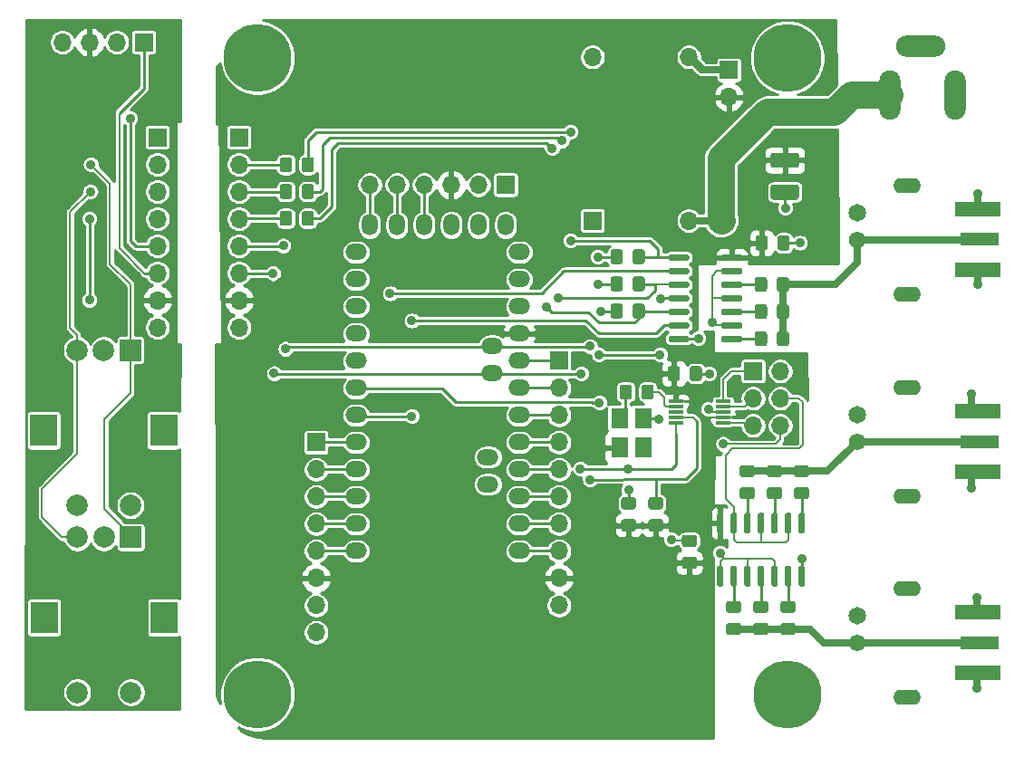
<source format=gbr>
G04 #@! TF.GenerationSoftware,KiCad,Pcbnew,(5.1.10)-1*
G04 #@! TF.CreationDate,2021-10-10T16:34:55-04:00*
G04 #@! TF.ProjectId,VFO-003,56464f2d-3030-4332-9e6b-696361645f70,1*
G04 #@! TF.SameCoordinates,Original*
G04 #@! TF.FileFunction,Copper,L1,Top*
G04 #@! TF.FilePolarity,Positive*
%FSLAX46Y46*%
G04 Gerber Fmt 4.6, Leading zero omitted, Abs format (unit mm)*
G04 Created by KiCad (PCBNEW (5.1.10)-1) date 2021-10-10 16:34:55*
%MOMM*%
%LPD*%
G01*
G04 APERTURE LIST*
G04 #@! TA.AperFunction,SMDPad,CuDef*
%ADD10R,1.650000X1.950000*%
G04 #@! TD*
G04 #@! TA.AperFunction,ComponentPad*
%ADD11O,1.524000X2.000000*%
G04 #@! TD*
G04 #@! TA.AperFunction,ComponentPad*
%ADD12O,2.000000X1.524000*%
G04 #@! TD*
G04 #@! TA.AperFunction,ComponentPad*
%ADD13O,1.700000X1.700000*%
G04 #@! TD*
G04 #@! TA.AperFunction,ComponentPad*
%ADD14R,1.700000X1.700000*%
G04 #@! TD*
G04 #@! TA.AperFunction,ComponentPad*
%ADD15C,1.574800*%
G04 #@! TD*
G04 #@! TA.AperFunction,ComponentPad*
%ADD16C,1.651000*%
G04 #@! TD*
G04 #@! TA.AperFunction,ComponentPad*
%ADD17O,2.600000X1.400000*%
G04 #@! TD*
G04 #@! TA.AperFunction,ComponentPad*
%ADD18C,2.000000*%
G04 #@! TD*
G04 #@! TA.AperFunction,ComponentPad*
%ADD19R,2.500000X3.000000*%
G04 #@! TD*
G04 #@! TA.AperFunction,ComponentPad*
%ADD20R,2.000000X2.000000*%
G04 #@! TD*
G04 #@! TA.AperFunction,ComponentPad*
%ADD21O,4.600000X2.000000*%
G04 #@! TD*
G04 #@! TA.AperFunction,ComponentPad*
%ADD22O,2.000000X4.600000*%
G04 #@! TD*
G04 #@! TA.AperFunction,SMDPad,CuDef*
%ADD23R,1.400000X0.300000*%
G04 #@! TD*
G04 #@! TA.AperFunction,ComponentPad*
%ADD24C,6.350000*%
G04 #@! TD*
G04 #@! TA.AperFunction,SMDPad,CuDef*
%ADD25R,4.200000X1.350000*%
G04 #@! TD*
G04 #@! TA.AperFunction,SMDPad,CuDef*
%ADD26R,3.600000X1.270000*%
G04 #@! TD*
G04 #@! TA.AperFunction,ViaPad*
%ADD27C,0.889000*%
G04 #@! TD*
G04 #@! TA.AperFunction,Conductor*
%ADD28C,0.254000*%
G04 #@! TD*
G04 #@! TA.AperFunction,Conductor*
%ADD29C,0.152400*%
G04 #@! TD*
G04 #@! TA.AperFunction,Conductor*
%ADD30C,0.635000*%
G04 #@! TD*
G04 #@! TA.AperFunction,Conductor*
%ADD31C,2.540000*%
G04 #@! TD*
G04 #@! TA.AperFunction,Conductor*
%ADD32C,0.150000*%
G04 #@! TD*
G04 APERTURE END LIST*
D10*
X154516000Y-68939000D03*
X154516000Y-66189000D03*
X152316000Y-66189000D03*
X152316000Y-68939000D03*
D11*
X128981200Y-48133000D03*
X131521200Y-48133000D03*
X134061200Y-48133000D03*
X136601200Y-48133000D03*
X139141200Y-48133000D03*
X141681200Y-48133000D03*
D12*
X127711200Y-50673000D03*
X127711200Y-53213000D03*
X127711200Y-55753000D03*
X127711200Y-58293000D03*
X127711200Y-60833000D03*
X127711200Y-63373000D03*
X127711200Y-65913000D03*
X127711200Y-68453000D03*
X127711200Y-70993000D03*
X127711200Y-73533000D03*
X127711200Y-76073000D03*
X127711200Y-78613000D03*
X142951200Y-50673000D03*
X142951200Y-53213000D03*
X142951200Y-55753000D03*
X142951200Y-58293000D03*
X142951200Y-60833000D03*
X142951200Y-63373000D03*
X142951200Y-65913000D03*
X142951200Y-68453000D03*
X142951200Y-70993000D03*
X142951200Y-73533000D03*
X142951200Y-76073000D03*
X142951200Y-78613000D03*
X140411200Y-59436000D03*
X140411200Y-61976000D03*
X140030200Y-69850000D03*
X140030200Y-72390000D03*
G04 #@! TA.AperFunction,SMDPad,CuDef*
G36*
G01*
X155524000Y-63303999D02*
X155524000Y-64204001D01*
G75*
G02*
X155274001Y-64454000I-249999J0D01*
G01*
X154623999Y-64454000D01*
G75*
G02*
X154374000Y-64204001I0J249999D01*
G01*
X154374000Y-63303999D01*
G75*
G02*
X154623999Y-63054000I249999J0D01*
G01*
X155274001Y-63054000D01*
G75*
G02*
X155524000Y-63303999I0J-249999D01*
G01*
G37*
G04 #@! TD.AperFunction*
G04 #@! TA.AperFunction,SMDPad,CuDef*
G36*
G01*
X153474000Y-63303999D02*
X153474000Y-64204001D01*
G75*
G02*
X153224001Y-64454000I-249999J0D01*
G01*
X152573999Y-64454000D01*
G75*
G02*
X152324000Y-64204001I0J249999D01*
G01*
X152324000Y-63303999D01*
G75*
G02*
X152573999Y-63054000I249999J0D01*
G01*
X153224001Y-63054000D01*
G75*
G02*
X153474000Y-63303999I0J-249999D01*
G01*
G37*
G04 #@! TD.AperFunction*
D13*
X128981200Y-44373800D03*
X131521200Y-44373800D03*
X134061200Y-44373800D03*
X136601200Y-44373800D03*
X139141200Y-44373800D03*
D14*
X141681200Y-44373800D03*
D15*
X174500000Y-87200000D03*
D16*
X174500000Y-84660000D03*
D17*
X179180000Y-82120000D03*
X179180000Y-92280000D03*
D15*
X174500000Y-68400000D03*
D16*
X174500000Y-65860000D03*
D17*
X179180000Y-63320000D03*
X179180000Y-73480000D03*
D15*
X174545000Y-49500000D03*
D16*
X174545000Y-46960000D03*
D17*
X179225000Y-44420000D03*
X179225000Y-54580000D03*
D13*
X158789400Y-32420000D03*
X158789400Y-47720000D03*
X149789400Y-32420000D03*
D14*
X149789400Y-47720000D03*
D13*
X100250000Y-31040000D03*
X102790000Y-31040000D03*
X105330000Y-31040000D03*
D14*
X107870000Y-31040000D03*
D18*
X101625400Y-74343600D03*
X106625400Y-74343600D03*
D19*
X98525400Y-67343600D03*
X109725400Y-67343600D03*
D18*
X101625400Y-59843600D03*
X104125400Y-59843600D03*
D20*
X106625400Y-59843600D03*
D13*
X109140000Y-57710000D03*
X109140000Y-55170000D03*
X109140000Y-52630000D03*
X109140000Y-50090000D03*
X109140000Y-47550000D03*
X109140000Y-45010000D03*
X109140000Y-42470000D03*
D14*
X109140000Y-39930000D03*
D13*
X116760000Y-57710000D03*
X116760000Y-55170000D03*
X116760000Y-52630000D03*
X116760000Y-50090000D03*
X116760000Y-47550000D03*
X116760000Y-45010000D03*
X116760000Y-42470000D03*
D14*
X116760000Y-39930000D03*
D21*
X180442000Y-31400000D03*
D22*
X177542000Y-36000000D03*
X183642000Y-36000000D03*
G04 #@! TA.AperFunction,SMDPad,CuDef*
G36*
G01*
X166112000Y-58321999D02*
X166112000Y-59222001D01*
G75*
G02*
X165862001Y-59472000I-249999J0D01*
G01*
X165211999Y-59472000D01*
G75*
G02*
X164962000Y-59222001I0J249999D01*
G01*
X164962000Y-58321999D01*
G75*
G02*
X165211999Y-58072000I249999J0D01*
G01*
X165862001Y-58072000D01*
G75*
G02*
X166112000Y-58321999I0J-249999D01*
G01*
G37*
G04 #@! TD.AperFunction*
G04 #@! TA.AperFunction,SMDPad,CuDef*
G36*
G01*
X168162000Y-58321999D02*
X168162000Y-59222001D01*
G75*
G02*
X167912001Y-59472000I-249999J0D01*
G01*
X167261999Y-59472000D01*
G75*
G02*
X167012000Y-59222001I0J249999D01*
G01*
X167012000Y-58321999D01*
G75*
G02*
X167261999Y-58072000I249999J0D01*
G01*
X167912001Y-58072000D01*
G75*
G02*
X168162000Y-58321999I0J-249999D01*
G01*
G37*
G04 #@! TD.AperFunction*
G04 #@! TA.AperFunction,SMDPad,CuDef*
G36*
G01*
X166112000Y-55781999D02*
X166112000Y-56682001D01*
G75*
G02*
X165862001Y-56932000I-249999J0D01*
G01*
X165211999Y-56932000D01*
G75*
G02*
X164962000Y-56682001I0J249999D01*
G01*
X164962000Y-55781999D01*
G75*
G02*
X165211999Y-55532000I249999J0D01*
G01*
X165862001Y-55532000D01*
G75*
G02*
X166112000Y-55781999I0J-249999D01*
G01*
G37*
G04 #@! TD.AperFunction*
G04 #@! TA.AperFunction,SMDPad,CuDef*
G36*
G01*
X168162000Y-55781999D02*
X168162000Y-56682001D01*
G75*
G02*
X167912001Y-56932000I-249999J0D01*
G01*
X167261999Y-56932000D01*
G75*
G02*
X167012000Y-56682001I0J249999D01*
G01*
X167012000Y-55781999D01*
G75*
G02*
X167261999Y-55532000I249999J0D01*
G01*
X167912001Y-55532000D01*
G75*
G02*
X168162000Y-55781999I0J-249999D01*
G01*
G37*
G04 #@! TD.AperFunction*
G04 #@! TA.AperFunction,SMDPad,CuDef*
G36*
G01*
X166347999Y-72630000D02*
X167248001Y-72630000D01*
G75*
G02*
X167498000Y-72879999I0J-249999D01*
G01*
X167498000Y-73530001D01*
G75*
G02*
X167248001Y-73780000I-249999J0D01*
G01*
X166347999Y-73780000D01*
G75*
G02*
X166098000Y-73530001I0J249999D01*
G01*
X166098000Y-72879999D01*
G75*
G02*
X166347999Y-72630000I249999J0D01*
G01*
G37*
G04 #@! TD.AperFunction*
G04 #@! TA.AperFunction,SMDPad,CuDef*
G36*
G01*
X166347999Y-70580000D02*
X167248001Y-70580000D01*
G75*
G02*
X167498000Y-70829999I0J-249999D01*
G01*
X167498000Y-71480001D01*
G75*
G02*
X167248001Y-71730000I-249999J0D01*
G01*
X166347999Y-71730000D01*
G75*
G02*
X166098000Y-71480001I0J249999D01*
G01*
X166098000Y-70829999D01*
G75*
G02*
X166347999Y-70580000I249999J0D01*
G01*
G37*
G04 #@! TD.AperFunction*
G04 #@! TA.AperFunction,SMDPad,CuDef*
G36*
G01*
X163807999Y-72630000D02*
X164708001Y-72630000D01*
G75*
G02*
X164958000Y-72879999I0J-249999D01*
G01*
X164958000Y-73530001D01*
G75*
G02*
X164708001Y-73780000I-249999J0D01*
G01*
X163807999Y-73780000D01*
G75*
G02*
X163558000Y-73530001I0J249999D01*
G01*
X163558000Y-72879999D01*
G75*
G02*
X163807999Y-72630000I249999J0D01*
G01*
G37*
G04 #@! TD.AperFunction*
G04 #@! TA.AperFunction,SMDPad,CuDef*
G36*
G01*
X163807999Y-70580000D02*
X164708001Y-70580000D01*
G75*
G02*
X164958000Y-70829999I0J-249999D01*
G01*
X164958000Y-71480001D01*
G75*
G02*
X164708001Y-71730000I-249999J0D01*
G01*
X163807999Y-71730000D01*
G75*
G02*
X163558000Y-71480001I0J249999D01*
G01*
X163558000Y-70829999D01*
G75*
G02*
X163807999Y-70580000I249999J0D01*
G01*
G37*
G04 #@! TD.AperFunction*
G04 #@! TA.AperFunction,SMDPad,CuDef*
G36*
G01*
X168887999Y-72630000D02*
X169788001Y-72630000D01*
G75*
G02*
X170038000Y-72879999I0J-249999D01*
G01*
X170038000Y-73530001D01*
G75*
G02*
X169788001Y-73780000I-249999J0D01*
G01*
X168887999Y-73780000D01*
G75*
G02*
X168638000Y-73530001I0J249999D01*
G01*
X168638000Y-72879999D01*
G75*
G02*
X168887999Y-72630000I249999J0D01*
G01*
G37*
G04 #@! TD.AperFunction*
G04 #@! TA.AperFunction,SMDPad,CuDef*
G36*
G01*
X168887999Y-70580000D02*
X169788001Y-70580000D01*
G75*
G02*
X170038000Y-70829999I0J-249999D01*
G01*
X170038000Y-71480001D01*
G75*
G02*
X169788001Y-71730000I-249999J0D01*
G01*
X168887999Y-71730000D01*
G75*
G02*
X168638000Y-71480001I0J249999D01*
G01*
X168638000Y-70829999D01*
G75*
G02*
X168887999Y-70580000I249999J0D01*
G01*
G37*
G04 #@! TD.AperFunction*
G04 #@! TA.AperFunction,SMDPad,CuDef*
G36*
G01*
X163438001Y-84430000D02*
X162537999Y-84430000D01*
G75*
G02*
X162288000Y-84180001I0J249999D01*
G01*
X162288000Y-83529999D01*
G75*
G02*
X162537999Y-83280000I249999J0D01*
G01*
X163438001Y-83280000D01*
G75*
G02*
X163688000Y-83529999I0J-249999D01*
G01*
X163688000Y-84180001D01*
G75*
G02*
X163438001Y-84430000I-249999J0D01*
G01*
G37*
G04 #@! TD.AperFunction*
G04 #@! TA.AperFunction,SMDPad,CuDef*
G36*
G01*
X163438001Y-86480000D02*
X162537999Y-86480000D01*
G75*
G02*
X162288000Y-86230001I0J249999D01*
G01*
X162288000Y-85579999D01*
G75*
G02*
X162537999Y-85330000I249999J0D01*
G01*
X163438001Y-85330000D01*
G75*
G02*
X163688000Y-85579999I0J-249999D01*
G01*
X163688000Y-86230001D01*
G75*
G02*
X163438001Y-86480000I-249999J0D01*
G01*
G37*
G04 #@! TD.AperFunction*
G04 #@! TA.AperFunction,SMDPad,CuDef*
G36*
G01*
X153612001Y-74734000D02*
X152711999Y-74734000D01*
G75*
G02*
X152462000Y-74484001I0J249999D01*
G01*
X152462000Y-73833999D01*
G75*
G02*
X152711999Y-73584000I249999J0D01*
G01*
X153612001Y-73584000D01*
G75*
G02*
X153862000Y-73833999I0J-249999D01*
G01*
X153862000Y-74484001D01*
G75*
G02*
X153612001Y-74734000I-249999J0D01*
G01*
G37*
G04 #@! TD.AperFunction*
G04 #@! TA.AperFunction,SMDPad,CuDef*
G36*
G01*
X153612001Y-76784000D02*
X152711999Y-76784000D01*
G75*
G02*
X152462000Y-76534001I0J249999D01*
G01*
X152462000Y-75883999D01*
G75*
G02*
X152711999Y-75634000I249999J0D01*
G01*
X153612001Y-75634000D01*
G75*
G02*
X153862000Y-75883999I0J-249999D01*
G01*
X153862000Y-76534001D01*
G75*
G02*
X153612001Y-76784000I-249999J0D01*
G01*
G37*
G04 #@! TD.AperFunction*
G04 #@! TA.AperFunction,SMDPad,CuDef*
G36*
G01*
X156152001Y-74734000D02*
X155251999Y-74734000D01*
G75*
G02*
X155002000Y-74484001I0J249999D01*
G01*
X155002000Y-73833999D01*
G75*
G02*
X155251999Y-73584000I249999J0D01*
G01*
X156152001Y-73584000D01*
G75*
G02*
X156402000Y-73833999I0J-249999D01*
G01*
X156402000Y-74484001D01*
G75*
G02*
X156152001Y-74734000I-249999J0D01*
G01*
G37*
G04 #@! TD.AperFunction*
G04 #@! TA.AperFunction,SMDPad,CuDef*
G36*
G01*
X156152001Y-76784000D02*
X155251999Y-76784000D01*
G75*
G02*
X155002000Y-76534001I0J249999D01*
G01*
X155002000Y-75883999D01*
G75*
G02*
X155251999Y-75634000I249999J0D01*
G01*
X156152001Y-75634000D01*
G75*
G02*
X156402000Y-75883999I0J-249999D01*
G01*
X156402000Y-76534001D01*
G75*
G02*
X156152001Y-76784000I-249999J0D01*
G01*
G37*
G04 #@! TD.AperFunction*
G04 #@! TA.AperFunction,SMDPad,CuDef*
G36*
G01*
X166112000Y-53241999D02*
X166112000Y-54142001D01*
G75*
G02*
X165862001Y-54392000I-249999J0D01*
G01*
X165211999Y-54392000D01*
G75*
G02*
X164962000Y-54142001I0J249999D01*
G01*
X164962000Y-53241999D01*
G75*
G02*
X165211999Y-52992000I249999J0D01*
G01*
X165862001Y-52992000D01*
G75*
G02*
X166112000Y-53241999I0J-249999D01*
G01*
G37*
G04 #@! TD.AperFunction*
G04 #@! TA.AperFunction,SMDPad,CuDef*
G36*
G01*
X168162000Y-53241999D02*
X168162000Y-54142001D01*
G75*
G02*
X167912001Y-54392000I-249999J0D01*
G01*
X167261999Y-54392000D01*
G75*
G02*
X167012000Y-54142001I0J249999D01*
G01*
X167012000Y-53241999D01*
G75*
G02*
X167261999Y-52992000I249999J0D01*
G01*
X167912001Y-52992000D01*
G75*
G02*
X168162000Y-53241999I0J-249999D01*
G01*
G37*
G04 #@! TD.AperFunction*
G04 #@! TA.AperFunction,SMDPad,CuDef*
G36*
G01*
X165978001Y-84430000D02*
X165077999Y-84430000D01*
G75*
G02*
X164828000Y-84180001I0J249999D01*
G01*
X164828000Y-83529999D01*
G75*
G02*
X165077999Y-83280000I249999J0D01*
G01*
X165978001Y-83280000D01*
G75*
G02*
X166228000Y-83529999I0J-249999D01*
G01*
X166228000Y-84180001D01*
G75*
G02*
X165978001Y-84430000I-249999J0D01*
G01*
G37*
G04 #@! TD.AperFunction*
G04 #@! TA.AperFunction,SMDPad,CuDef*
G36*
G01*
X165978001Y-86480000D02*
X165077999Y-86480000D01*
G75*
G02*
X164828000Y-86230001I0J249999D01*
G01*
X164828000Y-85579999D01*
G75*
G02*
X165077999Y-85330000I249999J0D01*
G01*
X165978001Y-85330000D01*
G75*
G02*
X166228000Y-85579999I0J-249999D01*
G01*
X166228000Y-86230001D01*
G75*
G02*
X165978001Y-86480000I-249999J0D01*
G01*
G37*
G04 #@! TD.AperFunction*
G04 #@! TA.AperFunction,SMDPad,CuDef*
G36*
G01*
X168518001Y-84430000D02*
X167617999Y-84430000D01*
G75*
G02*
X167368000Y-84180001I0J249999D01*
G01*
X167368000Y-83529999D01*
G75*
G02*
X167617999Y-83280000I249999J0D01*
G01*
X168518001Y-83280000D01*
G75*
G02*
X168768000Y-83529999I0J-249999D01*
G01*
X168768000Y-84180001D01*
G75*
G02*
X168518001Y-84430000I-249999J0D01*
G01*
G37*
G04 #@! TD.AperFunction*
G04 #@! TA.AperFunction,SMDPad,CuDef*
G36*
G01*
X168518001Y-86480000D02*
X167617999Y-86480000D01*
G75*
G02*
X167368000Y-86230001I0J249999D01*
G01*
X167368000Y-85579999D01*
G75*
G02*
X167617999Y-85330000I249999J0D01*
G01*
X168518001Y-85330000D01*
G75*
G02*
X168768000Y-85579999I0J-249999D01*
G01*
X168768000Y-86230001D01*
G75*
G02*
X168518001Y-86480000I-249999J0D01*
G01*
G37*
G04 #@! TD.AperFunction*
D20*
X106650800Y-77344200D03*
D18*
X104150800Y-77344200D03*
X101650800Y-77344200D03*
D19*
X109750800Y-84844200D03*
X98550800Y-84844200D03*
D18*
X106650800Y-91844200D03*
X101650800Y-91844200D03*
D23*
X162000000Y-64600000D03*
X162000000Y-65100000D03*
X162000000Y-65600000D03*
X162000000Y-66100000D03*
X162000000Y-66600000D03*
X157600000Y-66600000D03*
X157600000Y-66100000D03*
X157600000Y-65600000D03*
X157600000Y-65100000D03*
X157600000Y-64600000D03*
G04 #@! TA.AperFunction,SMDPad,CuDef*
G36*
G01*
X161842000Y-51332000D02*
X161842000Y-51032000D01*
G75*
G02*
X161992000Y-50882000I150000J0D01*
G01*
X163642000Y-50882000D01*
G75*
G02*
X163792000Y-51032000I0J-150000D01*
G01*
X163792000Y-51332000D01*
G75*
G02*
X163642000Y-51482000I-150000J0D01*
G01*
X161992000Y-51482000D01*
G75*
G02*
X161842000Y-51332000I0J150000D01*
G01*
G37*
G04 #@! TD.AperFunction*
G04 #@! TA.AperFunction,SMDPad,CuDef*
G36*
G01*
X161842000Y-52602000D02*
X161842000Y-52302000D01*
G75*
G02*
X161992000Y-52152000I150000J0D01*
G01*
X163642000Y-52152000D01*
G75*
G02*
X163792000Y-52302000I0J-150000D01*
G01*
X163792000Y-52602000D01*
G75*
G02*
X163642000Y-52752000I-150000J0D01*
G01*
X161992000Y-52752000D01*
G75*
G02*
X161842000Y-52602000I0J150000D01*
G01*
G37*
G04 #@! TD.AperFunction*
G04 #@! TA.AperFunction,SMDPad,CuDef*
G36*
G01*
X161842000Y-53872000D02*
X161842000Y-53572000D01*
G75*
G02*
X161992000Y-53422000I150000J0D01*
G01*
X163642000Y-53422000D01*
G75*
G02*
X163792000Y-53572000I0J-150000D01*
G01*
X163792000Y-53872000D01*
G75*
G02*
X163642000Y-54022000I-150000J0D01*
G01*
X161992000Y-54022000D01*
G75*
G02*
X161842000Y-53872000I0J150000D01*
G01*
G37*
G04 #@! TD.AperFunction*
G04 #@! TA.AperFunction,SMDPad,CuDef*
G36*
G01*
X161842000Y-55142000D02*
X161842000Y-54842000D01*
G75*
G02*
X161992000Y-54692000I150000J0D01*
G01*
X163642000Y-54692000D01*
G75*
G02*
X163792000Y-54842000I0J-150000D01*
G01*
X163792000Y-55142000D01*
G75*
G02*
X163642000Y-55292000I-150000J0D01*
G01*
X161992000Y-55292000D01*
G75*
G02*
X161842000Y-55142000I0J150000D01*
G01*
G37*
G04 #@! TD.AperFunction*
G04 #@! TA.AperFunction,SMDPad,CuDef*
G36*
G01*
X161842000Y-56412000D02*
X161842000Y-56112000D01*
G75*
G02*
X161992000Y-55962000I150000J0D01*
G01*
X163642000Y-55962000D01*
G75*
G02*
X163792000Y-56112000I0J-150000D01*
G01*
X163792000Y-56412000D01*
G75*
G02*
X163642000Y-56562000I-150000J0D01*
G01*
X161992000Y-56562000D01*
G75*
G02*
X161842000Y-56412000I0J150000D01*
G01*
G37*
G04 #@! TD.AperFunction*
G04 #@! TA.AperFunction,SMDPad,CuDef*
G36*
G01*
X161842000Y-57682000D02*
X161842000Y-57382000D01*
G75*
G02*
X161992000Y-57232000I150000J0D01*
G01*
X163642000Y-57232000D01*
G75*
G02*
X163792000Y-57382000I0J-150000D01*
G01*
X163792000Y-57682000D01*
G75*
G02*
X163642000Y-57832000I-150000J0D01*
G01*
X161992000Y-57832000D01*
G75*
G02*
X161842000Y-57682000I0J150000D01*
G01*
G37*
G04 #@! TD.AperFunction*
G04 #@! TA.AperFunction,SMDPad,CuDef*
G36*
G01*
X161842000Y-58952000D02*
X161842000Y-58652000D01*
G75*
G02*
X161992000Y-58502000I150000J0D01*
G01*
X163642000Y-58502000D01*
G75*
G02*
X163792000Y-58652000I0J-150000D01*
G01*
X163792000Y-58952000D01*
G75*
G02*
X163642000Y-59102000I-150000J0D01*
G01*
X161992000Y-59102000D01*
G75*
G02*
X161842000Y-58952000I0J150000D01*
G01*
G37*
G04 #@! TD.AperFunction*
G04 #@! TA.AperFunction,SMDPad,CuDef*
G36*
G01*
X156892000Y-58952000D02*
X156892000Y-58652000D01*
G75*
G02*
X157042000Y-58502000I150000J0D01*
G01*
X158692000Y-58502000D01*
G75*
G02*
X158842000Y-58652000I0J-150000D01*
G01*
X158842000Y-58952000D01*
G75*
G02*
X158692000Y-59102000I-150000J0D01*
G01*
X157042000Y-59102000D01*
G75*
G02*
X156892000Y-58952000I0J150000D01*
G01*
G37*
G04 #@! TD.AperFunction*
G04 #@! TA.AperFunction,SMDPad,CuDef*
G36*
G01*
X156892000Y-57682000D02*
X156892000Y-57382000D01*
G75*
G02*
X157042000Y-57232000I150000J0D01*
G01*
X158692000Y-57232000D01*
G75*
G02*
X158842000Y-57382000I0J-150000D01*
G01*
X158842000Y-57682000D01*
G75*
G02*
X158692000Y-57832000I-150000J0D01*
G01*
X157042000Y-57832000D01*
G75*
G02*
X156892000Y-57682000I0J150000D01*
G01*
G37*
G04 #@! TD.AperFunction*
G04 #@! TA.AperFunction,SMDPad,CuDef*
G36*
G01*
X156892000Y-56412000D02*
X156892000Y-56112000D01*
G75*
G02*
X157042000Y-55962000I150000J0D01*
G01*
X158692000Y-55962000D01*
G75*
G02*
X158842000Y-56112000I0J-150000D01*
G01*
X158842000Y-56412000D01*
G75*
G02*
X158692000Y-56562000I-150000J0D01*
G01*
X157042000Y-56562000D01*
G75*
G02*
X156892000Y-56412000I0J150000D01*
G01*
G37*
G04 #@! TD.AperFunction*
G04 #@! TA.AperFunction,SMDPad,CuDef*
G36*
G01*
X156892000Y-55142000D02*
X156892000Y-54842000D01*
G75*
G02*
X157042000Y-54692000I150000J0D01*
G01*
X158692000Y-54692000D01*
G75*
G02*
X158842000Y-54842000I0J-150000D01*
G01*
X158842000Y-55142000D01*
G75*
G02*
X158692000Y-55292000I-150000J0D01*
G01*
X157042000Y-55292000D01*
G75*
G02*
X156892000Y-55142000I0J150000D01*
G01*
G37*
G04 #@! TD.AperFunction*
G04 #@! TA.AperFunction,SMDPad,CuDef*
G36*
G01*
X156892000Y-53872000D02*
X156892000Y-53572000D01*
G75*
G02*
X157042000Y-53422000I150000J0D01*
G01*
X158692000Y-53422000D01*
G75*
G02*
X158842000Y-53572000I0J-150000D01*
G01*
X158842000Y-53872000D01*
G75*
G02*
X158692000Y-54022000I-150000J0D01*
G01*
X157042000Y-54022000D01*
G75*
G02*
X156892000Y-53872000I0J150000D01*
G01*
G37*
G04 #@! TD.AperFunction*
G04 #@! TA.AperFunction,SMDPad,CuDef*
G36*
G01*
X156892000Y-52602000D02*
X156892000Y-52302000D01*
G75*
G02*
X157042000Y-52152000I150000J0D01*
G01*
X158692000Y-52152000D01*
G75*
G02*
X158842000Y-52302000I0J-150000D01*
G01*
X158842000Y-52602000D01*
G75*
G02*
X158692000Y-52752000I-150000J0D01*
G01*
X157042000Y-52752000D01*
G75*
G02*
X156892000Y-52602000I0J150000D01*
G01*
G37*
G04 #@! TD.AperFunction*
G04 #@! TA.AperFunction,SMDPad,CuDef*
G36*
G01*
X156892000Y-51332000D02*
X156892000Y-51032000D01*
G75*
G02*
X157042000Y-50882000I150000J0D01*
G01*
X158692000Y-50882000D01*
G75*
G02*
X158842000Y-51032000I0J-150000D01*
G01*
X158842000Y-51332000D01*
G75*
G02*
X158692000Y-51482000I-150000J0D01*
G01*
X157042000Y-51482000D01*
G75*
G02*
X156892000Y-51332000I0J150000D01*
G01*
G37*
G04 #@! TD.AperFunction*
G04 #@! TA.AperFunction,SMDPad,CuDef*
G36*
G01*
X161868000Y-77000000D02*
X161568000Y-77000000D01*
G75*
G02*
X161418000Y-76850000I0J150000D01*
G01*
X161418000Y-75200000D01*
G75*
G02*
X161568000Y-75050000I150000J0D01*
G01*
X161868000Y-75050000D01*
G75*
G02*
X162018000Y-75200000I0J-150000D01*
G01*
X162018000Y-76850000D01*
G75*
G02*
X161868000Y-77000000I-150000J0D01*
G01*
G37*
G04 #@! TD.AperFunction*
G04 #@! TA.AperFunction,SMDPad,CuDef*
G36*
G01*
X163138000Y-77000000D02*
X162838000Y-77000000D01*
G75*
G02*
X162688000Y-76850000I0J150000D01*
G01*
X162688000Y-75200000D01*
G75*
G02*
X162838000Y-75050000I150000J0D01*
G01*
X163138000Y-75050000D01*
G75*
G02*
X163288000Y-75200000I0J-150000D01*
G01*
X163288000Y-76850000D01*
G75*
G02*
X163138000Y-77000000I-150000J0D01*
G01*
G37*
G04 #@! TD.AperFunction*
G04 #@! TA.AperFunction,SMDPad,CuDef*
G36*
G01*
X164408000Y-77000000D02*
X164108000Y-77000000D01*
G75*
G02*
X163958000Y-76850000I0J150000D01*
G01*
X163958000Y-75200000D01*
G75*
G02*
X164108000Y-75050000I150000J0D01*
G01*
X164408000Y-75050000D01*
G75*
G02*
X164558000Y-75200000I0J-150000D01*
G01*
X164558000Y-76850000D01*
G75*
G02*
X164408000Y-77000000I-150000J0D01*
G01*
G37*
G04 #@! TD.AperFunction*
G04 #@! TA.AperFunction,SMDPad,CuDef*
G36*
G01*
X165678000Y-77000000D02*
X165378000Y-77000000D01*
G75*
G02*
X165228000Y-76850000I0J150000D01*
G01*
X165228000Y-75200000D01*
G75*
G02*
X165378000Y-75050000I150000J0D01*
G01*
X165678000Y-75050000D01*
G75*
G02*
X165828000Y-75200000I0J-150000D01*
G01*
X165828000Y-76850000D01*
G75*
G02*
X165678000Y-77000000I-150000J0D01*
G01*
G37*
G04 #@! TD.AperFunction*
G04 #@! TA.AperFunction,SMDPad,CuDef*
G36*
G01*
X166948000Y-77000000D02*
X166648000Y-77000000D01*
G75*
G02*
X166498000Y-76850000I0J150000D01*
G01*
X166498000Y-75200000D01*
G75*
G02*
X166648000Y-75050000I150000J0D01*
G01*
X166948000Y-75050000D01*
G75*
G02*
X167098000Y-75200000I0J-150000D01*
G01*
X167098000Y-76850000D01*
G75*
G02*
X166948000Y-77000000I-150000J0D01*
G01*
G37*
G04 #@! TD.AperFunction*
G04 #@! TA.AperFunction,SMDPad,CuDef*
G36*
G01*
X168218000Y-77000000D02*
X167918000Y-77000000D01*
G75*
G02*
X167768000Y-76850000I0J150000D01*
G01*
X167768000Y-75200000D01*
G75*
G02*
X167918000Y-75050000I150000J0D01*
G01*
X168218000Y-75050000D01*
G75*
G02*
X168368000Y-75200000I0J-150000D01*
G01*
X168368000Y-76850000D01*
G75*
G02*
X168218000Y-77000000I-150000J0D01*
G01*
G37*
G04 #@! TD.AperFunction*
G04 #@! TA.AperFunction,SMDPad,CuDef*
G36*
G01*
X169488000Y-77000000D02*
X169188000Y-77000000D01*
G75*
G02*
X169038000Y-76850000I0J150000D01*
G01*
X169038000Y-75200000D01*
G75*
G02*
X169188000Y-75050000I150000J0D01*
G01*
X169488000Y-75050000D01*
G75*
G02*
X169638000Y-75200000I0J-150000D01*
G01*
X169638000Y-76850000D01*
G75*
G02*
X169488000Y-77000000I-150000J0D01*
G01*
G37*
G04 #@! TD.AperFunction*
G04 #@! TA.AperFunction,SMDPad,CuDef*
G36*
G01*
X169488000Y-81950000D02*
X169188000Y-81950000D01*
G75*
G02*
X169038000Y-81800000I0J150000D01*
G01*
X169038000Y-80150000D01*
G75*
G02*
X169188000Y-80000000I150000J0D01*
G01*
X169488000Y-80000000D01*
G75*
G02*
X169638000Y-80150000I0J-150000D01*
G01*
X169638000Y-81800000D01*
G75*
G02*
X169488000Y-81950000I-150000J0D01*
G01*
G37*
G04 #@! TD.AperFunction*
G04 #@! TA.AperFunction,SMDPad,CuDef*
G36*
G01*
X168218000Y-81950000D02*
X167918000Y-81950000D01*
G75*
G02*
X167768000Y-81800000I0J150000D01*
G01*
X167768000Y-80150000D01*
G75*
G02*
X167918000Y-80000000I150000J0D01*
G01*
X168218000Y-80000000D01*
G75*
G02*
X168368000Y-80150000I0J-150000D01*
G01*
X168368000Y-81800000D01*
G75*
G02*
X168218000Y-81950000I-150000J0D01*
G01*
G37*
G04 #@! TD.AperFunction*
G04 #@! TA.AperFunction,SMDPad,CuDef*
G36*
G01*
X166948000Y-81950000D02*
X166648000Y-81950000D01*
G75*
G02*
X166498000Y-81800000I0J150000D01*
G01*
X166498000Y-80150000D01*
G75*
G02*
X166648000Y-80000000I150000J0D01*
G01*
X166948000Y-80000000D01*
G75*
G02*
X167098000Y-80150000I0J-150000D01*
G01*
X167098000Y-81800000D01*
G75*
G02*
X166948000Y-81950000I-150000J0D01*
G01*
G37*
G04 #@! TD.AperFunction*
G04 #@! TA.AperFunction,SMDPad,CuDef*
G36*
G01*
X165678000Y-81950000D02*
X165378000Y-81950000D01*
G75*
G02*
X165228000Y-81800000I0J150000D01*
G01*
X165228000Y-80150000D01*
G75*
G02*
X165378000Y-80000000I150000J0D01*
G01*
X165678000Y-80000000D01*
G75*
G02*
X165828000Y-80150000I0J-150000D01*
G01*
X165828000Y-81800000D01*
G75*
G02*
X165678000Y-81950000I-150000J0D01*
G01*
G37*
G04 #@! TD.AperFunction*
G04 #@! TA.AperFunction,SMDPad,CuDef*
G36*
G01*
X164408000Y-81950000D02*
X164108000Y-81950000D01*
G75*
G02*
X163958000Y-81800000I0J150000D01*
G01*
X163958000Y-80150000D01*
G75*
G02*
X164108000Y-80000000I150000J0D01*
G01*
X164408000Y-80000000D01*
G75*
G02*
X164558000Y-80150000I0J-150000D01*
G01*
X164558000Y-81800000D01*
G75*
G02*
X164408000Y-81950000I-150000J0D01*
G01*
G37*
G04 #@! TD.AperFunction*
G04 #@! TA.AperFunction,SMDPad,CuDef*
G36*
G01*
X163138000Y-81950000D02*
X162838000Y-81950000D01*
G75*
G02*
X162688000Y-81800000I0J150000D01*
G01*
X162688000Y-80150000D01*
G75*
G02*
X162838000Y-80000000I150000J0D01*
G01*
X163138000Y-80000000D01*
G75*
G02*
X163288000Y-80150000I0J-150000D01*
G01*
X163288000Y-81800000D01*
G75*
G02*
X163138000Y-81950000I-150000J0D01*
G01*
G37*
G04 #@! TD.AperFunction*
G04 #@! TA.AperFunction,SMDPad,CuDef*
G36*
G01*
X161868000Y-81950000D02*
X161568000Y-81950000D01*
G75*
G02*
X161418000Y-81800000I0J150000D01*
G01*
X161418000Y-80150000D01*
G75*
G02*
X161568000Y-80000000I150000J0D01*
G01*
X161868000Y-80000000D01*
G75*
G02*
X162018000Y-80150000I0J-150000D01*
G01*
X162018000Y-81800000D01*
G75*
G02*
X161868000Y-81950000I-150000J0D01*
G01*
G37*
G04 #@! TD.AperFunction*
D24*
X168000000Y-32500000D03*
X118500000Y-92000000D03*
X168000000Y-92000000D03*
X118500000Y-32500000D03*
G04 #@! TA.AperFunction,SMDPad,CuDef*
G36*
G01*
X167070200Y-50265201D02*
X167070200Y-49365199D01*
G75*
G02*
X167320199Y-49115200I249999J0D01*
G01*
X167970201Y-49115200D01*
G75*
G02*
X168220200Y-49365199I0J-249999D01*
G01*
X168220200Y-50265201D01*
G75*
G02*
X167970201Y-50515200I-249999J0D01*
G01*
X167320199Y-50515200D01*
G75*
G02*
X167070200Y-50265201I0J249999D01*
G01*
G37*
G04 #@! TD.AperFunction*
G04 #@! TA.AperFunction,SMDPad,CuDef*
G36*
G01*
X165020200Y-50265201D02*
X165020200Y-49365199D01*
G75*
G02*
X165270199Y-49115200I249999J0D01*
G01*
X165920201Y-49115200D01*
G75*
G02*
X166170200Y-49365199I0J-249999D01*
G01*
X166170200Y-50265201D01*
G75*
G02*
X165920201Y-50515200I-249999J0D01*
G01*
X165270199Y-50515200D01*
G75*
G02*
X165020200Y-50265201I0J249999D01*
G01*
G37*
G04 #@! TD.AperFunction*
G04 #@! TA.AperFunction,SMDPad,CuDef*
G36*
G01*
X159300001Y-78250000D02*
X158399999Y-78250000D01*
G75*
G02*
X158150000Y-78000001I0J249999D01*
G01*
X158150000Y-77349999D01*
G75*
G02*
X158399999Y-77100000I249999J0D01*
G01*
X159300001Y-77100000D01*
G75*
G02*
X159550000Y-77349999I0J-249999D01*
G01*
X159550000Y-78000001D01*
G75*
G02*
X159300001Y-78250000I-249999J0D01*
G01*
G37*
G04 #@! TD.AperFunction*
G04 #@! TA.AperFunction,SMDPad,CuDef*
G36*
G01*
X159300001Y-80300000D02*
X158399999Y-80300000D01*
G75*
G02*
X158150000Y-80050001I0J249999D01*
G01*
X158150000Y-79399999D01*
G75*
G02*
X158399999Y-79150000I249999J0D01*
G01*
X159300001Y-79150000D01*
G75*
G02*
X159550000Y-79399999I0J-249999D01*
G01*
X159550000Y-80050001D01*
G75*
G02*
X159300001Y-80300000I-249999J0D01*
G01*
G37*
G04 #@! TD.AperFunction*
G04 #@! TA.AperFunction,SMDPad,CuDef*
G36*
G01*
X158866000Y-62478001D02*
X158866000Y-61577999D01*
G75*
G02*
X159115999Y-61328000I249999J0D01*
G01*
X159766001Y-61328000D01*
G75*
G02*
X160016000Y-61577999I0J-249999D01*
G01*
X160016000Y-62478001D01*
G75*
G02*
X159766001Y-62728000I-249999J0D01*
G01*
X159115999Y-62728000D01*
G75*
G02*
X158866000Y-62478001I0J249999D01*
G01*
G37*
G04 #@! TD.AperFunction*
G04 #@! TA.AperFunction,SMDPad,CuDef*
G36*
G01*
X156816000Y-62478001D02*
X156816000Y-61577999D01*
G75*
G02*
X157065999Y-61328000I249999J0D01*
G01*
X157716001Y-61328000D01*
G75*
G02*
X157966000Y-61577999I0J-249999D01*
G01*
X157966000Y-62478001D01*
G75*
G02*
X157716001Y-62728000I-249999J0D01*
G01*
X157065999Y-62728000D01*
G75*
G02*
X156816000Y-62478001I0J249999D01*
G01*
G37*
G04 #@! TD.AperFunction*
G04 #@! TA.AperFunction,SMDPad,CuDef*
G36*
G01*
X166693000Y-44345000D02*
X168843000Y-44345000D01*
G75*
G02*
X169093000Y-44595000I0J-250000D01*
G01*
X169093000Y-45520000D01*
G75*
G02*
X168843000Y-45770000I-250000J0D01*
G01*
X166693000Y-45770000D01*
G75*
G02*
X166443000Y-45520000I0J250000D01*
G01*
X166443000Y-44595000D01*
G75*
G02*
X166693000Y-44345000I250000J0D01*
G01*
G37*
G04 #@! TD.AperFunction*
G04 #@! TA.AperFunction,SMDPad,CuDef*
G36*
G01*
X166693000Y-41370000D02*
X168843000Y-41370000D01*
G75*
G02*
X169093000Y-41620000I0J-250000D01*
G01*
X169093000Y-42545000D01*
G75*
G02*
X168843000Y-42795000I-250000J0D01*
G01*
X166693000Y-42795000D01*
G75*
G02*
X166443000Y-42545000I0J250000D01*
G01*
X166443000Y-41620000D01*
G75*
G02*
X166693000Y-41370000I250000J0D01*
G01*
G37*
G04 #@! TD.AperFunction*
D13*
X162530800Y-36170800D03*
D14*
X162530800Y-33630800D03*
G04 #@! TA.AperFunction,SMDPad,CuDef*
G36*
G01*
X152632000Y-50655999D02*
X152632000Y-51556001D01*
G75*
G02*
X152382001Y-51806000I-249999J0D01*
G01*
X151731999Y-51806000D01*
G75*
G02*
X151482000Y-51556001I0J249999D01*
G01*
X151482000Y-50655999D01*
G75*
G02*
X151731999Y-50406000I249999J0D01*
G01*
X152382001Y-50406000D01*
G75*
G02*
X152632000Y-50655999I0J-249999D01*
G01*
G37*
G04 #@! TD.AperFunction*
G04 #@! TA.AperFunction,SMDPad,CuDef*
G36*
G01*
X154682000Y-50655999D02*
X154682000Y-51556001D01*
G75*
G02*
X154432001Y-51806000I-249999J0D01*
G01*
X153781999Y-51806000D01*
G75*
G02*
X153532000Y-51556001I0J249999D01*
G01*
X153532000Y-50655999D01*
G75*
G02*
X153781999Y-50406000I249999J0D01*
G01*
X154432001Y-50406000D01*
G75*
G02*
X154682000Y-50655999I0J-249999D01*
G01*
G37*
G04 #@! TD.AperFunction*
G04 #@! TA.AperFunction,SMDPad,CuDef*
G36*
G01*
X154682000Y-53195999D02*
X154682000Y-54096001D01*
G75*
G02*
X154432001Y-54346000I-249999J0D01*
G01*
X153781999Y-54346000D01*
G75*
G02*
X153532000Y-54096001I0J249999D01*
G01*
X153532000Y-53195999D01*
G75*
G02*
X153781999Y-52946000I249999J0D01*
G01*
X154432001Y-52946000D01*
G75*
G02*
X154682000Y-53195999I0J-249999D01*
G01*
G37*
G04 #@! TD.AperFunction*
G04 #@! TA.AperFunction,SMDPad,CuDef*
G36*
G01*
X152632000Y-53195999D02*
X152632000Y-54096001D01*
G75*
G02*
X152382001Y-54346000I-249999J0D01*
G01*
X151731999Y-54346000D01*
G75*
G02*
X151482000Y-54096001I0J249999D01*
G01*
X151482000Y-53195999D01*
G75*
G02*
X151731999Y-52946000I249999J0D01*
G01*
X152382001Y-52946000D01*
G75*
G02*
X152632000Y-53195999I0J-249999D01*
G01*
G37*
G04 #@! TD.AperFunction*
G04 #@! TA.AperFunction,SMDPad,CuDef*
G36*
G01*
X154682000Y-55735999D02*
X154682000Y-56636001D01*
G75*
G02*
X154432001Y-56886000I-249999J0D01*
G01*
X153781999Y-56886000D01*
G75*
G02*
X153532000Y-56636001I0J249999D01*
G01*
X153532000Y-55735999D01*
G75*
G02*
X153781999Y-55486000I249999J0D01*
G01*
X154432001Y-55486000D01*
G75*
G02*
X154682000Y-55735999I0J-249999D01*
G01*
G37*
G04 #@! TD.AperFunction*
G04 #@! TA.AperFunction,SMDPad,CuDef*
G36*
G01*
X152632000Y-55735999D02*
X152632000Y-56636001D01*
G75*
G02*
X152382001Y-56886000I-249999J0D01*
G01*
X151731999Y-56886000D01*
G75*
G02*
X151482000Y-56636001I0J249999D01*
G01*
X151482000Y-55735999D01*
G75*
G02*
X151731999Y-55486000I249999J0D01*
G01*
X152382001Y-55486000D01*
G75*
G02*
X152632000Y-55735999I0J-249999D01*
G01*
G37*
G04 #@! TD.AperFunction*
G04 #@! TA.AperFunction,SMDPad,CuDef*
G36*
G01*
X121724000Y-42044199D02*
X121724000Y-42944201D01*
G75*
G02*
X121474001Y-43194200I-249999J0D01*
G01*
X120823999Y-43194200D01*
G75*
G02*
X120574000Y-42944201I0J249999D01*
G01*
X120574000Y-42044199D01*
G75*
G02*
X120823999Y-41794200I249999J0D01*
G01*
X121474001Y-41794200D01*
G75*
G02*
X121724000Y-42044199I0J-249999D01*
G01*
G37*
G04 #@! TD.AperFunction*
G04 #@! TA.AperFunction,SMDPad,CuDef*
G36*
G01*
X123774000Y-42044199D02*
X123774000Y-42944201D01*
G75*
G02*
X123524001Y-43194200I-249999J0D01*
G01*
X122873999Y-43194200D01*
G75*
G02*
X122624000Y-42944201I0J249999D01*
G01*
X122624000Y-42044199D01*
G75*
G02*
X122873999Y-41794200I249999J0D01*
G01*
X123524001Y-41794200D01*
G75*
G02*
X123774000Y-42044199I0J-249999D01*
G01*
G37*
G04 #@! TD.AperFunction*
G04 #@! TA.AperFunction,SMDPad,CuDef*
G36*
G01*
X123774000Y-44558799D02*
X123774000Y-45458801D01*
G75*
G02*
X123524001Y-45708800I-249999J0D01*
G01*
X122873999Y-45708800D01*
G75*
G02*
X122624000Y-45458801I0J249999D01*
G01*
X122624000Y-44558799D01*
G75*
G02*
X122873999Y-44308800I249999J0D01*
G01*
X123524001Y-44308800D01*
G75*
G02*
X123774000Y-44558799I0J-249999D01*
G01*
G37*
G04 #@! TD.AperFunction*
G04 #@! TA.AperFunction,SMDPad,CuDef*
G36*
G01*
X121724000Y-44558799D02*
X121724000Y-45458801D01*
G75*
G02*
X121474001Y-45708800I-249999J0D01*
G01*
X120823999Y-45708800D01*
G75*
G02*
X120574000Y-45458801I0J249999D01*
G01*
X120574000Y-44558799D01*
G75*
G02*
X120823999Y-44308800I249999J0D01*
G01*
X121474001Y-44308800D01*
G75*
G02*
X121724000Y-44558799I0J-249999D01*
G01*
G37*
G04 #@! TD.AperFunction*
G04 #@! TA.AperFunction,SMDPad,CuDef*
G36*
G01*
X123774000Y-47073399D02*
X123774000Y-47973401D01*
G75*
G02*
X123524001Y-48223400I-249999J0D01*
G01*
X122873999Y-48223400D01*
G75*
G02*
X122624000Y-47973401I0J249999D01*
G01*
X122624000Y-47073399D01*
G75*
G02*
X122873999Y-46823400I249999J0D01*
G01*
X123524001Y-46823400D01*
G75*
G02*
X123774000Y-47073399I0J-249999D01*
G01*
G37*
G04 #@! TD.AperFunction*
G04 #@! TA.AperFunction,SMDPad,CuDef*
G36*
G01*
X121724000Y-47073399D02*
X121724000Y-47973401D01*
G75*
G02*
X121474001Y-48223400I-249999J0D01*
G01*
X120823999Y-48223400D01*
G75*
G02*
X120574000Y-47973401I0J249999D01*
G01*
X120574000Y-47073399D01*
G75*
G02*
X120823999Y-46823400I249999J0D01*
G01*
X121474001Y-46823400D01*
G75*
G02*
X121724000Y-47073399I0J-249999D01*
G01*
G37*
G04 #@! TD.AperFunction*
X146659600Y-60833000D03*
D13*
X146659600Y-63373000D03*
X146659600Y-65913000D03*
X146659600Y-68453000D03*
X146659600Y-70993000D03*
X146659600Y-73533000D03*
X146659600Y-76073000D03*
X146659600Y-78613000D03*
X146659600Y-81153000D03*
X146659600Y-83693000D03*
D14*
X164795200Y-61798200D03*
D13*
X167335200Y-61798200D03*
X164795200Y-64338200D03*
X167335200Y-64338200D03*
X164795200Y-66878200D03*
X167335200Y-66878200D03*
D14*
X123977400Y-68453000D03*
D13*
X123977400Y-70993000D03*
X123977400Y-73533000D03*
X123977400Y-76073000D03*
X123977400Y-78613000D03*
X123977400Y-81153000D03*
X123977400Y-83693000D03*
X123977400Y-86233000D03*
D25*
X185775600Y-52304200D03*
X185775600Y-46654200D03*
D26*
X185975600Y-49479200D03*
X185975600Y-68402200D03*
D25*
X185775600Y-65577200D03*
X185775600Y-71227200D03*
X185775600Y-90023200D03*
X185775600Y-84373200D03*
D26*
X185975600Y-87198200D03*
D27*
X185242200Y-63931800D03*
X169160200Y-49785200D03*
X160607666Y-65342620D03*
X159686000Y-58726000D03*
X167814000Y-46534000D03*
X169338000Y-79300000D03*
X160702000Y-62028000D03*
X150288000Y-51106000D03*
X150288000Y-53646000D03*
X150542000Y-56186000D03*
X157146000Y-77522000D03*
X155956000Y-66294000D03*
X185699400Y-82956400D03*
X185191400Y-72745600D03*
X185674000Y-91414600D03*
X185801000Y-45212000D03*
X185775600Y-53670200D03*
X98980000Y-48820000D03*
X119938800Y-52654200D03*
X120040400Y-62001400D03*
X148731344Y-62026800D03*
X148640800Y-70916800D03*
X153162000Y-72898000D03*
X153111200Y-70916800D03*
X106600000Y-38152000D03*
X120904000Y-50063400D03*
X121107200Y-59715400D03*
X149556844Y-59469937D03*
X149555200Y-71932800D03*
X102790000Y-47550000D03*
X102790000Y-55144600D03*
X102891600Y-45010000D03*
X102917000Y-42470000D03*
X161718000Y-78792000D03*
X162000000Y-68604000D03*
X160956000Y-57202000D03*
X146022118Y-40946719D03*
X145516600Y-55829200D03*
X147748000Y-49582000D03*
X147751800Y-39420800D03*
X146926300Y-40247500D03*
X146621500Y-54965600D03*
X130886200Y-54533800D03*
X156133800Y-55016400D03*
X156108400Y-60248800D03*
X150444200Y-64744600D03*
X150393400Y-60248800D03*
X132918200Y-57073800D03*
X132918200Y-66014600D03*
D28*
X167645200Y-49815200D02*
X169130200Y-49815200D01*
X169130200Y-49815200D02*
X169160200Y-49785200D01*
D29*
X162000000Y-65600000D02*
X160865046Y-65600000D01*
X160865046Y-65600000D02*
X160607666Y-65342620D01*
D28*
X157867000Y-58802000D02*
X159610000Y-58802000D01*
X159610000Y-58802000D02*
X159686000Y-58726000D01*
X167768000Y-45057500D02*
X167768000Y-46488000D01*
X167768000Y-46488000D02*
X167814000Y-46534000D01*
X169338000Y-80975000D02*
X169338000Y-79300000D01*
X159441000Y-62028000D02*
X160702000Y-62028000D01*
X152057000Y-51106000D02*
X150288000Y-51106000D01*
X152057000Y-53646000D02*
X150288000Y-53646000D01*
X152057000Y-56186000D02*
X150542000Y-56186000D01*
D29*
X157299000Y-77675000D02*
X157146000Y-77522000D01*
X158850000Y-77675000D02*
X157299000Y-77675000D01*
D28*
X157146000Y-77522000D02*
X157247000Y-77675000D01*
X154516000Y-66189000D02*
X155851000Y-66189000D01*
X155851000Y-66189000D02*
X155956000Y-66294000D01*
D30*
X185216800Y-72720200D02*
X185191400Y-72745600D01*
X185216800Y-71227200D02*
X185216800Y-72720200D01*
X185216800Y-63957200D02*
X185242200Y-63931800D01*
X185216800Y-65577200D02*
X185216800Y-63957200D01*
X185702600Y-82959600D02*
X185699400Y-82956400D01*
X185702600Y-84373200D02*
X185702600Y-82959600D01*
X185702600Y-91386000D02*
X185674000Y-91414600D01*
X185702600Y-90023200D02*
X185702600Y-91386000D01*
X185775600Y-45237400D02*
X185801000Y-45212000D01*
X185775600Y-46654200D02*
X185775600Y-45237400D01*
X185775600Y-52304200D02*
X185775600Y-53670200D01*
D28*
X131521200Y-46879000D02*
X131521200Y-44373800D01*
X131521200Y-48133000D02*
X131521200Y-46879000D01*
X134061200Y-48133000D02*
X134061200Y-44373800D01*
D29*
X162008000Y-66092000D02*
X162000000Y-66100000D01*
X162242000Y-66092000D02*
X162008000Y-66092000D01*
X162980000Y-66100000D02*
X162000000Y-66100000D01*
X160996844Y-66100000D02*
X160979523Y-66117321D01*
X162000000Y-66100000D02*
X160996844Y-66100000D01*
X160979523Y-66117321D02*
X160235809Y-66117321D01*
X160235809Y-66117321D02*
X159686000Y-65567512D01*
X159686000Y-65567512D02*
X159686000Y-65076000D01*
X159210000Y-64600000D02*
X157600000Y-64600000D01*
X159686000Y-65076000D02*
X159210000Y-64600000D01*
D28*
X143586200Y-58343800D02*
X145084800Y-58343800D01*
X109140000Y-52630000D02*
X107937919Y-52630000D01*
X107870000Y-35358000D02*
X107870000Y-31040000D01*
X105584000Y-37644000D02*
X107870000Y-35358000D01*
D29*
X157600000Y-66600000D02*
X157600000Y-67670000D01*
X105584000Y-50276081D02*
X105584000Y-37644000D01*
X107937919Y-52630000D02*
X105584000Y-50276081D01*
D28*
X116784200Y-52654200D02*
X116760000Y-52630000D01*
X119938800Y-52654200D02*
X116784200Y-52654200D01*
X140665200Y-62026800D02*
X120065800Y-62026800D01*
X120065800Y-62026800D02*
X120040400Y-62001400D01*
X148694143Y-62064001D02*
X148731344Y-62026800D01*
X141178861Y-62064001D02*
X148694143Y-62064001D01*
X140030200Y-61976000D02*
X141090860Y-61976000D01*
X141090860Y-61976000D02*
X141178861Y-62064001D01*
X153162000Y-74159000D02*
X153162000Y-72898000D01*
X148640800Y-70916800D02*
X153111200Y-70916800D01*
X157600000Y-70492000D02*
X157600000Y-67670000D01*
X153111200Y-70916800D02*
X157175200Y-70916800D01*
X157175200Y-70916800D02*
X157600000Y-70492000D01*
X109140000Y-50090000D02*
X107108000Y-50090000D01*
X107108000Y-50090000D02*
X106600000Y-49582000D01*
X106600000Y-49582000D02*
X106600000Y-38152000D01*
D29*
X159170000Y-66100000D02*
X159432000Y-66362000D01*
X157600000Y-66100000D02*
X159170000Y-66100000D01*
D28*
X116760000Y-50090000D02*
X120877400Y-50090000D01*
X120877400Y-50090000D02*
X120904000Y-50063400D01*
X140436600Y-59715400D02*
X140665200Y-59486800D01*
X121335800Y-59486800D02*
X121107200Y-59715400D01*
X140665200Y-59486800D02*
X121335800Y-59486800D01*
X140665200Y-59486800D02*
X145084800Y-59486800D01*
X140665200Y-59486800D02*
X149539981Y-59486800D01*
X149539981Y-59486800D02*
X149556844Y-59469937D01*
X155702000Y-74159000D02*
X155702000Y-71882000D01*
X149555200Y-71932800D02*
X155702000Y-71882000D01*
X155702000Y-71882000D02*
X158496000Y-71882000D01*
X159512000Y-70866000D02*
X159512000Y-66548000D01*
X158496000Y-71882000D02*
X159512000Y-70866000D01*
X159432000Y-66362000D02*
X159512000Y-66548000D01*
D30*
X161880800Y-47720000D02*
X158789400Y-47720000D01*
D31*
X177542000Y-36000000D02*
X174002000Y-36000000D01*
X174002000Y-36000000D02*
X172410000Y-37592000D01*
X172410000Y-37592000D02*
X166116000Y-37592000D01*
X161798000Y-41910000D02*
X161798000Y-47752000D01*
X166116000Y-37592000D02*
X161798000Y-41910000D01*
X161880800Y-47720000D02*
X161798000Y-47752000D01*
D28*
X102790000Y-55144600D02*
X102790000Y-47550000D01*
X116786600Y-47523400D02*
X116760000Y-47550000D01*
X121149000Y-47523400D02*
X116786600Y-47523400D01*
D29*
X100236587Y-77344200D02*
X98370400Y-75478013D01*
X101650800Y-77344200D02*
X100236587Y-77344200D01*
X98370400Y-75478013D02*
X98370400Y-72797600D01*
X101625400Y-69542600D02*
X101625400Y-59843600D01*
X98370400Y-72797600D02*
X101625400Y-69542600D01*
X101625400Y-58429387D02*
X100986600Y-57790587D01*
X101625400Y-59843600D02*
X101625400Y-58429387D01*
X100986600Y-57790587D02*
X100986600Y-46915000D01*
X100986600Y-46915000D02*
X102891600Y-45010000D01*
D28*
X116761200Y-45008800D02*
X116760000Y-45010000D01*
X121149000Y-45008800D02*
X116761200Y-45008800D01*
D29*
X106650800Y-77344200D02*
X106650800Y-77115600D01*
X106650800Y-77115600D02*
X104187000Y-74651800D01*
X104187000Y-74651800D02*
X104187000Y-66295200D01*
X106625400Y-63856800D02*
X106625400Y-59843600D01*
X104187000Y-66295200D02*
X106625400Y-63856800D01*
X106625400Y-59843600D02*
X106625400Y-53722200D01*
X106625400Y-53722200D02*
X104720400Y-51817200D01*
X104720400Y-51817200D02*
X104720400Y-44273400D01*
X104720400Y-44273400D02*
X102917000Y-42470000D01*
D28*
X116784200Y-42494200D02*
X116760000Y-42470000D01*
X121149000Y-42494200D02*
X116784200Y-42494200D01*
X165507000Y-53722000D02*
X165537000Y-53692000D01*
X162817000Y-53722000D02*
X165507000Y-53722000D01*
X165507000Y-56262000D02*
X165537000Y-56232000D01*
X162817000Y-56262000D02*
X165507000Y-56262000D01*
X165507000Y-58802000D02*
X165537000Y-58772000D01*
X162817000Y-58802000D02*
X165507000Y-58802000D01*
X164258000Y-76025000D02*
X164258000Y-73205000D01*
D30*
X167587000Y-53692000D02*
X167587000Y-56232000D01*
X167587000Y-56232000D02*
X167587000Y-58772000D01*
X174550000Y-49450000D02*
X174545000Y-49455000D01*
X172543200Y-53692000D02*
X174545000Y-51690200D01*
X167587000Y-53692000D02*
X172543200Y-53692000D01*
X174545000Y-51690200D02*
X174545000Y-49500000D01*
X185954800Y-49500000D02*
X185975600Y-49479200D01*
X174545000Y-49500000D02*
X185954800Y-49500000D01*
X169338000Y-71155000D02*
X166798000Y-71155000D01*
X166798000Y-71155000D02*
X164258000Y-71155000D01*
X171745000Y-71155000D02*
X174500000Y-68400000D01*
X169338000Y-71155000D02*
X171745000Y-71155000D01*
X178592498Y-68402200D02*
X185416800Y-68402200D01*
X178590298Y-68400000D02*
X178592498Y-68402200D01*
X174500000Y-68400000D02*
X178590298Y-68400000D01*
D28*
X167560000Y-85905000D02*
X168260000Y-85905000D01*
D30*
X162988000Y-85904000D02*
X165528000Y-85904000D01*
X165528000Y-85904000D02*
X168068000Y-85904000D01*
X168269000Y-85896000D02*
X168260000Y-85905000D01*
X175000000Y-87200000D02*
X174550000Y-87650000D01*
X168068000Y-85905000D02*
X170101000Y-85905000D01*
X171396000Y-87200000D02*
X174500000Y-87200000D01*
X170101000Y-85905000D02*
X171396000Y-87200000D01*
X185900800Y-87200000D02*
X185902600Y-87198200D01*
X174500000Y-87200000D02*
X185900800Y-87200000D01*
D29*
X166798000Y-79554000D02*
X166798000Y-80975000D01*
X161972000Y-79300000D02*
X166544000Y-79300000D01*
X161718000Y-80975000D02*
X161718000Y-79554000D01*
X166544000Y-79300000D02*
X166798000Y-79554000D01*
X161718000Y-79554000D02*
X161972000Y-79300000D01*
X164258000Y-80975000D02*
X164258000Y-79300000D01*
X161972000Y-79300000D02*
X161972000Y-79046000D01*
X161972000Y-79046000D02*
X161718000Y-78792000D01*
X164517000Y-66600000D02*
X164795200Y-66878200D01*
X162000000Y-66600000D02*
X164517000Y-66600000D01*
X162000000Y-68604000D02*
X166879400Y-68604000D01*
X167335200Y-68148200D02*
X167335200Y-66878200D01*
X166879400Y-68604000D02*
X167335200Y-68148200D01*
X168068000Y-77522000D02*
X168068000Y-76025000D01*
X167814000Y-77776000D02*
X168068000Y-77522000D01*
X162988000Y-76025000D02*
X162988000Y-77522000D01*
X162988000Y-77522000D02*
X163242000Y-77776000D01*
X165528000Y-76025000D02*
X165528000Y-77776000D01*
X163242000Y-77776000D02*
X165528000Y-77776000D01*
X165528000Y-77776000D02*
X167814000Y-77776000D01*
X162988000Y-76025000D02*
X162988000Y-74474000D01*
X162988000Y-74474000D02*
X162226000Y-73712000D01*
X162226000Y-73712000D02*
X162226000Y-69648000D01*
X164033400Y-65100000D02*
X164795200Y-64338200D01*
X162000000Y-65100000D02*
X164033400Y-65100000D01*
X167335200Y-64338200D02*
X169062400Y-64338200D01*
X169062400Y-64338200D02*
X169443400Y-64719200D01*
X169443400Y-64719200D02*
X169443400Y-68707000D01*
X169443400Y-68707000D02*
X169138600Y-69011800D01*
X162862200Y-69011800D02*
X162226000Y-69648000D01*
X169138600Y-69011800D02*
X162862200Y-69011800D01*
X160956000Y-57202000D02*
X161286000Y-57532000D01*
X161286000Y-57532000D02*
X162817000Y-57532000D01*
X162817000Y-52452000D02*
X161388000Y-52452000D01*
X161388000Y-52452000D02*
X160956000Y-52884000D01*
X161032000Y-54992000D02*
X160956000Y-54916000D01*
X162817000Y-54992000D02*
X161032000Y-54992000D01*
X160956000Y-52884000D02*
X160956000Y-54916000D01*
X160956000Y-54916000D02*
X160956000Y-57202000D01*
X161972000Y-64572000D02*
X162000000Y-64600000D01*
X162000000Y-64297600D02*
X162001200Y-64296400D01*
X162000000Y-64600000D02*
X162000000Y-64297600D01*
X162001200Y-64296400D02*
X162001200Y-62585600D01*
X162788600Y-61798200D02*
X164795200Y-61798200D01*
X162001200Y-62585600D02*
X162788600Y-61798200D01*
D30*
X160100200Y-33630800D02*
X158789400Y-32320000D01*
X162530800Y-33630800D02*
X160100200Y-33630800D01*
X160000200Y-33630800D02*
X158789400Y-32420000D01*
X162530800Y-33630800D02*
X160000200Y-33630800D01*
D28*
X154183000Y-56262000D02*
X154107000Y-56186000D01*
X157867000Y-56262000D02*
X154183000Y-56262000D01*
X153725990Y-57267010D02*
X154107000Y-56886000D01*
X150401268Y-57267010D02*
X153725990Y-57267010D01*
X149407957Y-56273699D02*
X150401268Y-57267010D01*
X154107000Y-56886000D02*
X154107000Y-56186000D01*
X145961099Y-56273699D02*
X149407957Y-56273699D01*
X145516600Y-55829200D02*
X145961099Y-56273699D01*
X123199000Y-47523400D02*
X123774000Y-47523400D01*
X145513419Y-40438020D02*
X146022118Y-40946719D01*
X123199000Y-47523400D02*
X124333000Y-47523400D01*
X124333000Y-47523400D02*
X125425200Y-46431200D01*
X125425200Y-46431200D02*
X125425200Y-41071800D01*
X126058980Y-40438020D02*
X145513419Y-40438020D01*
X125425200Y-41071800D02*
X126058980Y-40438020D01*
X162988000Y-80975000D02*
X162988000Y-83855000D01*
X165528000Y-80975000D02*
X165528000Y-83855000D01*
X168068000Y-83855000D02*
X168068000Y-80975000D01*
X147748000Y-49582000D02*
X155114000Y-49582000D01*
X155114000Y-49582000D02*
X155876000Y-50344000D01*
X155876000Y-50344000D02*
X155876000Y-51106000D01*
X155952000Y-51182000D02*
X157867000Y-51182000D01*
X155876000Y-51106000D02*
X155952000Y-51182000D01*
X155876000Y-51106000D02*
X154107000Y-51106000D01*
X147750600Y-39422000D02*
X147751800Y-39420800D01*
X123199000Y-40224600D02*
X124002800Y-39420800D01*
X123199000Y-42494200D02*
X123199000Y-40224600D01*
X124002800Y-39420800D02*
X147750600Y-39422000D01*
X154107000Y-53646000D02*
X155622000Y-53646000D01*
D29*
X155698000Y-53722000D02*
X155622000Y-53646000D01*
X157867000Y-53722000D02*
X155698000Y-53722000D01*
D28*
X146608810Y-39930010D02*
X146926300Y-40247500D01*
X155622000Y-54274617D02*
X154905617Y-54991000D01*
X155622000Y-53646000D02*
X155622000Y-54274617D01*
X154905617Y-54991000D02*
X146646900Y-54991000D01*
X146646900Y-54991000D02*
X146621500Y-54965600D01*
X127128210Y-39930010D02*
X127356810Y-39930010D01*
X124561600Y-40665400D02*
X125298125Y-39928876D01*
X127356810Y-39930010D02*
X146608810Y-39930010D01*
X124307600Y-45008800D02*
X124561600Y-44754800D01*
X127127168Y-39928968D02*
X127128210Y-39930010D01*
X124561600Y-44754800D02*
X124561600Y-40665400D01*
X126466600Y-39930010D02*
X127356810Y-39930010D01*
X125298125Y-39928876D02*
X127127168Y-39928968D01*
X123199000Y-45008800D02*
X124307600Y-45008800D01*
X166798000Y-76025000D02*
X166798000Y-73205000D01*
X169338000Y-76025000D02*
X169338000Y-73205000D01*
X128981200Y-46879000D02*
X128981200Y-44373800D01*
X128981200Y-48133000D02*
X128981200Y-46879000D01*
X157867000Y-52452000D02*
X147141200Y-52452000D01*
X147141200Y-52452000D02*
X145059400Y-54533800D01*
X145059400Y-54533800D02*
X130886200Y-54533800D01*
X157867000Y-54992000D02*
X156158200Y-54992000D01*
X156158200Y-54992000D02*
X156133800Y-55016400D01*
X128346200Y-63423800D02*
X135737600Y-63423800D01*
X156108400Y-60248800D02*
X150393400Y-60248800D01*
X149815583Y-64744600D02*
X150444200Y-64744600D01*
X149752982Y-64681999D02*
X149815583Y-64744600D01*
X136995799Y-64681999D02*
X149752982Y-64681999D01*
X135737600Y-63423800D02*
X136995799Y-64681999D01*
X128397000Y-66014600D02*
X128346200Y-65963800D01*
X132918200Y-66014600D02*
X128397000Y-66014600D01*
X156470234Y-57532000D02*
X157867000Y-57532000D01*
X155709225Y-58293009D02*
X156470234Y-57532000D01*
X132918200Y-57073800D02*
X132943600Y-57048400D01*
X155701990Y-58293010D02*
X155702000Y-58293000D01*
X155702000Y-58293000D02*
X155709225Y-58293009D01*
X132943600Y-57048400D02*
X149174200Y-57048400D01*
X150418800Y-58293000D02*
X155701990Y-58293010D01*
X149174200Y-57048400D02*
X150418800Y-58293000D01*
X144028830Y-60833000D02*
X146659600Y-60833000D01*
X142951200Y-60833000D02*
X144028830Y-60833000D01*
X142951200Y-63373000D02*
X146659600Y-63373000D01*
X142951200Y-65913000D02*
X146659600Y-65913000D01*
X144028830Y-70993000D02*
X146659600Y-70993000D01*
X142951200Y-70993000D02*
X144028830Y-70993000D01*
X142951200Y-73533000D02*
X146659600Y-73533000D01*
X142951200Y-76073000D02*
X146659600Y-76073000D01*
X144028830Y-78613000D02*
X146659600Y-78613000D01*
X142951200Y-78613000D02*
X144028830Y-78613000D01*
X142951200Y-68453000D02*
X146659600Y-68453000D01*
X123977400Y-68453000D02*
X127711200Y-68453000D01*
X123977400Y-70993000D02*
X127711200Y-70993000D01*
X123977400Y-73533000D02*
X127711200Y-73533000D01*
X125179481Y-76073000D02*
X127711200Y-76073000D01*
X123977400Y-76073000D02*
X125179481Y-76073000D01*
X123977400Y-78613000D02*
X127711200Y-78613000D01*
D29*
X156655638Y-65100000D02*
X156464000Y-64908362D01*
X157600000Y-65100000D02*
X156655638Y-65100000D01*
X156464000Y-64908362D02*
X156464000Y-64262000D01*
X155956000Y-63754000D02*
X154949000Y-63754000D01*
X156464000Y-64262000D02*
X155956000Y-63754000D01*
D28*
X152899000Y-65606000D02*
X152316000Y-66189000D01*
X152899000Y-63754000D02*
X152899000Y-65606000D01*
X111249001Y-38481000D02*
X110998000Y-38481000D01*
X110973224Y-38483440D01*
X110949399Y-38490667D01*
X110927443Y-38502403D01*
X110908197Y-38518197D01*
X110892403Y-38537443D01*
X110880667Y-38559399D01*
X110873440Y-38583224D01*
X110871000Y-38608000D01*
X110871000Y-59182000D01*
X110873440Y-59206776D01*
X110880667Y-59230601D01*
X110892403Y-59252557D01*
X110908197Y-59271803D01*
X110927443Y-59287597D01*
X110949399Y-59299333D01*
X110973224Y-59306560D01*
X110998000Y-59309000D01*
X111248615Y-59309000D01*
X111244077Y-65571220D01*
X111188096Y-65525278D01*
X111121908Y-65489899D01*
X111050089Y-65468113D01*
X110975400Y-65460757D01*
X108475400Y-65460757D01*
X108400711Y-65468113D01*
X108328892Y-65489899D01*
X108262704Y-65525278D01*
X108204689Y-65572889D01*
X108157078Y-65630904D01*
X108121699Y-65697092D01*
X108099913Y-65768911D01*
X108092557Y-65843600D01*
X108092557Y-68843600D01*
X108099913Y-68918289D01*
X108121699Y-68990108D01*
X108157078Y-69056296D01*
X108204689Y-69114311D01*
X108262704Y-69161922D01*
X108328892Y-69197301D01*
X108400711Y-69219087D01*
X108475400Y-69226443D01*
X110975400Y-69226443D01*
X111050089Y-69219087D01*
X111121908Y-69197301D01*
X111188096Y-69161922D01*
X111241507Y-69118090D01*
X111231418Y-83040586D01*
X111213496Y-83025878D01*
X111147308Y-82990499D01*
X111075489Y-82968713D01*
X111000800Y-82961357D01*
X108500800Y-82961357D01*
X108426111Y-82968713D01*
X108354292Y-82990499D01*
X108288104Y-83025878D01*
X108230089Y-83073489D01*
X108182478Y-83131504D01*
X108147099Y-83197692D01*
X108125313Y-83269511D01*
X108117957Y-83344200D01*
X108117957Y-86344200D01*
X108125313Y-86418889D01*
X108147099Y-86490708D01*
X108182478Y-86556896D01*
X108230089Y-86614911D01*
X108288104Y-86662522D01*
X108354292Y-86697901D01*
X108426111Y-86719687D01*
X108500800Y-86727043D01*
X111000800Y-86727043D01*
X111075489Y-86719687D01*
X111147308Y-86697901D01*
X111213496Y-86662522D01*
X111228802Y-86649961D01*
X111223912Y-93397800D01*
X96845767Y-93397800D01*
X96846423Y-91708183D01*
X100269800Y-91708183D01*
X100269800Y-91980217D01*
X100322871Y-92247023D01*
X100426974Y-92498349D01*
X100578107Y-92724536D01*
X100770464Y-92916893D01*
X100996651Y-93068026D01*
X101247977Y-93172129D01*
X101514783Y-93225200D01*
X101786817Y-93225200D01*
X102053623Y-93172129D01*
X102304949Y-93068026D01*
X102531136Y-92916893D01*
X102723493Y-92724536D01*
X102874626Y-92498349D01*
X102978729Y-92247023D01*
X103031800Y-91980217D01*
X103031800Y-91708183D01*
X105269800Y-91708183D01*
X105269800Y-91980217D01*
X105322871Y-92247023D01*
X105426974Y-92498349D01*
X105578107Y-92724536D01*
X105770464Y-92916893D01*
X105996651Y-93068026D01*
X106247977Y-93172129D01*
X106514783Y-93225200D01*
X106786817Y-93225200D01*
X107053623Y-93172129D01*
X107304949Y-93068026D01*
X107531136Y-92916893D01*
X107723493Y-92724536D01*
X107874626Y-92498349D01*
X107978729Y-92247023D01*
X108031800Y-91980217D01*
X108031800Y-91708183D01*
X107978729Y-91441377D01*
X107874626Y-91190051D01*
X107723493Y-90963864D01*
X107531136Y-90771507D01*
X107304949Y-90620374D01*
X107053623Y-90516271D01*
X106786817Y-90463200D01*
X106514783Y-90463200D01*
X106247977Y-90516271D01*
X105996651Y-90620374D01*
X105770464Y-90771507D01*
X105578107Y-90963864D01*
X105426974Y-91190051D01*
X105322871Y-91441377D01*
X105269800Y-91708183D01*
X103031800Y-91708183D01*
X102978729Y-91441377D01*
X102874626Y-91190051D01*
X102723493Y-90963864D01*
X102531136Y-90771507D01*
X102304949Y-90620374D01*
X102053623Y-90516271D01*
X101786817Y-90463200D01*
X101514783Y-90463200D01*
X101247977Y-90516271D01*
X100996651Y-90620374D01*
X100770464Y-90771507D01*
X100578107Y-90963864D01*
X100426974Y-91190051D01*
X100322871Y-91441377D01*
X100269800Y-91708183D01*
X96846423Y-91708183D01*
X96849675Y-83344200D01*
X96917957Y-83344200D01*
X96917957Y-86344200D01*
X96925313Y-86418889D01*
X96947099Y-86490708D01*
X96982478Y-86556896D01*
X97030089Y-86614911D01*
X97088104Y-86662522D01*
X97154292Y-86697901D01*
X97226111Y-86719687D01*
X97300800Y-86727043D01*
X99800800Y-86727043D01*
X99875489Y-86719687D01*
X99947308Y-86697901D01*
X100013496Y-86662522D01*
X100071511Y-86614911D01*
X100119122Y-86556896D01*
X100154501Y-86490708D01*
X100176287Y-86418889D01*
X100183643Y-86344200D01*
X100183643Y-83344200D01*
X100176287Y-83269511D01*
X100154501Y-83197692D01*
X100119122Y-83131504D01*
X100071511Y-83073489D01*
X100013496Y-83025878D01*
X99947308Y-82990499D01*
X99875489Y-82968713D01*
X99800800Y-82961357D01*
X97300800Y-82961357D01*
X97226111Y-82968713D01*
X97154292Y-82990499D01*
X97088104Y-83025878D01*
X97030089Y-83073489D01*
X96982478Y-83131504D01*
X96947099Y-83197692D01*
X96925313Y-83269511D01*
X96917957Y-83344200D01*
X96849675Y-83344200D01*
X96853775Y-72797600D01*
X97910989Y-72797600D01*
X97913201Y-72820060D01*
X97913200Y-75455563D01*
X97910989Y-75478013D01*
X97913200Y-75500463D01*
X97913200Y-75500472D01*
X97919815Y-75567639D01*
X97945959Y-75653821D01*
X97988413Y-75733248D01*
X98045547Y-75802866D01*
X98062997Y-75817187D01*
X99897417Y-77651608D01*
X99911734Y-77669053D01*
X99981351Y-77726187D01*
X100060778Y-77768641D01*
X100146960Y-77794785D01*
X100214127Y-77801400D01*
X100214137Y-77801400D01*
X100236587Y-77803611D01*
X100259037Y-77801400D01*
X100345395Y-77801400D01*
X100426974Y-77998349D01*
X100578107Y-78224536D01*
X100770464Y-78416893D01*
X100996651Y-78568026D01*
X101247977Y-78672129D01*
X101514783Y-78725200D01*
X101786817Y-78725200D01*
X102053623Y-78672129D01*
X102304949Y-78568026D01*
X102531136Y-78416893D01*
X102723493Y-78224536D01*
X102874626Y-77998349D01*
X102900800Y-77935160D01*
X102926974Y-77998349D01*
X103078107Y-78224536D01*
X103270464Y-78416893D01*
X103496651Y-78568026D01*
X103747977Y-78672129D01*
X104014783Y-78725200D01*
X104286817Y-78725200D01*
X104553623Y-78672129D01*
X104804949Y-78568026D01*
X105031136Y-78416893D01*
X105223493Y-78224536D01*
X105267957Y-78157991D01*
X105267957Y-78344200D01*
X105275313Y-78418889D01*
X105297099Y-78490708D01*
X105332478Y-78556896D01*
X105380089Y-78614911D01*
X105438104Y-78662522D01*
X105504292Y-78697901D01*
X105576111Y-78719687D01*
X105650800Y-78727043D01*
X107650800Y-78727043D01*
X107725489Y-78719687D01*
X107797308Y-78697901D01*
X107863496Y-78662522D01*
X107921511Y-78614911D01*
X107969122Y-78556896D01*
X108004501Y-78490708D01*
X108026287Y-78418889D01*
X108033643Y-78344200D01*
X108033643Y-76344200D01*
X108026287Y-76269511D01*
X108004501Y-76197692D01*
X107969122Y-76131504D01*
X107921511Y-76073489D01*
X107863496Y-76025878D01*
X107797308Y-75990499D01*
X107725489Y-75968713D01*
X107650800Y-75961357D01*
X106143135Y-75961357D01*
X104644200Y-74462423D01*
X104644200Y-74207583D01*
X105244400Y-74207583D01*
X105244400Y-74479617D01*
X105297471Y-74746423D01*
X105401574Y-74997749D01*
X105552707Y-75223936D01*
X105745064Y-75416293D01*
X105971251Y-75567426D01*
X106222577Y-75671529D01*
X106489383Y-75724600D01*
X106761417Y-75724600D01*
X107028223Y-75671529D01*
X107279549Y-75567426D01*
X107505736Y-75416293D01*
X107698093Y-75223936D01*
X107849226Y-74997749D01*
X107953329Y-74746423D01*
X108006400Y-74479617D01*
X108006400Y-74207583D01*
X107953329Y-73940777D01*
X107849226Y-73689451D01*
X107698093Y-73463264D01*
X107505736Y-73270907D01*
X107279549Y-73119774D01*
X107028223Y-73015671D01*
X106761417Y-72962600D01*
X106489383Y-72962600D01*
X106222577Y-73015671D01*
X105971251Y-73119774D01*
X105745064Y-73270907D01*
X105552707Y-73463264D01*
X105401574Y-73689451D01*
X105297471Y-73940777D01*
X105244400Y-74207583D01*
X104644200Y-74207583D01*
X104644200Y-66484577D01*
X106932809Y-64195969D01*
X106950253Y-64181653D01*
X106964570Y-64164208D01*
X107007387Y-64112037D01*
X107049840Y-64032610D01*
X107049841Y-64032609D01*
X107075985Y-63946427D01*
X107082600Y-63879260D01*
X107082600Y-63879251D01*
X107084811Y-63856801D01*
X107082600Y-63834351D01*
X107082600Y-61226443D01*
X107625400Y-61226443D01*
X107700089Y-61219087D01*
X107771908Y-61197301D01*
X107838096Y-61161922D01*
X107896111Y-61114311D01*
X107943722Y-61056296D01*
X107979101Y-60990108D01*
X108000887Y-60918289D01*
X108008243Y-60843600D01*
X108008243Y-58843600D01*
X108000887Y-58768911D01*
X107979101Y-58697092D01*
X107943722Y-58630904D01*
X107896111Y-58572889D01*
X107838096Y-58525278D01*
X107771908Y-58489899D01*
X107700089Y-58468113D01*
X107625400Y-58460757D01*
X107082600Y-58460757D01*
X107082600Y-55526890D01*
X107698524Y-55526890D01*
X107743175Y-55674099D01*
X107868359Y-55936920D01*
X108042412Y-56170269D01*
X108258645Y-56365178D01*
X108508748Y-56514157D01*
X108671168Y-56571772D01*
X108556903Y-56619102D01*
X108355283Y-56753820D01*
X108183820Y-56925283D01*
X108049102Y-57126903D01*
X107956307Y-57350931D01*
X107909000Y-57588757D01*
X107909000Y-57831243D01*
X107956307Y-58069069D01*
X108049102Y-58293097D01*
X108183820Y-58494717D01*
X108355283Y-58666180D01*
X108556903Y-58800898D01*
X108780931Y-58893693D01*
X109018757Y-58941000D01*
X109261243Y-58941000D01*
X109499069Y-58893693D01*
X109723097Y-58800898D01*
X109924717Y-58666180D01*
X110096180Y-58494717D01*
X110230898Y-58293097D01*
X110323693Y-58069069D01*
X110371000Y-57831243D01*
X110371000Y-57588757D01*
X110323693Y-57350931D01*
X110230898Y-57126903D01*
X110096180Y-56925283D01*
X109924717Y-56753820D01*
X109723097Y-56619102D01*
X109608832Y-56571772D01*
X109771252Y-56514157D01*
X110021355Y-56365178D01*
X110237588Y-56170269D01*
X110411641Y-55936920D01*
X110536825Y-55674099D01*
X110581476Y-55526890D01*
X110460155Y-55297000D01*
X109267000Y-55297000D01*
X109267000Y-55317000D01*
X109013000Y-55317000D01*
X109013000Y-55297000D01*
X107819845Y-55297000D01*
X107698524Y-55526890D01*
X107082600Y-55526890D01*
X107082600Y-53744650D01*
X107084811Y-53722200D01*
X107082600Y-53699750D01*
X107082600Y-53699740D01*
X107075985Y-53632573D01*
X107049841Y-53546391D01*
X107007387Y-53466964D01*
X106950253Y-53397347D01*
X106932808Y-53383030D01*
X105177600Y-51627823D01*
X105177600Y-50485642D01*
X105202013Y-50531316D01*
X105259147Y-50600934D01*
X105276597Y-50615255D01*
X107457450Y-52796109D01*
X107466318Y-52825343D01*
X107513490Y-52913595D01*
X107576971Y-52990948D01*
X107654324Y-53054429D01*
X107742576Y-53101601D01*
X107838334Y-53130649D01*
X107912972Y-53138000D01*
X108017996Y-53138000D01*
X108049102Y-53213097D01*
X108183820Y-53414717D01*
X108355283Y-53586180D01*
X108556903Y-53720898D01*
X108671168Y-53768228D01*
X108508748Y-53825843D01*
X108258645Y-53974822D01*
X108042412Y-54169731D01*
X107868359Y-54403080D01*
X107743175Y-54665901D01*
X107698524Y-54813110D01*
X107819845Y-55043000D01*
X109013000Y-55043000D01*
X109013000Y-55023000D01*
X109267000Y-55023000D01*
X109267000Y-55043000D01*
X110460155Y-55043000D01*
X110581476Y-54813110D01*
X110536825Y-54665901D01*
X110411641Y-54403080D01*
X110237588Y-54169731D01*
X110021355Y-53974822D01*
X109771252Y-53825843D01*
X109608832Y-53768228D01*
X109723097Y-53720898D01*
X109924717Y-53586180D01*
X110096180Y-53414717D01*
X110230898Y-53213097D01*
X110323693Y-52989069D01*
X110371000Y-52751243D01*
X110371000Y-52508757D01*
X110323693Y-52270931D01*
X110230898Y-52046903D01*
X110096180Y-51845283D01*
X109924717Y-51673820D01*
X109723097Y-51539102D01*
X109499069Y-51446307D01*
X109261243Y-51399000D01*
X109018757Y-51399000D01*
X108780931Y-51446307D01*
X108556903Y-51539102D01*
X108355283Y-51673820D01*
X108183820Y-51845283D01*
X108049102Y-52046903D01*
X108035130Y-52080634D01*
X106041200Y-50086704D01*
X106041200Y-38760633D01*
X106073775Y-38793208D01*
X106092001Y-38805386D01*
X106092000Y-49557056D01*
X106089543Y-49582000D01*
X106092000Y-49606944D01*
X106092000Y-49606946D01*
X106099351Y-49681584D01*
X106128399Y-49777342D01*
X106175571Y-49865595D01*
X106239052Y-49942948D01*
X106258434Y-49958855D01*
X106731149Y-50431570D01*
X106747052Y-50450948D01*
X106766429Y-50466850D01*
X106824404Y-50514429D01*
X106912655Y-50561600D01*
X106912657Y-50561601D01*
X107008415Y-50590649D01*
X107083053Y-50598000D01*
X107083055Y-50598000D01*
X107107999Y-50600457D01*
X107132943Y-50598000D01*
X108017996Y-50598000D01*
X108049102Y-50673097D01*
X108183820Y-50874717D01*
X108355283Y-51046180D01*
X108556903Y-51180898D01*
X108780931Y-51273693D01*
X109018757Y-51321000D01*
X109261243Y-51321000D01*
X109499069Y-51273693D01*
X109723097Y-51180898D01*
X109924717Y-51046180D01*
X110096180Y-50874717D01*
X110230898Y-50673097D01*
X110323693Y-50449069D01*
X110371000Y-50211243D01*
X110371000Y-49968757D01*
X110323693Y-49730931D01*
X110230898Y-49506903D01*
X110096180Y-49305283D01*
X109924717Y-49133820D01*
X109723097Y-48999102D01*
X109499069Y-48906307D01*
X109261243Y-48859000D01*
X109018757Y-48859000D01*
X108780931Y-48906307D01*
X108556903Y-48999102D01*
X108355283Y-49133820D01*
X108183820Y-49305283D01*
X108049102Y-49506903D01*
X108017996Y-49582000D01*
X107318421Y-49582000D01*
X107108000Y-49371580D01*
X107108000Y-47428757D01*
X107909000Y-47428757D01*
X107909000Y-47671243D01*
X107956307Y-47909069D01*
X108049102Y-48133097D01*
X108183820Y-48334717D01*
X108355283Y-48506180D01*
X108556903Y-48640898D01*
X108780931Y-48733693D01*
X109018757Y-48781000D01*
X109261243Y-48781000D01*
X109499069Y-48733693D01*
X109723097Y-48640898D01*
X109924717Y-48506180D01*
X110096180Y-48334717D01*
X110230898Y-48133097D01*
X110323693Y-47909069D01*
X110371000Y-47671243D01*
X110371000Y-47428757D01*
X110323693Y-47190931D01*
X110230898Y-46966903D01*
X110096180Y-46765283D01*
X109924717Y-46593820D01*
X109723097Y-46459102D01*
X109499069Y-46366307D01*
X109261243Y-46319000D01*
X109018757Y-46319000D01*
X108780931Y-46366307D01*
X108556903Y-46459102D01*
X108355283Y-46593820D01*
X108183820Y-46765283D01*
X108049102Y-46966903D01*
X107956307Y-47190931D01*
X107909000Y-47428757D01*
X107108000Y-47428757D01*
X107108000Y-44888757D01*
X107909000Y-44888757D01*
X107909000Y-45131243D01*
X107956307Y-45369069D01*
X108049102Y-45593097D01*
X108183820Y-45794717D01*
X108355283Y-45966180D01*
X108556903Y-46100898D01*
X108780931Y-46193693D01*
X109018757Y-46241000D01*
X109261243Y-46241000D01*
X109499069Y-46193693D01*
X109723097Y-46100898D01*
X109924717Y-45966180D01*
X110096180Y-45794717D01*
X110230898Y-45593097D01*
X110323693Y-45369069D01*
X110371000Y-45131243D01*
X110371000Y-44888757D01*
X110323693Y-44650931D01*
X110230898Y-44426903D01*
X110096180Y-44225283D01*
X109924717Y-44053820D01*
X109723097Y-43919102D01*
X109499069Y-43826307D01*
X109261243Y-43779000D01*
X109018757Y-43779000D01*
X108780931Y-43826307D01*
X108556903Y-43919102D01*
X108355283Y-44053820D01*
X108183820Y-44225283D01*
X108049102Y-44426903D01*
X107956307Y-44650931D01*
X107909000Y-44888757D01*
X107108000Y-44888757D01*
X107108000Y-42348757D01*
X107909000Y-42348757D01*
X107909000Y-42591243D01*
X107956307Y-42829069D01*
X108049102Y-43053097D01*
X108183820Y-43254717D01*
X108355283Y-43426180D01*
X108556903Y-43560898D01*
X108780931Y-43653693D01*
X109018757Y-43701000D01*
X109261243Y-43701000D01*
X109499069Y-43653693D01*
X109723097Y-43560898D01*
X109924717Y-43426180D01*
X110096180Y-43254717D01*
X110230898Y-43053097D01*
X110323693Y-42829069D01*
X110371000Y-42591243D01*
X110371000Y-42348757D01*
X110323693Y-42110931D01*
X110230898Y-41886903D01*
X110096180Y-41685283D01*
X109924717Y-41513820D01*
X109723097Y-41379102D01*
X109499069Y-41286307D01*
X109261243Y-41239000D01*
X109018757Y-41239000D01*
X108780931Y-41286307D01*
X108556903Y-41379102D01*
X108355283Y-41513820D01*
X108183820Y-41685283D01*
X108049102Y-41886903D01*
X107956307Y-42110931D01*
X107909000Y-42348757D01*
X107108000Y-42348757D01*
X107108000Y-39080000D01*
X107907157Y-39080000D01*
X107907157Y-40780000D01*
X107914513Y-40854689D01*
X107936299Y-40926508D01*
X107971678Y-40992696D01*
X108019289Y-41050711D01*
X108077304Y-41098322D01*
X108143492Y-41133701D01*
X108215311Y-41155487D01*
X108290000Y-41162843D01*
X109990000Y-41162843D01*
X110064689Y-41155487D01*
X110136508Y-41133701D01*
X110202696Y-41098322D01*
X110260711Y-41050711D01*
X110308322Y-40992696D01*
X110343701Y-40926508D01*
X110365487Y-40854689D01*
X110372843Y-40780000D01*
X110372843Y-39080000D01*
X110365487Y-39005311D01*
X110343701Y-38933492D01*
X110308322Y-38867304D01*
X110260711Y-38809289D01*
X110202696Y-38761678D01*
X110136508Y-38726299D01*
X110064689Y-38704513D01*
X109990000Y-38697157D01*
X108290000Y-38697157D01*
X108215311Y-38704513D01*
X108143492Y-38726299D01*
X108077304Y-38761678D01*
X108019289Y-38809289D01*
X107971678Y-38867304D01*
X107936299Y-38933492D01*
X107914513Y-39005311D01*
X107907157Y-39080000D01*
X107108000Y-39080000D01*
X107108000Y-38805385D01*
X107126225Y-38793208D01*
X107241208Y-38678225D01*
X107331548Y-38543021D01*
X107393776Y-38392789D01*
X107425500Y-38233305D01*
X107425500Y-38070695D01*
X107393776Y-37911211D01*
X107331548Y-37760979D01*
X107241208Y-37625775D01*
X107126225Y-37510792D01*
X106991021Y-37420452D01*
X106840789Y-37358224D01*
X106681305Y-37326500D01*
X106619920Y-37326500D01*
X108211571Y-35734850D01*
X108230948Y-35718948D01*
X108249624Y-35696190D01*
X108294429Y-35641596D01*
X108341600Y-35553345D01*
X108341601Y-35553342D01*
X108370649Y-35457585D01*
X108378000Y-35382947D01*
X108378000Y-35382945D01*
X108380457Y-35358001D01*
X108378000Y-35333057D01*
X108378000Y-32272843D01*
X108720000Y-32272843D01*
X108794689Y-32265487D01*
X108866508Y-32243701D01*
X108932696Y-32208322D01*
X108990711Y-32160711D01*
X109038322Y-32102696D01*
X109073701Y-32036508D01*
X109095487Y-31964689D01*
X109102843Y-31890000D01*
X109102843Y-30190000D01*
X109095487Y-30115311D01*
X109073701Y-30043492D01*
X109038322Y-29977304D01*
X108990711Y-29919289D01*
X108932696Y-29871678D01*
X108866508Y-29836299D01*
X108794689Y-29814513D01*
X108720000Y-29807157D01*
X107020000Y-29807157D01*
X106945311Y-29814513D01*
X106873492Y-29836299D01*
X106807304Y-29871678D01*
X106749289Y-29919289D01*
X106701678Y-29977304D01*
X106666299Y-30043492D01*
X106644513Y-30115311D01*
X106637157Y-30190000D01*
X106637157Y-31890000D01*
X106644513Y-31964689D01*
X106666299Y-32036508D01*
X106701678Y-32102696D01*
X106749289Y-32160711D01*
X106807304Y-32208322D01*
X106873492Y-32243701D01*
X106945311Y-32265487D01*
X107020000Y-32272843D01*
X107362001Y-32272843D01*
X107362000Y-35147579D01*
X105207150Y-37302430D01*
X105159571Y-37360405D01*
X105112400Y-37448657D01*
X105083352Y-37544416D01*
X105073543Y-37644000D01*
X105083352Y-37743584D01*
X105112400Y-37839343D01*
X105126801Y-37866286D01*
X105126800Y-44063839D01*
X105102387Y-44018164D01*
X105059571Y-43965992D01*
X105059565Y-43965986D01*
X105045253Y-43948547D01*
X105027814Y-43934235D01*
X103726304Y-42632726D01*
X103742500Y-42551305D01*
X103742500Y-42388695D01*
X103710776Y-42229211D01*
X103648548Y-42078979D01*
X103558208Y-41943775D01*
X103443225Y-41828792D01*
X103308021Y-41738452D01*
X103157789Y-41676224D01*
X102998305Y-41644500D01*
X102835695Y-41644500D01*
X102676211Y-41676224D01*
X102525979Y-41738452D01*
X102390775Y-41828792D01*
X102275792Y-41943775D01*
X102185452Y-42078979D01*
X102123224Y-42229211D01*
X102091500Y-42388695D01*
X102091500Y-42551305D01*
X102123224Y-42710789D01*
X102185452Y-42861021D01*
X102275792Y-42996225D01*
X102390775Y-43111208D01*
X102525979Y-43201548D01*
X102676211Y-43263776D01*
X102835695Y-43295500D01*
X102998305Y-43295500D01*
X103079726Y-43279304D01*
X104263201Y-44462780D01*
X104263200Y-51794750D01*
X104260989Y-51817200D01*
X104263200Y-51839650D01*
X104263200Y-51839659D01*
X104269815Y-51906826D01*
X104295959Y-51993008D01*
X104338413Y-52072435D01*
X104395547Y-52142053D01*
X104412997Y-52156374D01*
X106168201Y-53911579D01*
X106168200Y-58460757D01*
X105625400Y-58460757D01*
X105550711Y-58468113D01*
X105478892Y-58489899D01*
X105412704Y-58525278D01*
X105354689Y-58572889D01*
X105307078Y-58630904D01*
X105271699Y-58697092D01*
X105249913Y-58768911D01*
X105242557Y-58843600D01*
X105242557Y-59029809D01*
X105198093Y-58963264D01*
X105005736Y-58770907D01*
X104779549Y-58619774D01*
X104528223Y-58515671D01*
X104261417Y-58462600D01*
X103989383Y-58462600D01*
X103722577Y-58515671D01*
X103471251Y-58619774D01*
X103245064Y-58770907D01*
X103052707Y-58963264D01*
X102901574Y-59189451D01*
X102875400Y-59252640D01*
X102849226Y-59189451D01*
X102698093Y-58963264D01*
X102505736Y-58770907D01*
X102279549Y-58619774D01*
X102082600Y-58538195D01*
X102082600Y-58451837D01*
X102084811Y-58429387D01*
X102082600Y-58406937D01*
X102082600Y-58406927D01*
X102075985Y-58339760D01*
X102049841Y-58253578D01*
X102049841Y-58253577D01*
X102007387Y-58174151D01*
X101964571Y-58121979D01*
X101964565Y-58121973D01*
X101950253Y-58104534D01*
X101932813Y-58090221D01*
X101443800Y-57601210D01*
X101443800Y-47468695D01*
X101964500Y-47468695D01*
X101964500Y-47631305D01*
X101996224Y-47790789D01*
X102058452Y-47941021D01*
X102148792Y-48076225D01*
X102263775Y-48191208D01*
X102282001Y-48203386D01*
X102282000Y-54491214D01*
X102263775Y-54503392D01*
X102148792Y-54618375D01*
X102058452Y-54753579D01*
X101996224Y-54903811D01*
X101964500Y-55063295D01*
X101964500Y-55225905D01*
X101996224Y-55385389D01*
X102058452Y-55535621D01*
X102148792Y-55670825D01*
X102263775Y-55785808D01*
X102398979Y-55876148D01*
X102549211Y-55938376D01*
X102708695Y-55970100D01*
X102871305Y-55970100D01*
X103030789Y-55938376D01*
X103181021Y-55876148D01*
X103316225Y-55785808D01*
X103431208Y-55670825D01*
X103521548Y-55535621D01*
X103583776Y-55385389D01*
X103615500Y-55225905D01*
X103615500Y-55063295D01*
X103583776Y-54903811D01*
X103521548Y-54753579D01*
X103431208Y-54618375D01*
X103316225Y-54503392D01*
X103298000Y-54491215D01*
X103298000Y-48203385D01*
X103316225Y-48191208D01*
X103431208Y-48076225D01*
X103521548Y-47941021D01*
X103583776Y-47790789D01*
X103615500Y-47631305D01*
X103615500Y-47468695D01*
X103583776Y-47309211D01*
X103521548Y-47158979D01*
X103431208Y-47023775D01*
X103316225Y-46908792D01*
X103181021Y-46818452D01*
X103030789Y-46756224D01*
X102871305Y-46724500D01*
X102708695Y-46724500D01*
X102549211Y-46756224D01*
X102398979Y-46818452D01*
X102263775Y-46908792D01*
X102148792Y-47023775D01*
X102058452Y-47158979D01*
X101996224Y-47309211D01*
X101964500Y-47468695D01*
X101443800Y-47468695D01*
X101443800Y-47104377D01*
X102728874Y-45819304D01*
X102810295Y-45835500D01*
X102972905Y-45835500D01*
X103132389Y-45803776D01*
X103282621Y-45741548D01*
X103417825Y-45651208D01*
X103532808Y-45536225D01*
X103623148Y-45401021D01*
X103685376Y-45250789D01*
X103717100Y-45091305D01*
X103717100Y-44928695D01*
X103685376Y-44769211D01*
X103623148Y-44618979D01*
X103532808Y-44483775D01*
X103417825Y-44368792D01*
X103282621Y-44278452D01*
X103132389Y-44216224D01*
X102972905Y-44184500D01*
X102810295Y-44184500D01*
X102650811Y-44216224D01*
X102500579Y-44278452D01*
X102365375Y-44368792D01*
X102250392Y-44483775D01*
X102160052Y-44618979D01*
X102097824Y-44769211D01*
X102066100Y-44928695D01*
X102066100Y-45091305D01*
X102082296Y-45172726D01*
X100679193Y-46575830D01*
X100661748Y-46590147D01*
X100647431Y-46607592D01*
X100647430Y-46607593D01*
X100604613Y-46659765D01*
X100562160Y-46739191D01*
X100536016Y-46825374D01*
X100527189Y-46915000D01*
X100529401Y-46937460D01*
X100529400Y-57768137D01*
X100527189Y-57790587D01*
X100529400Y-57813037D01*
X100529400Y-57813046D01*
X100536015Y-57880213D01*
X100562159Y-57966395D01*
X100604613Y-58045822D01*
X100661747Y-58115440D01*
X100679197Y-58129761D01*
X101111228Y-58561793D01*
X100971251Y-58619774D01*
X100745064Y-58770907D01*
X100552707Y-58963264D01*
X100401574Y-59189451D01*
X100297471Y-59440777D01*
X100244400Y-59707583D01*
X100244400Y-59979617D01*
X100297471Y-60246423D01*
X100401574Y-60497749D01*
X100552707Y-60723936D01*
X100745064Y-60916293D01*
X100971251Y-61067426D01*
X101168201Y-61149006D01*
X101168200Y-69353222D01*
X98062993Y-72458430D01*
X98045548Y-72472747D01*
X98031231Y-72490192D01*
X98031230Y-72490193D01*
X97988413Y-72542365D01*
X97945960Y-72621791D01*
X97919816Y-72707974D01*
X97910989Y-72797600D01*
X96853775Y-72797600D01*
X96856480Y-65843600D01*
X96892557Y-65843600D01*
X96892557Y-68843600D01*
X96899913Y-68918289D01*
X96921699Y-68990108D01*
X96957078Y-69056296D01*
X97004689Y-69114311D01*
X97062704Y-69161922D01*
X97128892Y-69197301D01*
X97200711Y-69219087D01*
X97275400Y-69226443D01*
X99775400Y-69226443D01*
X99850089Y-69219087D01*
X99921908Y-69197301D01*
X99988096Y-69161922D01*
X100046111Y-69114311D01*
X100093722Y-69056296D01*
X100129101Y-68990108D01*
X100150887Y-68918289D01*
X100158243Y-68843600D01*
X100158243Y-65843600D01*
X100150887Y-65768911D01*
X100129101Y-65697092D01*
X100093722Y-65630904D01*
X100046111Y-65572889D01*
X99988096Y-65525278D01*
X99921908Y-65489899D01*
X99850089Y-65468113D01*
X99775400Y-65460757D01*
X97275400Y-65460757D01*
X97200711Y-65468113D01*
X97128892Y-65489899D01*
X97062704Y-65525278D01*
X97004689Y-65572889D01*
X96957078Y-65630904D01*
X96921699Y-65697092D01*
X96899913Y-65768911D01*
X96892557Y-65843600D01*
X96856480Y-65843600D01*
X96870059Y-30918757D01*
X99019000Y-30918757D01*
X99019000Y-31161243D01*
X99066307Y-31399069D01*
X99159102Y-31623097D01*
X99293820Y-31824717D01*
X99465283Y-31996180D01*
X99666903Y-32130898D01*
X99890931Y-32223693D01*
X100128757Y-32271000D01*
X100371243Y-32271000D01*
X100609069Y-32223693D01*
X100833097Y-32130898D01*
X101034717Y-31996180D01*
X101206180Y-31824717D01*
X101340898Y-31623097D01*
X101388228Y-31508832D01*
X101445843Y-31671252D01*
X101594822Y-31921355D01*
X101789731Y-32137588D01*
X102023080Y-32311641D01*
X102285901Y-32436825D01*
X102433110Y-32481476D01*
X102663000Y-32360155D01*
X102663000Y-31167000D01*
X102643000Y-31167000D01*
X102643000Y-30913000D01*
X102663000Y-30913000D01*
X102663000Y-29719845D01*
X102917000Y-29719845D01*
X102917000Y-30913000D01*
X102937000Y-30913000D01*
X102937000Y-31167000D01*
X102917000Y-31167000D01*
X102917000Y-32360155D01*
X103146890Y-32481476D01*
X103294099Y-32436825D01*
X103556920Y-32311641D01*
X103790269Y-32137588D01*
X103985178Y-31921355D01*
X104134157Y-31671252D01*
X104191772Y-31508832D01*
X104239102Y-31623097D01*
X104373820Y-31824717D01*
X104545283Y-31996180D01*
X104746903Y-32130898D01*
X104970931Y-32223693D01*
X105208757Y-32271000D01*
X105451243Y-32271000D01*
X105689069Y-32223693D01*
X105913097Y-32130898D01*
X106114717Y-31996180D01*
X106286180Y-31824717D01*
X106420898Y-31623097D01*
X106513693Y-31399069D01*
X106561000Y-31161243D01*
X106561000Y-30918757D01*
X106513693Y-30680931D01*
X106420898Y-30456903D01*
X106286180Y-30255283D01*
X106114717Y-30083820D01*
X105913097Y-29949102D01*
X105689069Y-29856307D01*
X105451243Y-29809000D01*
X105208757Y-29809000D01*
X104970931Y-29856307D01*
X104746903Y-29949102D01*
X104545283Y-30083820D01*
X104373820Y-30255283D01*
X104239102Y-30456903D01*
X104191772Y-30571168D01*
X104134157Y-30408748D01*
X103985178Y-30158645D01*
X103790269Y-29942412D01*
X103556920Y-29768359D01*
X103294099Y-29643175D01*
X103146890Y-29598524D01*
X102917000Y-29719845D01*
X102663000Y-29719845D01*
X102433110Y-29598524D01*
X102285901Y-29643175D01*
X102023080Y-29768359D01*
X101789731Y-29942412D01*
X101594822Y-30158645D01*
X101445843Y-30408748D01*
X101388228Y-30571168D01*
X101340898Y-30456903D01*
X101206180Y-30255283D01*
X101034717Y-30083820D01*
X100833097Y-29949102D01*
X100609069Y-29856307D01*
X100371243Y-29809000D01*
X100128757Y-29809000D01*
X99890931Y-29856307D01*
X99666903Y-29949102D01*
X99465283Y-30083820D01*
X99293820Y-30255283D01*
X99159102Y-30456903D01*
X99066307Y-30680931D01*
X99019000Y-30918757D01*
X96870059Y-30918757D01*
X96870832Y-28931000D01*
X111249000Y-28931000D01*
X111249001Y-38481000D01*
G04 #@! TA.AperFunction,Conductor*
D32*
G36*
X111249001Y-38481000D02*
G01*
X110998000Y-38481000D01*
X110973224Y-38483440D01*
X110949399Y-38490667D01*
X110927443Y-38502403D01*
X110908197Y-38518197D01*
X110892403Y-38537443D01*
X110880667Y-38559399D01*
X110873440Y-38583224D01*
X110871000Y-38608000D01*
X110871000Y-59182000D01*
X110873440Y-59206776D01*
X110880667Y-59230601D01*
X110892403Y-59252557D01*
X110908197Y-59271803D01*
X110927443Y-59287597D01*
X110949399Y-59299333D01*
X110973224Y-59306560D01*
X110998000Y-59309000D01*
X111248615Y-59309000D01*
X111244077Y-65571220D01*
X111188096Y-65525278D01*
X111121908Y-65489899D01*
X111050089Y-65468113D01*
X110975400Y-65460757D01*
X108475400Y-65460757D01*
X108400711Y-65468113D01*
X108328892Y-65489899D01*
X108262704Y-65525278D01*
X108204689Y-65572889D01*
X108157078Y-65630904D01*
X108121699Y-65697092D01*
X108099913Y-65768911D01*
X108092557Y-65843600D01*
X108092557Y-68843600D01*
X108099913Y-68918289D01*
X108121699Y-68990108D01*
X108157078Y-69056296D01*
X108204689Y-69114311D01*
X108262704Y-69161922D01*
X108328892Y-69197301D01*
X108400711Y-69219087D01*
X108475400Y-69226443D01*
X110975400Y-69226443D01*
X111050089Y-69219087D01*
X111121908Y-69197301D01*
X111188096Y-69161922D01*
X111241507Y-69118090D01*
X111231418Y-83040586D01*
X111213496Y-83025878D01*
X111147308Y-82990499D01*
X111075489Y-82968713D01*
X111000800Y-82961357D01*
X108500800Y-82961357D01*
X108426111Y-82968713D01*
X108354292Y-82990499D01*
X108288104Y-83025878D01*
X108230089Y-83073489D01*
X108182478Y-83131504D01*
X108147099Y-83197692D01*
X108125313Y-83269511D01*
X108117957Y-83344200D01*
X108117957Y-86344200D01*
X108125313Y-86418889D01*
X108147099Y-86490708D01*
X108182478Y-86556896D01*
X108230089Y-86614911D01*
X108288104Y-86662522D01*
X108354292Y-86697901D01*
X108426111Y-86719687D01*
X108500800Y-86727043D01*
X111000800Y-86727043D01*
X111075489Y-86719687D01*
X111147308Y-86697901D01*
X111213496Y-86662522D01*
X111228802Y-86649961D01*
X111223912Y-93397800D01*
X96845767Y-93397800D01*
X96846423Y-91708183D01*
X100269800Y-91708183D01*
X100269800Y-91980217D01*
X100322871Y-92247023D01*
X100426974Y-92498349D01*
X100578107Y-92724536D01*
X100770464Y-92916893D01*
X100996651Y-93068026D01*
X101247977Y-93172129D01*
X101514783Y-93225200D01*
X101786817Y-93225200D01*
X102053623Y-93172129D01*
X102304949Y-93068026D01*
X102531136Y-92916893D01*
X102723493Y-92724536D01*
X102874626Y-92498349D01*
X102978729Y-92247023D01*
X103031800Y-91980217D01*
X103031800Y-91708183D01*
X105269800Y-91708183D01*
X105269800Y-91980217D01*
X105322871Y-92247023D01*
X105426974Y-92498349D01*
X105578107Y-92724536D01*
X105770464Y-92916893D01*
X105996651Y-93068026D01*
X106247977Y-93172129D01*
X106514783Y-93225200D01*
X106786817Y-93225200D01*
X107053623Y-93172129D01*
X107304949Y-93068026D01*
X107531136Y-92916893D01*
X107723493Y-92724536D01*
X107874626Y-92498349D01*
X107978729Y-92247023D01*
X108031800Y-91980217D01*
X108031800Y-91708183D01*
X107978729Y-91441377D01*
X107874626Y-91190051D01*
X107723493Y-90963864D01*
X107531136Y-90771507D01*
X107304949Y-90620374D01*
X107053623Y-90516271D01*
X106786817Y-90463200D01*
X106514783Y-90463200D01*
X106247977Y-90516271D01*
X105996651Y-90620374D01*
X105770464Y-90771507D01*
X105578107Y-90963864D01*
X105426974Y-91190051D01*
X105322871Y-91441377D01*
X105269800Y-91708183D01*
X103031800Y-91708183D01*
X102978729Y-91441377D01*
X102874626Y-91190051D01*
X102723493Y-90963864D01*
X102531136Y-90771507D01*
X102304949Y-90620374D01*
X102053623Y-90516271D01*
X101786817Y-90463200D01*
X101514783Y-90463200D01*
X101247977Y-90516271D01*
X100996651Y-90620374D01*
X100770464Y-90771507D01*
X100578107Y-90963864D01*
X100426974Y-91190051D01*
X100322871Y-91441377D01*
X100269800Y-91708183D01*
X96846423Y-91708183D01*
X96849675Y-83344200D01*
X96917957Y-83344200D01*
X96917957Y-86344200D01*
X96925313Y-86418889D01*
X96947099Y-86490708D01*
X96982478Y-86556896D01*
X97030089Y-86614911D01*
X97088104Y-86662522D01*
X97154292Y-86697901D01*
X97226111Y-86719687D01*
X97300800Y-86727043D01*
X99800800Y-86727043D01*
X99875489Y-86719687D01*
X99947308Y-86697901D01*
X100013496Y-86662522D01*
X100071511Y-86614911D01*
X100119122Y-86556896D01*
X100154501Y-86490708D01*
X100176287Y-86418889D01*
X100183643Y-86344200D01*
X100183643Y-83344200D01*
X100176287Y-83269511D01*
X100154501Y-83197692D01*
X100119122Y-83131504D01*
X100071511Y-83073489D01*
X100013496Y-83025878D01*
X99947308Y-82990499D01*
X99875489Y-82968713D01*
X99800800Y-82961357D01*
X97300800Y-82961357D01*
X97226111Y-82968713D01*
X97154292Y-82990499D01*
X97088104Y-83025878D01*
X97030089Y-83073489D01*
X96982478Y-83131504D01*
X96947099Y-83197692D01*
X96925313Y-83269511D01*
X96917957Y-83344200D01*
X96849675Y-83344200D01*
X96853775Y-72797600D01*
X97910989Y-72797600D01*
X97913201Y-72820060D01*
X97913200Y-75455563D01*
X97910989Y-75478013D01*
X97913200Y-75500463D01*
X97913200Y-75500472D01*
X97919815Y-75567639D01*
X97945959Y-75653821D01*
X97988413Y-75733248D01*
X98045547Y-75802866D01*
X98062997Y-75817187D01*
X99897417Y-77651608D01*
X99911734Y-77669053D01*
X99981351Y-77726187D01*
X100060778Y-77768641D01*
X100146960Y-77794785D01*
X100214127Y-77801400D01*
X100214137Y-77801400D01*
X100236587Y-77803611D01*
X100259037Y-77801400D01*
X100345395Y-77801400D01*
X100426974Y-77998349D01*
X100578107Y-78224536D01*
X100770464Y-78416893D01*
X100996651Y-78568026D01*
X101247977Y-78672129D01*
X101514783Y-78725200D01*
X101786817Y-78725200D01*
X102053623Y-78672129D01*
X102304949Y-78568026D01*
X102531136Y-78416893D01*
X102723493Y-78224536D01*
X102874626Y-77998349D01*
X102900800Y-77935160D01*
X102926974Y-77998349D01*
X103078107Y-78224536D01*
X103270464Y-78416893D01*
X103496651Y-78568026D01*
X103747977Y-78672129D01*
X104014783Y-78725200D01*
X104286817Y-78725200D01*
X104553623Y-78672129D01*
X104804949Y-78568026D01*
X105031136Y-78416893D01*
X105223493Y-78224536D01*
X105267957Y-78157991D01*
X105267957Y-78344200D01*
X105275313Y-78418889D01*
X105297099Y-78490708D01*
X105332478Y-78556896D01*
X105380089Y-78614911D01*
X105438104Y-78662522D01*
X105504292Y-78697901D01*
X105576111Y-78719687D01*
X105650800Y-78727043D01*
X107650800Y-78727043D01*
X107725489Y-78719687D01*
X107797308Y-78697901D01*
X107863496Y-78662522D01*
X107921511Y-78614911D01*
X107969122Y-78556896D01*
X108004501Y-78490708D01*
X108026287Y-78418889D01*
X108033643Y-78344200D01*
X108033643Y-76344200D01*
X108026287Y-76269511D01*
X108004501Y-76197692D01*
X107969122Y-76131504D01*
X107921511Y-76073489D01*
X107863496Y-76025878D01*
X107797308Y-75990499D01*
X107725489Y-75968713D01*
X107650800Y-75961357D01*
X106143135Y-75961357D01*
X104644200Y-74462423D01*
X104644200Y-74207583D01*
X105244400Y-74207583D01*
X105244400Y-74479617D01*
X105297471Y-74746423D01*
X105401574Y-74997749D01*
X105552707Y-75223936D01*
X105745064Y-75416293D01*
X105971251Y-75567426D01*
X106222577Y-75671529D01*
X106489383Y-75724600D01*
X106761417Y-75724600D01*
X107028223Y-75671529D01*
X107279549Y-75567426D01*
X107505736Y-75416293D01*
X107698093Y-75223936D01*
X107849226Y-74997749D01*
X107953329Y-74746423D01*
X108006400Y-74479617D01*
X108006400Y-74207583D01*
X107953329Y-73940777D01*
X107849226Y-73689451D01*
X107698093Y-73463264D01*
X107505736Y-73270907D01*
X107279549Y-73119774D01*
X107028223Y-73015671D01*
X106761417Y-72962600D01*
X106489383Y-72962600D01*
X106222577Y-73015671D01*
X105971251Y-73119774D01*
X105745064Y-73270907D01*
X105552707Y-73463264D01*
X105401574Y-73689451D01*
X105297471Y-73940777D01*
X105244400Y-74207583D01*
X104644200Y-74207583D01*
X104644200Y-66484577D01*
X106932809Y-64195969D01*
X106950253Y-64181653D01*
X106964570Y-64164208D01*
X107007387Y-64112037D01*
X107049840Y-64032610D01*
X107049841Y-64032609D01*
X107075985Y-63946427D01*
X107082600Y-63879260D01*
X107082600Y-63879251D01*
X107084811Y-63856801D01*
X107082600Y-63834351D01*
X107082600Y-61226443D01*
X107625400Y-61226443D01*
X107700089Y-61219087D01*
X107771908Y-61197301D01*
X107838096Y-61161922D01*
X107896111Y-61114311D01*
X107943722Y-61056296D01*
X107979101Y-60990108D01*
X108000887Y-60918289D01*
X108008243Y-60843600D01*
X108008243Y-58843600D01*
X108000887Y-58768911D01*
X107979101Y-58697092D01*
X107943722Y-58630904D01*
X107896111Y-58572889D01*
X107838096Y-58525278D01*
X107771908Y-58489899D01*
X107700089Y-58468113D01*
X107625400Y-58460757D01*
X107082600Y-58460757D01*
X107082600Y-55526890D01*
X107698524Y-55526890D01*
X107743175Y-55674099D01*
X107868359Y-55936920D01*
X108042412Y-56170269D01*
X108258645Y-56365178D01*
X108508748Y-56514157D01*
X108671168Y-56571772D01*
X108556903Y-56619102D01*
X108355283Y-56753820D01*
X108183820Y-56925283D01*
X108049102Y-57126903D01*
X107956307Y-57350931D01*
X107909000Y-57588757D01*
X107909000Y-57831243D01*
X107956307Y-58069069D01*
X108049102Y-58293097D01*
X108183820Y-58494717D01*
X108355283Y-58666180D01*
X108556903Y-58800898D01*
X108780931Y-58893693D01*
X109018757Y-58941000D01*
X109261243Y-58941000D01*
X109499069Y-58893693D01*
X109723097Y-58800898D01*
X109924717Y-58666180D01*
X110096180Y-58494717D01*
X110230898Y-58293097D01*
X110323693Y-58069069D01*
X110371000Y-57831243D01*
X110371000Y-57588757D01*
X110323693Y-57350931D01*
X110230898Y-57126903D01*
X110096180Y-56925283D01*
X109924717Y-56753820D01*
X109723097Y-56619102D01*
X109608832Y-56571772D01*
X109771252Y-56514157D01*
X110021355Y-56365178D01*
X110237588Y-56170269D01*
X110411641Y-55936920D01*
X110536825Y-55674099D01*
X110581476Y-55526890D01*
X110460155Y-55297000D01*
X109267000Y-55297000D01*
X109267000Y-55317000D01*
X109013000Y-55317000D01*
X109013000Y-55297000D01*
X107819845Y-55297000D01*
X107698524Y-55526890D01*
X107082600Y-55526890D01*
X107082600Y-53744650D01*
X107084811Y-53722200D01*
X107082600Y-53699750D01*
X107082600Y-53699740D01*
X107075985Y-53632573D01*
X107049841Y-53546391D01*
X107007387Y-53466964D01*
X106950253Y-53397347D01*
X106932808Y-53383030D01*
X105177600Y-51627823D01*
X105177600Y-50485642D01*
X105202013Y-50531316D01*
X105259147Y-50600934D01*
X105276597Y-50615255D01*
X107457450Y-52796109D01*
X107466318Y-52825343D01*
X107513490Y-52913595D01*
X107576971Y-52990948D01*
X107654324Y-53054429D01*
X107742576Y-53101601D01*
X107838334Y-53130649D01*
X107912972Y-53138000D01*
X108017996Y-53138000D01*
X108049102Y-53213097D01*
X108183820Y-53414717D01*
X108355283Y-53586180D01*
X108556903Y-53720898D01*
X108671168Y-53768228D01*
X108508748Y-53825843D01*
X108258645Y-53974822D01*
X108042412Y-54169731D01*
X107868359Y-54403080D01*
X107743175Y-54665901D01*
X107698524Y-54813110D01*
X107819845Y-55043000D01*
X109013000Y-55043000D01*
X109013000Y-55023000D01*
X109267000Y-55023000D01*
X109267000Y-55043000D01*
X110460155Y-55043000D01*
X110581476Y-54813110D01*
X110536825Y-54665901D01*
X110411641Y-54403080D01*
X110237588Y-54169731D01*
X110021355Y-53974822D01*
X109771252Y-53825843D01*
X109608832Y-53768228D01*
X109723097Y-53720898D01*
X109924717Y-53586180D01*
X110096180Y-53414717D01*
X110230898Y-53213097D01*
X110323693Y-52989069D01*
X110371000Y-52751243D01*
X110371000Y-52508757D01*
X110323693Y-52270931D01*
X110230898Y-52046903D01*
X110096180Y-51845283D01*
X109924717Y-51673820D01*
X109723097Y-51539102D01*
X109499069Y-51446307D01*
X109261243Y-51399000D01*
X109018757Y-51399000D01*
X108780931Y-51446307D01*
X108556903Y-51539102D01*
X108355283Y-51673820D01*
X108183820Y-51845283D01*
X108049102Y-52046903D01*
X108035130Y-52080634D01*
X106041200Y-50086704D01*
X106041200Y-38760633D01*
X106073775Y-38793208D01*
X106092001Y-38805386D01*
X106092000Y-49557056D01*
X106089543Y-49582000D01*
X106092000Y-49606944D01*
X106092000Y-49606946D01*
X106099351Y-49681584D01*
X106128399Y-49777342D01*
X106175571Y-49865595D01*
X106239052Y-49942948D01*
X106258434Y-49958855D01*
X106731149Y-50431570D01*
X106747052Y-50450948D01*
X106766429Y-50466850D01*
X106824404Y-50514429D01*
X106912655Y-50561600D01*
X106912657Y-50561601D01*
X107008415Y-50590649D01*
X107083053Y-50598000D01*
X107083055Y-50598000D01*
X107107999Y-50600457D01*
X107132943Y-50598000D01*
X108017996Y-50598000D01*
X108049102Y-50673097D01*
X108183820Y-50874717D01*
X108355283Y-51046180D01*
X108556903Y-51180898D01*
X108780931Y-51273693D01*
X109018757Y-51321000D01*
X109261243Y-51321000D01*
X109499069Y-51273693D01*
X109723097Y-51180898D01*
X109924717Y-51046180D01*
X110096180Y-50874717D01*
X110230898Y-50673097D01*
X110323693Y-50449069D01*
X110371000Y-50211243D01*
X110371000Y-49968757D01*
X110323693Y-49730931D01*
X110230898Y-49506903D01*
X110096180Y-49305283D01*
X109924717Y-49133820D01*
X109723097Y-48999102D01*
X109499069Y-48906307D01*
X109261243Y-48859000D01*
X109018757Y-48859000D01*
X108780931Y-48906307D01*
X108556903Y-48999102D01*
X108355283Y-49133820D01*
X108183820Y-49305283D01*
X108049102Y-49506903D01*
X108017996Y-49582000D01*
X107318421Y-49582000D01*
X107108000Y-49371580D01*
X107108000Y-47428757D01*
X107909000Y-47428757D01*
X107909000Y-47671243D01*
X107956307Y-47909069D01*
X108049102Y-48133097D01*
X108183820Y-48334717D01*
X108355283Y-48506180D01*
X108556903Y-48640898D01*
X108780931Y-48733693D01*
X109018757Y-48781000D01*
X109261243Y-48781000D01*
X109499069Y-48733693D01*
X109723097Y-48640898D01*
X109924717Y-48506180D01*
X110096180Y-48334717D01*
X110230898Y-48133097D01*
X110323693Y-47909069D01*
X110371000Y-47671243D01*
X110371000Y-47428757D01*
X110323693Y-47190931D01*
X110230898Y-46966903D01*
X110096180Y-46765283D01*
X109924717Y-46593820D01*
X109723097Y-46459102D01*
X109499069Y-46366307D01*
X109261243Y-46319000D01*
X109018757Y-46319000D01*
X108780931Y-46366307D01*
X108556903Y-46459102D01*
X108355283Y-46593820D01*
X108183820Y-46765283D01*
X108049102Y-46966903D01*
X107956307Y-47190931D01*
X107909000Y-47428757D01*
X107108000Y-47428757D01*
X107108000Y-44888757D01*
X107909000Y-44888757D01*
X107909000Y-45131243D01*
X107956307Y-45369069D01*
X108049102Y-45593097D01*
X108183820Y-45794717D01*
X108355283Y-45966180D01*
X108556903Y-46100898D01*
X108780931Y-46193693D01*
X109018757Y-46241000D01*
X109261243Y-46241000D01*
X109499069Y-46193693D01*
X109723097Y-46100898D01*
X109924717Y-45966180D01*
X110096180Y-45794717D01*
X110230898Y-45593097D01*
X110323693Y-45369069D01*
X110371000Y-45131243D01*
X110371000Y-44888757D01*
X110323693Y-44650931D01*
X110230898Y-44426903D01*
X110096180Y-44225283D01*
X109924717Y-44053820D01*
X109723097Y-43919102D01*
X109499069Y-43826307D01*
X109261243Y-43779000D01*
X109018757Y-43779000D01*
X108780931Y-43826307D01*
X108556903Y-43919102D01*
X108355283Y-44053820D01*
X108183820Y-44225283D01*
X108049102Y-44426903D01*
X107956307Y-44650931D01*
X107909000Y-44888757D01*
X107108000Y-44888757D01*
X107108000Y-42348757D01*
X107909000Y-42348757D01*
X107909000Y-42591243D01*
X107956307Y-42829069D01*
X108049102Y-43053097D01*
X108183820Y-43254717D01*
X108355283Y-43426180D01*
X108556903Y-43560898D01*
X108780931Y-43653693D01*
X109018757Y-43701000D01*
X109261243Y-43701000D01*
X109499069Y-43653693D01*
X109723097Y-43560898D01*
X109924717Y-43426180D01*
X110096180Y-43254717D01*
X110230898Y-43053097D01*
X110323693Y-42829069D01*
X110371000Y-42591243D01*
X110371000Y-42348757D01*
X110323693Y-42110931D01*
X110230898Y-41886903D01*
X110096180Y-41685283D01*
X109924717Y-41513820D01*
X109723097Y-41379102D01*
X109499069Y-41286307D01*
X109261243Y-41239000D01*
X109018757Y-41239000D01*
X108780931Y-41286307D01*
X108556903Y-41379102D01*
X108355283Y-41513820D01*
X108183820Y-41685283D01*
X108049102Y-41886903D01*
X107956307Y-42110931D01*
X107909000Y-42348757D01*
X107108000Y-42348757D01*
X107108000Y-39080000D01*
X107907157Y-39080000D01*
X107907157Y-40780000D01*
X107914513Y-40854689D01*
X107936299Y-40926508D01*
X107971678Y-40992696D01*
X108019289Y-41050711D01*
X108077304Y-41098322D01*
X108143492Y-41133701D01*
X108215311Y-41155487D01*
X108290000Y-41162843D01*
X109990000Y-41162843D01*
X110064689Y-41155487D01*
X110136508Y-41133701D01*
X110202696Y-41098322D01*
X110260711Y-41050711D01*
X110308322Y-40992696D01*
X110343701Y-40926508D01*
X110365487Y-40854689D01*
X110372843Y-40780000D01*
X110372843Y-39080000D01*
X110365487Y-39005311D01*
X110343701Y-38933492D01*
X110308322Y-38867304D01*
X110260711Y-38809289D01*
X110202696Y-38761678D01*
X110136508Y-38726299D01*
X110064689Y-38704513D01*
X109990000Y-38697157D01*
X108290000Y-38697157D01*
X108215311Y-38704513D01*
X108143492Y-38726299D01*
X108077304Y-38761678D01*
X108019289Y-38809289D01*
X107971678Y-38867304D01*
X107936299Y-38933492D01*
X107914513Y-39005311D01*
X107907157Y-39080000D01*
X107108000Y-39080000D01*
X107108000Y-38805385D01*
X107126225Y-38793208D01*
X107241208Y-38678225D01*
X107331548Y-38543021D01*
X107393776Y-38392789D01*
X107425500Y-38233305D01*
X107425500Y-38070695D01*
X107393776Y-37911211D01*
X107331548Y-37760979D01*
X107241208Y-37625775D01*
X107126225Y-37510792D01*
X106991021Y-37420452D01*
X106840789Y-37358224D01*
X106681305Y-37326500D01*
X106619920Y-37326500D01*
X108211571Y-35734850D01*
X108230948Y-35718948D01*
X108249624Y-35696190D01*
X108294429Y-35641596D01*
X108341600Y-35553345D01*
X108341601Y-35553342D01*
X108370649Y-35457585D01*
X108378000Y-35382947D01*
X108378000Y-35382945D01*
X108380457Y-35358001D01*
X108378000Y-35333057D01*
X108378000Y-32272843D01*
X108720000Y-32272843D01*
X108794689Y-32265487D01*
X108866508Y-32243701D01*
X108932696Y-32208322D01*
X108990711Y-32160711D01*
X109038322Y-32102696D01*
X109073701Y-32036508D01*
X109095487Y-31964689D01*
X109102843Y-31890000D01*
X109102843Y-30190000D01*
X109095487Y-30115311D01*
X109073701Y-30043492D01*
X109038322Y-29977304D01*
X108990711Y-29919289D01*
X108932696Y-29871678D01*
X108866508Y-29836299D01*
X108794689Y-29814513D01*
X108720000Y-29807157D01*
X107020000Y-29807157D01*
X106945311Y-29814513D01*
X106873492Y-29836299D01*
X106807304Y-29871678D01*
X106749289Y-29919289D01*
X106701678Y-29977304D01*
X106666299Y-30043492D01*
X106644513Y-30115311D01*
X106637157Y-30190000D01*
X106637157Y-31890000D01*
X106644513Y-31964689D01*
X106666299Y-32036508D01*
X106701678Y-32102696D01*
X106749289Y-32160711D01*
X106807304Y-32208322D01*
X106873492Y-32243701D01*
X106945311Y-32265487D01*
X107020000Y-32272843D01*
X107362001Y-32272843D01*
X107362000Y-35147579D01*
X105207150Y-37302430D01*
X105159571Y-37360405D01*
X105112400Y-37448657D01*
X105083352Y-37544416D01*
X105073543Y-37644000D01*
X105083352Y-37743584D01*
X105112400Y-37839343D01*
X105126801Y-37866286D01*
X105126800Y-44063839D01*
X105102387Y-44018164D01*
X105059571Y-43965992D01*
X105059565Y-43965986D01*
X105045253Y-43948547D01*
X105027814Y-43934235D01*
X103726304Y-42632726D01*
X103742500Y-42551305D01*
X103742500Y-42388695D01*
X103710776Y-42229211D01*
X103648548Y-42078979D01*
X103558208Y-41943775D01*
X103443225Y-41828792D01*
X103308021Y-41738452D01*
X103157789Y-41676224D01*
X102998305Y-41644500D01*
X102835695Y-41644500D01*
X102676211Y-41676224D01*
X102525979Y-41738452D01*
X102390775Y-41828792D01*
X102275792Y-41943775D01*
X102185452Y-42078979D01*
X102123224Y-42229211D01*
X102091500Y-42388695D01*
X102091500Y-42551305D01*
X102123224Y-42710789D01*
X102185452Y-42861021D01*
X102275792Y-42996225D01*
X102390775Y-43111208D01*
X102525979Y-43201548D01*
X102676211Y-43263776D01*
X102835695Y-43295500D01*
X102998305Y-43295500D01*
X103079726Y-43279304D01*
X104263201Y-44462780D01*
X104263200Y-51794750D01*
X104260989Y-51817200D01*
X104263200Y-51839650D01*
X104263200Y-51839659D01*
X104269815Y-51906826D01*
X104295959Y-51993008D01*
X104338413Y-52072435D01*
X104395547Y-52142053D01*
X104412997Y-52156374D01*
X106168201Y-53911579D01*
X106168200Y-58460757D01*
X105625400Y-58460757D01*
X105550711Y-58468113D01*
X105478892Y-58489899D01*
X105412704Y-58525278D01*
X105354689Y-58572889D01*
X105307078Y-58630904D01*
X105271699Y-58697092D01*
X105249913Y-58768911D01*
X105242557Y-58843600D01*
X105242557Y-59029809D01*
X105198093Y-58963264D01*
X105005736Y-58770907D01*
X104779549Y-58619774D01*
X104528223Y-58515671D01*
X104261417Y-58462600D01*
X103989383Y-58462600D01*
X103722577Y-58515671D01*
X103471251Y-58619774D01*
X103245064Y-58770907D01*
X103052707Y-58963264D01*
X102901574Y-59189451D01*
X102875400Y-59252640D01*
X102849226Y-59189451D01*
X102698093Y-58963264D01*
X102505736Y-58770907D01*
X102279549Y-58619774D01*
X102082600Y-58538195D01*
X102082600Y-58451837D01*
X102084811Y-58429387D01*
X102082600Y-58406937D01*
X102082600Y-58406927D01*
X102075985Y-58339760D01*
X102049841Y-58253578D01*
X102049841Y-58253577D01*
X102007387Y-58174151D01*
X101964571Y-58121979D01*
X101964565Y-58121973D01*
X101950253Y-58104534D01*
X101932813Y-58090221D01*
X101443800Y-57601210D01*
X101443800Y-47468695D01*
X101964500Y-47468695D01*
X101964500Y-47631305D01*
X101996224Y-47790789D01*
X102058452Y-47941021D01*
X102148792Y-48076225D01*
X102263775Y-48191208D01*
X102282001Y-48203386D01*
X102282000Y-54491214D01*
X102263775Y-54503392D01*
X102148792Y-54618375D01*
X102058452Y-54753579D01*
X101996224Y-54903811D01*
X101964500Y-55063295D01*
X101964500Y-55225905D01*
X101996224Y-55385389D01*
X102058452Y-55535621D01*
X102148792Y-55670825D01*
X102263775Y-55785808D01*
X102398979Y-55876148D01*
X102549211Y-55938376D01*
X102708695Y-55970100D01*
X102871305Y-55970100D01*
X103030789Y-55938376D01*
X103181021Y-55876148D01*
X103316225Y-55785808D01*
X103431208Y-55670825D01*
X103521548Y-55535621D01*
X103583776Y-55385389D01*
X103615500Y-55225905D01*
X103615500Y-55063295D01*
X103583776Y-54903811D01*
X103521548Y-54753579D01*
X103431208Y-54618375D01*
X103316225Y-54503392D01*
X103298000Y-54491215D01*
X103298000Y-48203385D01*
X103316225Y-48191208D01*
X103431208Y-48076225D01*
X103521548Y-47941021D01*
X103583776Y-47790789D01*
X103615500Y-47631305D01*
X103615500Y-47468695D01*
X103583776Y-47309211D01*
X103521548Y-47158979D01*
X103431208Y-47023775D01*
X103316225Y-46908792D01*
X103181021Y-46818452D01*
X103030789Y-46756224D01*
X102871305Y-46724500D01*
X102708695Y-46724500D01*
X102549211Y-46756224D01*
X102398979Y-46818452D01*
X102263775Y-46908792D01*
X102148792Y-47023775D01*
X102058452Y-47158979D01*
X101996224Y-47309211D01*
X101964500Y-47468695D01*
X101443800Y-47468695D01*
X101443800Y-47104377D01*
X102728874Y-45819304D01*
X102810295Y-45835500D01*
X102972905Y-45835500D01*
X103132389Y-45803776D01*
X103282621Y-45741548D01*
X103417825Y-45651208D01*
X103532808Y-45536225D01*
X103623148Y-45401021D01*
X103685376Y-45250789D01*
X103717100Y-45091305D01*
X103717100Y-44928695D01*
X103685376Y-44769211D01*
X103623148Y-44618979D01*
X103532808Y-44483775D01*
X103417825Y-44368792D01*
X103282621Y-44278452D01*
X103132389Y-44216224D01*
X102972905Y-44184500D01*
X102810295Y-44184500D01*
X102650811Y-44216224D01*
X102500579Y-44278452D01*
X102365375Y-44368792D01*
X102250392Y-44483775D01*
X102160052Y-44618979D01*
X102097824Y-44769211D01*
X102066100Y-44928695D01*
X102066100Y-45091305D01*
X102082296Y-45172726D01*
X100679193Y-46575830D01*
X100661748Y-46590147D01*
X100647431Y-46607592D01*
X100647430Y-46607593D01*
X100604613Y-46659765D01*
X100562160Y-46739191D01*
X100536016Y-46825374D01*
X100527189Y-46915000D01*
X100529401Y-46937460D01*
X100529400Y-57768137D01*
X100527189Y-57790587D01*
X100529400Y-57813037D01*
X100529400Y-57813046D01*
X100536015Y-57880213D01*
X100562159Y-57966395D01*
X100604613Y-58045822D01*
X100661747Y-58115440D01*
X100679197Y-58129761D01*
X101111228Y-58561793D01*
X100971251Y-58619774D01*
X100745064Y-58770907D01*
X100552707Y-58963264D01*
X100401574Y-59189451D01*
X100297471Y-59440777D01*
X100244400Y-59707583D01*
X100244400Y-59979617D01*
X100297471Y-60246423D01*
X100401574Y-60497749D01*
X100552707Y-60723936D01*
X100745064Y-60916293D01*
X100971251Y-61067426D01*
X101168201Y-61149006D01*
X101168200Y-69353222D01*
X98062993Y-72458430D01*
X98045548Y-72472747D01*
X98031231Y-72490192D01*
X98031230Y-72490193D01*
X97988413Y-72542365D01*
X97945960Y-72621791D01*
X97919816Y-72707974D01*
X97910989Y-72797600D01*
X96853775Y-72797600D01*
X96856480Y-65843600D01*
X96892557Y-65843600D01*
X96892557Y-68843600D01*
X96899913Y-68918289D01*
X96921699Y-68990108D01*
X96957078Y-69056296D01*
X97004689Y-69114311D01*
X97062704Y-69161922D01*
X97128892Y-69197301D01*
X97200711Y-69219087D01*
X97275400Y-69226443D01*
X99775400Y-69226443D01*
X99850089Y-69219087D01*
X99921908Y-69197301D01*
X99988096Y-69161922D01*
X100046111Y-69114311D01*
X100093722Y-69056296D01*
X100129101Y-68990108D01*
X100150887Y-68918289D01*
X100158243Y-68843600D01*
X100158243Y-65843600D01*
X100150887Y-65768911D01*
X100129101Y-65697092D01*
X100093722Y-65630904D01*
X100046111Y-65572889D01*
X99988096Y-65525278D01*
X99921908Y-65489899D01*
X99850089Y-65468113D01*
X99775400Y-65460757D01*
X97275400Y-65460757D01*
X97200711Y-65468113D01*
X97128892Y-65489899D01*
X97062704Y-65525278D01*
X97004689Y-65572889D01*
X96957078Y-65630904D01*
X96921699Y-65697092D01*
X96899913Y-65768911D01*
X96892557Y-65843600D01*
X96856480Y-65843600D01*
X96870059Y-30918757D01*
X99019000Y-30918757D01*
X99019000Y-31161243D01*
X99066307Y-31399069D01*
X99159102Y-31623097D01*
X99293820Y-31824717D01*
X99465283Y-31996180D01*
X99666903Y-32130898D01*
X99890931Y-32223693D01*
X100128757Y-32271000D01*
X100371243Y-32271000D01*
X100609069Y-32223693D01*
X100833097Y-32130898D01*
X101034717Y-31996180D01*
X101206180Y-31824717D01*
X101340898Y-31623097D01*
X101388228Y-31508832D01*
X101445843Y-31671252D01*
X101594822Y-31921355D01*
X101789731Y-32137588D01*
X102023080Y-32311641D01*
X102285901Y-32436825D01*
X102433110Y-32481476D01*
X102663000Y-32360155D01*
X102663000Y-31167000D01*
X102643000Y-31167000D01*
X102643000Y-30913000D01*
X102663000Y-30913000D01*
X102663000Y-29719845D01*
X102917000Y-29719845D01*
X102917000Y-30913000D01*
X102937000Y-30913000D01*
X102937000Y-31167000D01*
X102917000Y-31167000D01*
X102917000Y-32360155D01*
X103146890Y-32481476D01*
X103294099Y-32436825D01*
X103556920Y-32311641D01*
X103790269Y-32137588D01*
X103985178Y-31921355D01*
X104134157Y-31671252D01*
X104191772Y-31508832D01*
X104239102Y-31623097D01*
X104373820Y-31824717D01*
X104545283Y-31996180D01*
X104746903Y-32130898D01*
X104970931Y-32223693D01*
X105208757Y-32271000D01*
X105451243Y-32271000D01*
X105689069Y-32223693D01*
X105913097Y-32130898D01*
X106114717Y-31996180D01*
X106286180Y-31824717D01*
X106420898Y-31623097D01*
X106513693Y-31399069D01*
X106561000Y-31161243D01*
X106561000Y-30918757D01*
X106513693Y-30680931D01*
X106420898Y-30456903D01*
X106286180Y-30255283D01*
X106114717Y-30083820D01*
X105913097Y-29949102D01*
X105689069Y-29856307D01*
X105451243Y-29809000D01*
X105208757Y-29809000D01*
X104970931Y-29856307D01*
X104746903Y-29949102D01*
X104545283Y-30083820D01*
X104373820Y-30255283D01*
X104239102Y-30456903D01*
X104191772Y-30571168D01*
X104134157Y-30408748D01*
X103985178Y-30158645D01*
X103790269Y-29942412D01*
X103556920Y-29768359D01*
X103294099Y-29643175D01*
X103146890Y-29598524D01*
X102917000Y-29719845D01*
X102663000Y-29719845D01*
X102433110Y-29598524D01*
X102285901Y-29643175D01*
X102023080Y-29768359D01*
X101789731Y-29942412D01*
X101594822Y-30158645D01*
X101445843Y-30408748D01*
X101388228Y-30571168D01*
X101340898Y-30456903D01*
X101206180Y-30255283D01*
X101034717Y-30083820D01*
X100833097Y-29949102D01*
X100609069Y-29856307D01*
X100371243Y-29809000D01*
X100128757Y-29809000D01*
X99890931Y-29856307D01*
X99666903Y-29949102D01*
X99465283Y-30083820D01*
X99293820Y-30255283D01*
X99159102Y-30456903D01*
X99066307Y-30680931D01*
X99019000Y-30918757D01*
X96870059Y-30918757D01*
X96870832Y-28931000D01*
X111249000Y-28931000D01*
X111249001Y-38481000D01*
G37*
G04 #@! TD.AperFunction*
D28*
X172584543Y-35082590D02*
X171726134Y-35941000D01*
X168928380Y-35941000D01*
X169037247Y-35919345D01*
X169684398Y-35651286D01*
X170266818Y-35262126D01*
X170762126Y-34766818D01*
X171151286Y-34184398D01*
X171419345Y-33537247D01*
X171556000Y-32850235D01*
X171556000Y-32149765D01*
X171419345Y-31462753D01*
X171151286Y-30815602D01*
X170762126Y-30233182D01*
X170266818Y-29737874D01*
X169684398Y-29348714D01*
X169037247Y-29080655D01*
X168350235Y-28944000D01*
X167649765Y-28944000D01*
X166962753Y-29080655D01*
X166315602Y-29348714D01*
X165733182Y-29737874D01*
X165237874Y-30233182D01*
X164848714Y-30815602D01*
X164580655Y-31462753D01*
X164444000Y-32149765D01*
X164444000Y-32850235D01*
X164580655Y-33537247D01*
X164848714Y-34184398D01*
X165237874Y-34766818D01*
X165733182Y-35262126D01*
X166315602Y-35651286D01*
X166962753Y-35919345D01*
X167071620Y-35941000D01*
X166197100Y-35941000D01*
X166115999Y-35933012D01*
X166034898Y-35941000D01*
X166034896Y-35941000D01*
X165792347Y-35964889D01*
X165481133Y-36059295D01*
X165347622Y-36130658D01*
X165194315Y-36212602D01*
X165090501Y-36297800D01*
X164942918Y-36418918D01*
X164891218Y-36481915D01*
X160687921Y-40685213D01*
X160624918Y-40736918D01*
X160418602Y-40988317D01*
X160265295Y-41275134D01*
X160170889Y-41586348D01*
X160149647Y-41802021D01*
X160139012Y-41910000D01*
X160147000Y-41991101D01*
X160147001Y-47021500D01*
X159803188Y-47021500D01*
X159745580Y-46935283D01*
X159574117Y-46763820D01*
X159372497Y-46629102D01*
X159148469Y-46536307D01*
X158910643Y-46489000D01*
X158668157Y-46489000D01*
X158430331Y-46536307D01*
X158206303Y-46629102D01*
X158004683Y-46763820D01*
X157833220Y-46935283D01*
X157698502Y-47136903D01*
X157605707Y-47360931D01*
X157558400Y-47598757D01*
X157558400Y-47841243D01*
X157605707Y-48079069D01*
X157698502Y-48303097D01*
X157833220Y-48504717D01*
X158004683Y-48676180D01*
X158206303Y-48810898D01*
X158430331Y-48903693D01*
X158668157Y-48951000D01*
X158910643Y-48951000D01*
X159148469Y-48903693D01*
X159372497Y-48810898D01*
X159574117Y-48676180D01*
X159745580Y-48504717D01*
X159803188Y-48418500D01*
X160282204Y-48418500D01*
X160332645Y-48512867D01*
X160396964Y-48640446D01*
X160409221Y-48656131D01*
X160418603Y-48673684D01*
X160509239Y-48784125D01*
X160597211Y-48896703D01*
X160612290Y-48909694D01*
X160624919Y-48925082D01*
X160735362Y-49015720D01*
X160843604Y-49108970D01*
X160860931Y-49118771D01*
X160876317Y-49131398D01*
X161002315Y-49198746D01*
X161126675Y-49269090D01*
X161145579Y-49275322D01*
X161163134Y-49284705D01*
X161299876Y-49326185D01*
X161435544Y-49370908D01*
X161455295Y-49373331D01*
X161474348Y-49379111D01*
X161616573Y-49393119D01*
X161758342Y-49410513D01*
X161778186Y-49409037D01*
X161798000Y-49410988D01*
X161940204Y-49396982D01*
X162082662Y-49386383D01*
X162101841Y-49381062D01*
X162121653Y-49379111D01*
X162258407Y-49337627D01*
X162317515Y-49321229D01*
X162335948Y-49314105D01*
X162432867Y-49284705D01*
X162487290Y-49255616D01*
X162551616Y-49230755D01*
X162769245Y-49121037D01*
X162776714Y-49115200D01*
X164382128Y-49115200D01*
X164385200Y-49529450D01*
X164543950Y-49688200D01*
X165468200Y-49688200D01*
X165468200Y-48638950D01*
X165722200Y-48638950D01*
X165722200Y-49688200D01*
X165742200Y-49688200D01*
X165742200Y-49942200D01*
X165722200Y-49942200D01*
X165722200Y-50991450D01*
X165880950Y-51150200D01*
X166170200Y-51153272D01*
X166294682Y-51141012D01*
X166414380Y-51104702D01*
X166524694Y-51045737D01*
X166621385Y-50966385D01*
X166700737Y-50869694D01*
X166759702Y-50759380D01*
X166796012Y-50639682D01*
X166797811Y-50621420D01*
X166872712Y-50712688D01*
X166968611Y-50791390D01*
X167078021Y-50849871D01*
X167196738Y-50885883D01*
X167320199Y-50898043D01*
X167970201Y-50898043D01*
X168093662Y-50885883D01*
X168212379Y-50849871D01*
X168321789Y-50791390D01*
X168417688Y-50712688D01*
X168496390Y-50616789D01*
X168554871Y-50507379D01*
X168590883Y-50388662D01*
X168591362Y-50383795D01*
X168633975Y-50426408D01*
X168769179Y-50516748D01*
X168919411Y-50578976D01*
X169078895Y-50610700D01*
X169241505Y-50610700D01*
X169400989Y-50578976D01*
X169551221Y-50516748D01*
X169686425Y-50426408D01*
X169801408Y-50311425D01*
X169891748Y-50176221D01*
X169953976Y-50025989D01*
X169985700Y-49866505D01*
X169985700Y-49703895D01*
X169953976Y-49544411D01*
X169891748Y-49394179D01*
X169801408Y-49258975D01*
X169686425Y-49143992D01*
X169551221Y-49053652D01*
X169400989Y-48991424D01*
X169241505Y-48959700D01*
X169078895Y-48959700D01*
X168919411Y-48991424D01*
X168769179Y-49053652D01*
X168633975Y-49143992D01*
X168578163Y-49199804D01*
X168554871Y-49123021D01*
X168496390Y-49013611D01*
X168417688Y-48917712D01*
X168321789Y-48839010D01*
X168212379Y-48780529D01*
X168093662Y-48744517D01*
X167970201Y-48732357D01*
X167320199Y-48732357D01*
X167196738Y-48744517D01*
X167078021Y-48780529D01*
X166968611Y-48839010D01*
X166872712Y-48917712D01*
X166797811Y-49008980D01*
X166796012Y-48990718D01*
X166759702Y-48871020D01*
X166700737Y-48760706D01*
X166621385Y-48664015D01*
X166524694Y-48584663D01*
X166414380Y-48525698D01*
X166294682Y-48489388D01*
X166170200Y-48477128D01*
X165880950Y-48480200D01*
X165722200Y-48638950D01*
X165468200Y-48638950D01*
X165309450Y-48480200D01*
X165020200Y-48477128D01*
X164895718Y-48489388D01*
X164776020Y-48525698D01*
X164665706Y-48584663D01*
X164569015Y-48664015D01*
X164489663Y-48760706D01*
X164430698Y-48871020D01*
X164394388Y-48990718D01*
X164382128Y-49115200D01*
X162776714Y-49115200D01*
X163025502Y-48920789D01*
X163237769Y-48674396D01*
X163397890Y-48391326D01*
X163499708Y-48082456D01*
X163539313Y-47759658D01*
X163515182Y-47435338D01*
X163449000Y-47196776D01*
X163449000Y-44595000D01*
X166060157Y-44595000D01*
X166060157Y-45520000D01*
X166072317Y-45643462D01*
X166108329Y-45762179D01*
X166166810Y-45871589D01*
X166245512Y-45967488D01*
X166341411Y-46046190D01*
X166450821Y-46104671D01*
X166569538Y-46140683D01*
X166693000Y-46152843D01*
X167078366Y-46152843D01*
X167020224Y-46293211D01*
X166988500Y-46452695D01*
X166988500Y-46615305D01*
X167020224Y-46774789D01*
X167082452Y-46925021D01*
X167172792Y-47060225D01*
X167287775Y-47175208D01*
X167422979Y-47265548D01*
X167573211Y-47327776D01*
X167732695Y-47359500D01*
X167895305Y-47359500D01*
X168054789Y-47327776D01*
X168205021Y-47265548D01*
X168340225Y-47175208D01*
X168455208Y-47060225D01*
X168545548Y-46925021D01*
X168607776Y-46774789D01*
X168639500Y-46615305D01*
X168639500Y-46452695D01*
X168607776Y-46293211D01*
X168549634Y-46152843D01*
X168843000Y-46152843D01*
X168966462Y-46140683D01*
X169085179Y-46104671D01*
X169194589Y-46046190D01*
X169290488Y-45967488D01*
X169369190Y-45871589D01*
X169427671Y-45762179D01*
X169463683Y-45643462D01*
X169475843Y-45520000D01*
X169475843Y-44595000D01*
X169463683Y-44471538D01*
X169427671Y-44352821D01*
X169369190Y-44243411D01*
X169290488Y-44147512D01*
X169194589Y-44068810D01*
X169085179Y-44010329D01*
X168966462Y-43974317D01*
X168843000Y-43962157D01*
X166693000Y-43962157D01*
X166569538Y-43974317D01*
X166450821Y-44010329D01*
X166341411Y-44068810D01*
X166245512Y-44147512D01*
X166166810Y-44243411D01*
X166108329Y-44352821D01*
X166072317Y-44471538D01*
X166060157Y-44595000D01*
X163449000Y-44595000D01*
X163449000Y-42795000D01*
X165804928Y-42795000D01*
X165817188Y-42919482D01*
X165853498Y-43039180D01*
X165912463Y-43149494D01*
X165991815Y-43246185D01*
X166088506Y-43325537D01*
X166198820Y-43384502D01*
X166318518Y-43420812D01*
X166443000Y-43433072D01*
X167482250Y-43430000D01*
X167641000Y-43271250D01*
X167641000Y-42209500D01*
X167895000Y-42209500D01*
X167895000Y-43271250D01*
X168053750Y-43430000D01*
X169093000Y-43433072D01*
X169217482Y-43420812D01*
X169337180Y-43384502D01*
X169447494Y-43325537D01*
X169544185Y-43246185D01*
X169623537Y-43149494D01*
X169682502Y-43039180D01*
X169718812Y-42919482D01*
X169731072Y-42795000D01*
X169728000Y-42368250D01*
X169569250Y-42209500D01*
X167895000Y-42209500D01*
X167641000Y-42209500D01*
X165966750Y-42209500D01*
X165808000Y-42368250D01*
X165804928Y-42795000D01*
X163449000Y-42795000D01*
X163449000Y-42593866D01*
X164672866Y-41370000D01*
X165804928Y-41370000D01*
X165808000Y-41796750D01*
X165966750Y-41955500D01*
X167641000Y-41955500D01*
X167641000Y-40893750D01*
X167895000Y-40893750D01*
X167895000Y-41955500D01*
X169569250Y-41955500D01*
X169728000Y-41796750D01*
X169731072Y-41370000D01*
X169718812Y-41245518D01*
X169682502Y-41125820D01*
X169623537Y-41015506D01*
X169544185Y-40918815D01*
X169447494Y-40839463D01*
X169337180Y-40780498D01*
X169217482Y-40744188D01*
X169093000Y-40731928D01*
X168053750Y-40735000D01*
X167895000Y-40893750D01*
X167641000Y-40893750D01*
X167482250Y-40735000D01*
X166443000Y-40731928D01*
X166318518Y-40744188D01*
X166198820Y-40780498D01*
X166088506Y-40839463D01*
X165991815Y-40918815D01*
X165912463Y-41015506D01*
X165853498Y-41125820D01*
X165817188Y-41245518D01*
X165804928Y-41370000D01*
X164672866Y-41370000D01*
X166799867Y-39243000D01*
X172328899Y-39243000D01*
X172410000Y-39250988D01*
X172491101Y-39243000D01*
X172491104Y-39243000D01*
X172629616Y-39229358D01*
X172765613Y-51741000D01*
X164373580Y-51741000D01*
X164381502Y-51726180D01*
X164417812Y-51606482D01*
X164430072Y-51482000D01*
X164427000Y-51467750D01*
X164268250Y-51309000D01*
X162944000Y-51309000D01*
X162944000Y-51329000D01*
X162690000Y-51329000D01*
X162690000Y-51309000D01*
X161365750Y-51309000D01*
X161207000Y-51467750D01*
X161203928Y-51482000D01*
X161216188Y-51606482D01*
X161252498Y-51726180D01*
X161260420Y-51741000D01*
X159686000Y-51741000D01*
X159661224Y-51743440D01*
X159637399Y-51750667D01*
X159615443Y-51762403D01*
X159596197Y-51778197D01*
X159580403Y-51797443D01*
X159568667Y-51819399D01*
X159561440Y-51843224D01*
X159559000Y-51868000D01*
X159559000Y-57909589D01*
X159445211Y-57932224D01*
X159294979Y-57994452D01*
X159159775Y-58084792D01*
X159044792Y-58199775D01*
X159020728Y-58235790D01*
X158988032Y-58208957D01*
X158909536Y-58167000D01*
X158988032Y-58125043D01*
X159068777Y-58058777D01*
X159135043Y-57978032D01*
X159184283Y-57885910D01*
X159214605Y-57785953D01*
X159224843Y-57682000D01*
X159224843Y-57382000D01*
X159214605Y-57278047D01*
X159184283Y-57178090D01*
X159135043Y-57085968D01*
X159068777Y-57005223D01*
X158988032Y-56938957D01*
X158909536Y-56897000D01*
X158988032Y-56855043D01*
X159068777Y-56788777D01*
X159135043Y-56708032D01*
X159184283Y-56615910D01*
X159214605Y-56515953D01*
X159224843Y-56412000D01*
X159224843Y-56112000D01*
X159214605Y-56008047D01*
X159184283Y-55908090D01*
X159135043Y-55815968D01*
X159068777Y-55735223D01*
X158988032Y-55668957D01*
X158909536Y-55627000D01*
X158988032Y-55585043D01*
X159068777Y-55518777D01*
X159135043Y-55438032D01*
X159184283Y-55345910D01*
X159214605Y-55245953D01*
X159224843Y-55142000D01*
X159224843Y-54842000D01*
X159214605Y-54738047D01*
X159184283Y-54638090D01*
X159135043Y-54545968D01*
X159068777Y-54465223D01*
X158988032Y-54398957D01*
X158909536Y-54357000D01*
X158988032Y-54315043D01*
X159068777Y-54248777D01*
X159135043Y-54168032D01*
X159184283Y-54075910D01*
X159214605Y-53975953D01*
X159224843Y-53872000D01*
X159224843Y-53572000D01*
X159214605Y-53468047D01*
X159184283Y-53368090D01*
X159135043Y-53275968D01*
X159068777Y-53195223D01*
X158988032Y-53128957D01*
X158909536Y-53087000D01*
X158988032Y-53045043D01*
X159068777Y-52978777D01*
X159135043Y-52898032D01*
X159184283Y-52805910D01*
X159214605Y-52705953D01*
X159224843Y-52602000D01*
X159224843Y-52302000D01*
X159214605Y-52198047D01*
X159184283Y-52098090D01*
X159135043Y-52005968D01*
X159068777Y-51925223D01*
X158988032Y-51858957D01*
X158909536Y-51817000D01*
X158988032Y-51775043D01*
X159068777Y-51708777D01*
X159135043Y-51628032D01*
X159184283Y-51535910D01*
X159214605Y-51435953D01*
X159224843Y-51332000D01*
X159224843Y-51032000D01*
X159214605Y-50928047D01*
X159200637Y-50882000D01*
X161203928Y-50882000D01*
X161207000Y-50896250D01*
X161365750Y-51055000D01*
X162690000Y-51055000D01*
X162690000Y-50405750D01*
X162944000Y-50405750D01*
X162944000Y-51055000D01*
X164268250Y-51055000D01*
X164427000Y-50896250D01*
X164430072Y-50882000D01*
X164417812Y-50757518D01*
X164381502Y-50637820D01*
X164322537Y-50527506D01*
X164312438Y-50515200D01*
X164382128Y-50515200D01*
X164394388Y-50639682D01*
X164430698Y-50759380D01*
X164489663Y-50869694D01*
X164569015Y-50966385D01*
X164665706Y-51045737D01*
X164776020Y-51104702D01*
X164895718Y-51141012D01*
X165020200Y-51153272D01*
X165309450Y-51150200D01*
X165468200Y-50991450D01*
X165468200Y-49942200D01*
X164543950Y-49942200D01*
X164385200Y-50100950D01*
X164382128Y-50515200D01*
X164312438Y-50515200D01*
X164243185Y-50430815D01*
X164146494Y-50351463D01*
X164036180Y-50292498D01*
X163916482Y-50256188D01*
X163792000Y-50243928D01*
X163102750Y-50247000D01*
X162944000Y-50405750D01*
X162690000Y-50405750D01*
X162531250Y-50247000D01*
X161842000Y-50243928D01*
X161717518Y-50256188D01*
X161597820Y-50292498D01*
X161487506Y-50351463D01*
X161390815Y-50430815D01*
X161311463Y-50527506D01*
X161252498Y-50637820D01*
X161216188Y-50757518D01*
X161203928Y-50882000D01*
X159200637Y-50882000D01*
X159184283Y-50828090D01*
X159135043Y-50735968D01*
X159068777Y-50655223D01*
X158988032Y-50588957D01*
X158895910Y-50539717D01*
X158795953Y-50509395D01*
X158692000Y-50499157D01*
X157042000Y-50499157D01*
X156938047Y-50509395D01*
X156838090Y-50539717D01*
X156745968Y-50588957D01*
X156665223Y-50655223D01*
X156649813Y-50674000D01*
X156384000Y-50674000D01*
X156384000Y-50368944D01*
X156386457Y-50344000D01*
X156383327Y-50312224D01*
X156376649Y-50244415D01*
X156347601Y-50148657D01*
X156300429Y-50060405D01*
X156236948Y-49983052D01*
X156217565Y-49967145D01*
X155490855Y-49240435D01*
X155474948Y-49221052D01*
X155397595Y-49157571D01*
X155309343Y-49110399D01*
X155213585Y-49081351D01*
X155138947Y-49074000D01*
X155138944Y-49074000D01*
X155114000Y-49071543D01*
X155089056Y-49074000D01*
X148401385Y-49074000D01*
X148389208Y-49055775D01*
X148274225Y-48940792D01*
X148139021Y-48850452D01*
X147988789Y-48788224D01*
X147829305Y-48756500D01*
X147666695Y-48756500D01*
X147507211Y-48788224D01*
X147356979Y-48850452D01*
X147221775Y-48940792D01*
X147106792Y-49055775D01*
X147016452Y-49190979D01*
X146954224Y-49341211D01*
X146922500Y-49500695D01*
X146922500Y-49663305D01*
X146954224Y-49822789D01*
X147016452Y-49973021D01*
X147106792Y-50108225D01*
X147221775Y-50223208D01*
X147356979Y-50313548D01*
X147507211Y-50375776D01*
X147666695Y-50407500D01*
X147829305Y-50407500D01*
X147988789Y-50375776D01*
X148139021Y-50313548D01*
X148274225Y-50223208D01*
X148389208Y-50108225D01*
X148401385Y-50090000D01*
X151454890Y-50090000D01*
X151380411Y-50129810D01*
X151284512Y-50208512D01*
X151205810Y-50304411D01*
X151147329Y-50413821D01*
X151111317Y-50532538D01*
X151104869Y-50598000D01*
X150941385Y-50598000D01*
X150929208Y-50579775D01*
X150814225Y-50464792D01*
X150679021Y-50374452D01*
X150528789Y-50312224D01*
X150369305Y-50280500D01*
X150206695Y-50280500D01*
X150047211Y-50312224D01*
X149896979Y-50374452D01*
X149761775Y-50464792D01*
X149646792Y-50579775D01*
X149556452Y-50714979D01*
X149494224Y-50865211D01*
X149462500Y-51024695D01*
X149462500Y-51187305D01*
X149494224Y-51346789D01*
X149556452Y-51497021D01*
X149646792Y-51632225D01*
X149761775Y-51747208D01*
X149896979Y-51837548D01*
X150047211Y-51899776D01*
X150206695Y-51931500D01*
X150369305Y-51931500D01*
X150528789Y-51899776D01*
X150679021Y-51837548D01*
X150814225Y-51747208D01*
X150929208Y-51632225D01*
X150941385Y-51614000D01*
X151104869Y-51614000D01*
X151111317Y-51679462D01*
X151147329Y-51798179D01*
X151205810Y-51907589D01*
X151235692Y-51944000D01*
X147166144Y-51944000D01*
X147141200Y-51941543D01*
X147116256Y-51944000D01*
X147116253Y-51944000D01*
X147041615Y-51951351D01*
X146945857Y-51980399D01*
X146857605Y-52027571D01*
X146780252Y-52091052D01*
X146764345Y-52110435D01*
X144848980Y-54025800D01*
X144000520Y-54025800D01*
X144001333Y-54025133D01*
X144144168Y-53851089D01*
X144250303Y-53652523D01*
X144315661Y-53437067D01*
X144337730Y-53213000D01*
X144315661Y-52988933D01*
X144250303Y-52773477D01*
X144144168Y-52574911D01*
X144001333Y-52400867D01*
X143827289Y-52258032D01*
X143628723Y-52151897D01*
X143413267Y-52086539D01*
X143245346Y-52070000D01*
X142657054Y-52070000D01*
X142489133Y-52086539D01*
X142273677Y-52151897D01*
X142075111Y-52258032D01*
X141901067Y-52400867D01*
X141758232Y-52574911D01*
X141652097Y-52773477D01*
X141586739Y-52988933D01*
X141564670Y-53213000D01*
X141586739Y-53437067D01*
X141652097Y-53652523D01*
X141758232Y-53851089D01*
X141901067Y-54025133D01*
X141901880Y-54025800D01*
X131539585Y-54025800D01*
X131527408Y-54007575D01*
X131412425Y-53892592D01*
X131277221Y-53802252D01*
X131126989Y-53740024D01*
X130967505Y-53708300D01*
X130804895Y-53708300D01*
X130645411Y-53740024D01*
X130495179Y-53802252D01*
X130359975Y-53892592D01*
X130244992Y-54007575D01*
X130154652Y-54142779D01*
X130092424Y-54293011D01*
X130060700Y-54452495D01*
X130060700Y-54615105D01*
X130092424Y-54774589D01*
X130154652Y-54924821D01*
X130244992Y-55060025D01*
X130359975Y-55175008D01*
X130495179Y-55265348D01*
X130645411Y-55327576D01*
X130804895Y-55359300D01*
X130967505Y-55359300D01*
X131126989Y-55327576D01*
X131277221Y-55265348D01*
X131412425Y-55175008D01*
X131527408Y-55060025D01*
X131539585Y-55041800D01*
X141818233Y-55041800D01*
X141758232Y-55114911D01*
X141652097Y-55313477D01*
X141586739Y-55528933D01*
X141564670Y-55753000D01*
X141586739Y-55977067D01*
X141652097Y-56192523D01*
X141758232Y-56391089D01*
X141880769Y-56540400D01*
X133552233Y-56540400D01*
X133444425Y-56432592D01*
X133309221Y-56342252D01*
X133158989Y-56280024D01*
X132999505Y-56248300D01*
X132836895Y-56248300D01*
X132677411Y-56280024D01*
X132527179Y-56342252D01*
X132391975Y-56432592D01*
X132276992Y-56547575D01*
X132186652Y-56682779D01*
X132124424Y-56833011D01*
X132092700Y-56992495D01*
X132092700Y-57155105D01*
X132124424Y-57314589D01*
X132186652Y-57464821D01*
X132276992Y-57600025D01*
X132391975Y-57715008D01*
X132527179Y-57805348D01*
X132677411Y-57867576D01*
X132836895Y-57899300D01*
X132999505Y-57899300D01*
X133158989Y-57867576D01*
X133309221Y-57805348D01*
X133444425Y-57715008D01*
X133559408Y-57600025D01*
X133588557Y-57556400D01*
X141520486Y-57556400D01*
X141486425Y-57605222D01*
X141375818Y-57857769D01*
X141358980Y-57949930D01*
X141481480Y-58166000D01*
X142824200Y-58166000D01*
X142824200Y-58146000D01*
X143078200Y-58146000D01*
X143078200Y-58166000D01*
X144420920Y-58166000D01*
X144543420Y-57949930D01*
X144526582Y-57857769D01*
X144415975Y-57605222D01*
X144381914Y-57556400D01*
X148963780Y-57556400D01*
X150041954Y-58634575D01*
X150057852Y-58653947D01*
X150077224Y-58669845D01*
X150077229Y-58669850D01*
X150135204Y-58717429D01*
X150223455Y-58764600D01*
X150319215Y-58793648D01*
X150418799Y-58803457D01*
X150443753Y-58800999D01*
X155677045Y-58801010D01*
X155701990Y-58803467D01*
X155705613Y-58803110D01*
X155709225Y-58803466D01*
X155758820Y-58798581D01*
X155808186Y-58793781D01*
X155808494Y-58793688D01*
X155808809Y-58793657D01*
X155856213Y-58779277D01*
X155903980Y-58764852D01*
X155904262Y-58764702D01*
X155904568Y-58764609D01*
X155948777Y-58740979D01*
X155992291Y-58717790D01*
X155992535Y-58717590D01*
X155992820Y-58717438D01*
X156031312Y-58685848D01*
X156069723Y-58654406D01*
X156085853Y-58634801D01*
X156663715Y-58056940D01*
X156665223Y-58058777D01*
X156745968Y-58125043D01*
X156824464Y-58167000D01*
X156745968Y-58208957D01*
X156665223Y-58275223D01*
X156598957Y-58355968D01*
X156549717Y-58448090D01*
X156519395Y-58548047D01*
X156509157Y-58652000D01*
X156509157Y-58952000D01*
X156519395Y-59055953D01*
X156549717Y-59155910D01*
X156598957Y-59248032D01*
X156665223Y-59328777D01*
X156745968Y-59395043D01*
X156838090Y-59444283D01*
X156938047Y-59474605D01*
X157042000Y-59484843D01*
X158692000Y-59484843D01*
X158795953Y-59474605D01*
X158895910Y-59444283D01*
X158988032Y-59395043D01*
X159068777Y-59328777D01*
X159084187Y-59310000D01*
X159102567Y-59310000D01*
X159159775Y-59367208D01*
X159294979Y-59457548D01*
X159445211Y-59519776D01*
X159604695Y-59551500D01*
X159767305Y-59551500D01*
X159926789Y-59519776D01*
X160077021Y-59457548D01*
X160212225Y-59367208D01*
X160327208Y-59252225D01*
X160417548Y-59117021D01*
X160479776Y-58966789D01*
X160511500Y-58807305D01*
X160511500Y-58644695D01*
X160479776Y-58485211D01*
X160417548Y-58334979D01*
X160327208Y-58199775D01*
X160218433Y-58091000D01*
X161081624Y-58091000D01*
X161061407Y-59968032D01*
X161063581Y-59992833D01*
X161070551Y-60016734D01*
X161082050Y-60038816D01*
X161097635Y-60058230D01*
X161116709Y-60074231D01*
X161138538Y-60086202D01*
X161162283Y-60093686D01*
X161188593Y-60096400D01*
X169814497Y-60083292D01*
X169845772Y-64502102D01*
X169837516Y-64486656D01*
X169825387Y-64463963D01*
X169782570Y-64411792D01*
X169768253Y-64394347D01*
X169750809Y-64380031D01*
X169401574Y-64030797D01*
X169387253Y-64013347D01*
X169317636Y-63956213D01*
X169238209Y-63913759D01*
X169152027Y-63887615D01*
X169084860Y-63881000D01*
X169084850Y-63881000D01*
X169062400Y-63878789D01*
X169039950Y-63881000D01*
X168478246Y-63881000D01*
X168426098Y-63755103D01*
X168291380Y-63553483D01*
X168119917Y-63382020D01*
X167918297Y-63247302D01*
X167694269Y-63154507D01*
X167456443Y-63107200D01*
X167213957Y-63107200D01*
X166976131Y-63154507D01*
X166752103Y-63247302D01*
X166550483Y-63382020D01*
X166379020Y-63553483D01*
X166244302Y-63755103D01*
X166151507Y-63979131D01*
X166104200Y-64216957D01*
X166104200Y-64459443D01*
X166151507Y-64697269D01*
X166244302Y-64921297D01*
X166379020Y-65122917D01*
X166550483Y-65294380D01*
X166752103Y-65429098D01*
X166976131Y-65521893D01*
X167213957Y-65569200D01*
X167456443Y-65569200D01*
X167694269Y-65521893D01*
X167918297Y-65429098D01*
X168119917Y-65294380D01*
X168291380Y-65122917D01*
X168426098Y-64921297D01*
X168478246Y-64795400D01*
X168873023Y-64795400D01*
X168986200Y-64908578D01*
X168986201Y-68517622D01*
X168949223Y-68554600D01*
X167575379Y-68554600D01*
X167642614Y-68487365D01*
X167660053Y-68473053D01*
X167674365Y-68455614D01*
X167674371Y-68455608D01*
X167717187Y-68403436D01*
X167759641Y-68324010D01*
X167785785Y-68237827D01*
X167788232Y-68212979D01*
X167792400Y-68170660D01*
X167792400Y-68170652D01*
X167794611Y-68148200D01*
X167792400Y-68125748D01*
X167792400Y-68021246D01*
X167918297Y-67969098D01*
X168119917Y-67834380D01*
X168291380Y-67662917D01*
X168426098Y-67461297D01*
X168518893Y-67237269D01*
X168566200Y-66999443D01*
X168566200Y-66756957D01*
X168518893Y-66519131D01*
X168426098Y-66295103D01*
X168291380Y-66093483D01*
X168119917Y-65922020D01*
X167918297Y-65787302D01*
X167694269Y-65694507D01*
X167456443Y-65647200D01*
X167213957Y-65647200D01*
X166976131Y-65694507D01*
X166752103Y-65787302D01*
X166550483Y-65922020D01*
X166379020Y-66093483D01*
X166244302Y-66295103D01*
X166151507Y-66519131D01*
X166104200Y-66756957D01*
X166104200Y-66999443D01*
X166151507Y-67237269D01*
X166244302Y-67461297D01*
X166379020Y-67662917D01*
X166550483Y-67834380D01*
X166752103Y-67969098D01*
X166833859Y-68002962D01*
X166690022Y-68146800D01*
X162687329Y-68146800D01*
X162641208Y-68077775D01*
X162526225Y-67962792D01*
X162391021Y-67872452D01*
X162240789Y-67810224D01*
X162081305Y-67778500D01*
X161918695Y-67778500D01*
X161759211Y-67810224D01*
X161608979Y-67872452D01*
X161473775Y-67962792D01*
X161358792Y-68077775D01*
X161268452Y-68212979D01*
X161206224Y-68363211D01*
X161174500Y-68522695D01*
X161174500Y-68685305D01*
X161206224Y-68844789D01*
X161268452Y-68995021D01*
X161358792Y-69130225D01*
X161473775Y-69245208D01*
X161608979Y-69335548D01*
X161759211Y-69397776D01*
X161833443Y-69412542D01*
X161801560Y-69472191D01*
X161775416Y-69558373D01*
X161773634Y-69576465D01*
X161257107Y-69577250D01*
X161232334Y-69579728D01*
X161208521Y-69586991D01*
X161186582Y-69598761D01*
X161167361Y-69614584D01*
X161151596Y-69633853D01*
X161139894Y-69655828D01*
X161132703Y-69679663D01*
X161130307Y-69702920D01*
X161083007Y-74218670D01*
X161085188Y-74243470D01*
X161092165Y-74267369D01*
X161103670Y-74289448D01*
X161119262Y-74308857D01*
X161138340Y-74324852D01*
X161160173Y-74336817D01*
X161183920Y-74344293D01*
X161210000Y-74347000D01*
X162214422Y-74347000D01*
X162353000Y-74485579D01*
X162353000Y-74509043D01*
X162262180Y-74460498D01*
X162142482Y-74424188D01*
X162018000Y-74411928D01*
X162003750Y-74415000D01*
X161845000Y-74573750D01*
X161845000Y-75898000D01*
X161865000Y-75898000D01*
X161865000Y-76152000D01*
X161845000Y-76152000D01*
X161845000Y-77476250D01*
X162003750Y-77635000D01*
X162018000Y-77638072D01*
X162142482Y-77625812D01*
X162262180Y-77589502D01*
X162353000Y-77540957D01*
X162353000Y-78259567D01*
X162244225Y-78150792D01*
X162109021Y-78060452D01*
X161958789Y-77998224D01*
X161799305Y-77966500D01*
X161636695Y-77966500D01*
X161477211Y-77998224D01*
X161326979Y-78060452D01*
X161191775Y-78150792D01*
X161076792Y-78265775D01*
X160986452Y-78400979D01*
X160924224Y-78551211D01*
X160892500Y-78710695D01*
X160892500Y-78873305D01*
X160924224Y-79032789D01*
X160986452Y-79183021D01*
X161076792Y-79318225D01*
X161083000Y-79324433D01*
X161083000Y-79932464D01*
X161075717Y-79946090D01*
X161045395Y-80046047D01*
X161035157Y-80150000D01*
X161035157Y-81800000D01*
X161045395Y-81903953D01*
X161075717Y-82003910D01*
X161083000Y-82017536D01*
X161083000Y-96069000D01*
X119319199Y-96069000D01*
X118477034Y-95993839D01*
X117680088Y-95775820D01*
X116949126Y-95427167D01*
X116668494Y-95052992D01*
X116815602Y-95151286D01*
X117462753Y-95419345D01*
X118149765Y-95556000D01*
X118850235Y-95556000D01*
X119537247Y-95419345D01*
X120184398Y-95151286D01*
X120766818Y-94762126D01*
X121262126Y-94266818D01*
X121651286Y-93684398D01*
X121919345Y-93037247D01*
X122056000Y-92350235D01*
X122056000Y-91649765D01*
X121919345Y-90962753D01*
X121651286Y-90315602D01*
X121262126Y-89733182D01*
X120766818Y-89237874D01*
X120184398Y-88848714D01*
X119537247Y-88580655D01*
X118850235Y-88444000D01*
X118149765Y-88444000D01*
X117462753Y-88580655D01*
X116815602Y-88848714D01*
X116233182Y-89237874D01*
X115737874Y-89733182D01*
X115348714Y-90315602D01*
X115080655Y-90962753D01*
X114944000Y-91649765D01*
X114944000Y-92350235D01*
X115053212Y-92899282D01*
X114820106Y-92588474D01*
X114701771Y-92095568D01*
X114650988Y-91404023D01*
X114646936Y-86111757D01*
X122746400Y-86111757D01*
X122746400Y-86354243D01*
X122793707Y-86592069D01*
X122886502Y-86816097D01*
X123021220Y-87017717D01*
X123192683Y-87189180D01*
X123394303Y-87323898D01*
X123618331Y-87416693D01*
X123856157Y-87464000D01*
X124098643Y-87464000D01*
X124336469Y-87416693D01*
X124560497Y-87323898D01*
X124762117Y-87189180D01*
X124933580Y-87017717D01*
X125068298Y-86816097D01*
X125161093Y-86592069D01*
X125208400Y-86354243D01*
X125208400Y-86111757D01*
X125161093Y-85873931D01*
X125068298Y-85649903D01*
X124933580Y-85448283D01*
X124762117Y-85276820D01*
X124560497Y-85142102D01*
X124336469Y-85049307D01*
X124098643Y-85002000D01*
X123856157Y-85002000D01*
X123618331Y-85049307D01*
X123394303Y-85142102D01*
X123192683Y-85276820D01*
X123021220Y-85448283D01*
X122886502Y-85649903D01*
X122793707Y-85873931D01*
X122746400Y-86111757D01*
X114646936Y-86111757D01*
X114643411Y-81509890D01*
X122535924Y-81509890D01*
X122580575Y-81657099D01*
X122705759Y-81919920D01*
X122879812Y-82153269D01*
X123096045Y-82348178D01*
X123346148Y-82497157D01*
X123508568Y-82554772D01*
X123394303Y-82602102D01*
X123192683Y-82736820D01*
X123021220Y-82908283D01*
X122886502Y-83109903D01*
X122793707Y-83333931D01*
X122746400Y-83571757D01*
X122746400Y-83814243D01*
X122793707Y-84052069D01*
X122886502Y-84276097D01*
X123021220Y-84477717D01*
X123192683Y-84649180D01*
X123394303Y-84783898D01*
X123618331Y-84876693D01*
X123856157Y-84924000D01*
X124098643Y-84924000D01*
X124336469Y-84876693D01*
X124560497Y-84783898D01*
X124762117Y-84649180D01*
X124933580Y-84477717D01*
X125068298Y-84276097D01*
X125161093Y-84052069D01*
X125208400Y-83814243D01*
X125208400Y-83571757D01*
X125161093Y-83333931D01*
X125068298Y-83109903D01*
X124933580Y-82908283D01*
X124762117Y-82736820D01*
X124560497Y-82602102D01*
X124446232Y-82554772D01*
X124608652Y-82497157D01*
X124858755Y-82348178D01*
X125074988Y-82153269D01*
X125249041Y-81919920D01*
X125374225Y-81657099D01*
X125418876Y-81509890D01*
X145218124Y-81509890D01*
X145262775Y-81657099D01*
X145387959Y-81919920D01*
X145562012Y-82153269D01*
X145778245Y-82348178D01*
X146028348Y-82497157D01*
X146190768Y-82554772D01*
X146076503Y-82602102D01*
X145874883Y-82736820D01*
X145703420Y-82908283D01*
X145568702Y-83109903D01*
X145475907Y-83333931D01*
X145428600Y-83571757D01*
X145428600Y-83814243D01*
X145475907Y-84052069D01*
X145568702Y-84276097D01*
X145703420Y-84477717D01*
X145874883Y-84649180D01*
X146076503Y-84783898D01*
X146300531Y-84876693D01*
X146538357Y-84924000D01*
X146780843Y-84924000D01*
X147018669Y-84876693D01*
X147242697Y-84783898D01*
X147444317Y-84649180D01*
X147615780Y-84477717D01*
X147750498Y-84276097D01*
X147843293Y-84052069D01*
X147890600Y-83814243D01*
X147890600Y-83571757D01*
X147843293Y-83333931D01*
X147750498Y-83109903D01*
X147615780Y-82908283D01*
X147444317Y-82736820D01*
X147242697Y-82602102D01*
X147128432Y-82554772D01*
X147290852Y-82497157D01*
X147540955Y-82348178D01*
X147757188Y-82153269D01*
X147931241Y-81919920D01*
X148056425Y-81657099D01*
X148101076Y-81509890D01*
X147979755Y-81280000D01*
X146786600Y-81280000D01*
X146786600Y-81300000D01*
X146532600Y-81300000D01*
X146532600Y-81280000D01*
X145339445Y-81280000D01*
X145218124Y-81509890D01*
X125418876Y-81509890D01*
X125297555Y-81280000D01*
X124104400Y-81280000D01*
X124104400Y-81300000D01*
X123850400Y-81300000D01*
X123850400Y-81280000D01*
X122657245Y-81280000D01*
X122535924Y-81509890D01*
X114643411Y-81509890D01*
X114642865Y-80796110D01*
X122535924Y-80796110D01*
X122657245Y-81026000D01*
X123850400Y-81026000D01*
X123850400Y-81006000D01*
X124104400Y-81006000D01*
X124104400Y-81026000D01*
X125297555Y-81026000D01*
X125418876Y-80796110D01*
X125374225Y-80648901D01*
X125249041Y-80386080D01*
X125074988Y-80152731D01*
X124858755Y-79957822D01*
X124608652Y-79808843D01*
X124446232Y-79751228D01*
X124560497Y-79703898D01*
X124762117Y-79569180D01*
X124933580Y-79397717D01*
X125068298Y-79196097D01*
X125099404Y-79121000D01*
X126448698Y-79121000D01*
X126518232Y-79251089D01*
X126661067Y-79425133D01*
X126835111Y-79567968D01*
X127033677Y-79674103D01*
X127249133Y-79739461D01*
X127417054Y-79756000D01*
X128005346Y-79756000D01*
X128173267Y-79739461D01*
X128388723Y-79674103D01*
X128587289Y-79567968D01*
X128761333Y-79425133D01*
X128904168Y-79251089D01*
X129010303Y-79052523D01*
X129075661Y-78837067D01*
X129097730Y-78613000D01*
X141564670Y-78613000D01*
X141586739Y-78837067D01*
X141652097Y-79052523D01*
X141758232Y-79251089D01*
X141901067Y-79425133D01*
X142075111Y-79567968D01*
X142273677Y-79674103D01*
X142489133Y-79739461D01*
X142657054Y-79756000D01*
X143245346Y-79756000D01*
X143413267Y-79739461D01*
X143628723Y-79674103D01*
X143827289Y-79567968D01*
X144001333Y-79425133D01*
X144144168Y-79251089D01*
X144213702Y-79121000D01*
X145537596Y-79121000D01*
X145568702Y-79196097D01*
X145703420Y-79397717D01*
X145874883Y-79569180D01*
X146076503Y-79703898D01*
X146190768Y-79751228D01*
X146028348Y-79808843D01*
X145778245Y-79957822D01*
X145562012Y-80152731D01*
X145387959Y-80386080D01*
X145262775Y-80648901D01*
X145218124Y-80796110D01*
X145339445Y-81026000D01*
X146532600Y-81026000D01*
X146532600Y-81006000D01*
X146786600Y-81006000D01*
X146786600Y-81026000D01*
X147979755Y-81026000D01*
X148101076Y-80796110D01*
X148056425Y-80648901D01*
X147931241Y-80386080D01*
X147867035Y-80300000D01*
X157511928Y-80300000D01*
X157524188Y-80424482D01*
X157560498Y-80544180D01*
X157619463Y-80654494D01*
X157698815Y-80751185D01*
X157795506Y-80830537D01*
X157905820Y-80889502D01*
X158025518Y-80925812D01*
X158150000Y-80938072D01*
X158564250Y-80935000D01*
X158723000Y-80776250D01*
X158723000Y-79852000D01*
X158977000Y-79852000D01*
X158977000Y-80776250D01*
X159135750Y-80935000D01*
X159550000Y-80938072D01*
X159674482Y-80925812D01*
X159794180Y-80889502D01*
X159904494Y-80830537D01*
X160001185Y-80751185D01*
X160080537Y-80654494D01*
X160139502Y-80544180D01*
X160175812Y-80424482D01*
X160188072Y-80300000D01*
X160185000Y-80010750D01*
X160026250Y-79852000D01*
X158977000Y-79852000D01*
X158723000Y-79852000D01*
X157673750Y-79852000D01*
X157515000Y-80010750D01*
X157511928Y-80300000D01*
X147867035Y-80300000D01*
X147757188Y-80152731D01*
X147540955Y-79957822D01*
X147290852Y-79808843D01*
X147128432Y-79751228D01*
X147242697Y-79703898D01*
X147444317Y-79569180D01*
X147615780Y-79397717D01*
X147750498Y-79196097D01*
X147843293Y-78972069D01*
X147890600Y-78734243D01*
X147890600Y-78491757D01*
X147843293Y-78253931D01*
X147750498Y-78029903D01*
X147615780Y-77828283D01*
X147444317Y-77656820D01*
X147242697Y-77522102D01*
X147018669Y-77429307D01*
X146780843Y-77382000D01*
X146538357Y-77382000D01*
X146300531Y-77429307D01*
X146076503Y-77522102D01*
X145874883Y-77656820D01*
X145703420Y-77828283D01*
X145568702Y-78029903D01*
X145537596Y-78105000D01*
X144213702Y-78105000D01*
X144144168Y-77974911D01*
X144001333Y-77800867D01*
X143827289Y-77658032D01*
X143628723Y-77551897D01*
X143413267Y-77486539D01*
X143245346Y-77470000D01*
X142657054Y-77470000D01*
X142489133Y-77486539D01*
X142273677Y-77551897D01*
X142075111Y-77658032D01*
X141901067Y-77800867D01*
X141758232Y-77974911D01*
X141652097Y-78173477D01*
X141586739Y-78388933D01*
X141564670Y-78613000D01*
X129097730Y-78613000D01*
X129075661Y-78388933D01*
X129010303Y-78173477D01*
X128904168Y-77974911D01*
X128761333Y-77800867D01*
X128587289Y-77658032D01*
X128388723Y-77551897D01*
X128173267Y-77486539D01*
X128005346Y-77470000D01*
X127417054Y-77470000D01*
X127249133Y-77486539D01*
X127033677Y-77551897D01*
X126835111Y-77658032D01*
X126661067Y-77800867D01*
X126518232Y-77974911D01*
X126448698Y-78105000D01*
X125099404Y-78105000D01*
X125068298Y-78029903D01*
X124933580Y-77828283D01*
X124762117Y-77656820D01*
X124560497Y-77522102D01*
X124336469Y-77429307D01*
X124098643Y-77382000D01*
X123856157Y-77382000D01*
X123618331Y-77429307D01*
X123394303Y-77522102D01*
X123192683Y-77656820D01*
X123021220Y-77828283D01*
X122886502Y-78029903D01*
X122793707Y-78253931D01*
X122746400Y-78491757D01*
X122746400Y-78734243D01*
X122793707Y-78972069D01*
X122886502Y-79196097D01*
X123021220Y-79397717D01*
X123192683Y-79569180D01*
X123394303Y-79703898D01*
X123508568Y-79751228D01*
X123346148Y-79808843D01*
X123096045Y-79957822D01*
X122879812Y-80152731D01*
X122705759Y-80386080D01*
X122580575Y-80648901D01*
X122535924Y-80796110D01*
X114642865Y-80796110D01*
X114639155Y-75951757D01*
X122746400Y-75951757D01*
X122746400Y-76194243D01*
X122793707Y-76432069D01*
X122886502Y-76656097D01*
X123021220Y-76857717D01*
X123192683Y-77029180D01*
X123394303Y-77163898D01*
X123618331Y-77256693D01*
X123856157Y-77304000D01*
X124098643Y-77304000D01*
X124336469Y-77256693D01*
X124560497Y-77163898D01*
X124762117Y-77029180D01*
X124933580Y-76857717D01*
X125068298Y-76656097D01*
X125099404Y-76581000D01*
X126448698Y-76581000D01*
X126518232Y-76711089D01*
X126661067Y-76885133D01*
X126835111Y-77027968D01*
X127033677Y-77134103D01*
X127249133Y-77199461D01*
X127417054Y-77216000D01*
X128005346Y-77216000D01*
X128173267Y-77199461D01*
X128388723Y-77134103D01*
X128587289Y-77027968D01*
X128761333Y-76885133D01*
X128904168Y-76711089D01*
X129010303Y-76512523D01*
X129075661Y-76297067D01*
X129097730Y-76073000D01*
X141564670Y-76073000D01*
X141586739Y-76297067D01*
X141652097Y-76512523D01*
X141758232Y-76711089D01*
X141901067Y-76885133D01*
X142075111Y-77027968D01*
X142273677Y-77134103D01*
X142489133Y-77199461D01*
X142657054Y-77216000D01*
X143245346Y-77216000D01*
X143413267Y-77199461D01*
X143628723Y-77134103D01*
X143827289Y-77027968D01*
X144001333Y-76885133D01*
X144144168Y-76711089D01*
X144213702Y-76581000D01*
X145537596Y-76581000D01*
X145568702Y-76656097D01*
X145703420Y-76857717D01*
X145874883Y-77029180D01*
X146076503Y-77163898D01*
X146300531Y-77256693D01*
X146538357Y-77304000D01*
X146780843Y-77304000D01*
X147018669Y-77256693D01*
X147242697Y-77163898D01*
X147444317Y-77029180D01*
X147615780Y-76857717D01*
X147665036Y-76784000D01*
X151823928Y-76784000D01*
X151836188Y-76908482D01*
X151872498Y-77028180D01*
X151931463Y-77138494D01*
X152010815Y-77235185D01*
X152107506Y-77314537D01*
X152217820Y-77373502D01*
X152337518Y-77409812D01*
X152462000Y-77422072D01*
X152876250Y-77419000D01*
X153035000Y-77260250D01*
X153035000Y-76336000D01*
X153289000Y-76336000D01*
X153289000Y-77260250D01*
X153447750Y-77419000D01*
X153862000Y-77422072D01*
X153986482Y-77409812D01*
X154106180Y-77373502D01*
X154216494Y-77314537D01*
X154313185Y-77235185D01*
X154392537Y-77138494D01*
X154432000Y-77064665D01*
X154471463Y-77138494D01*
X154550815Y-77235185D01*
X154647506Y-77314537D01*
X154757820Y-77373502D01*
X154877518Y-77409812D01*
X155002000Y-77422072D01*
X155416250Y-77419000D01*
X155575000Y-77260250D01*
X155575000Y-76336000D01*
X155829000Y-76336000D01*
X155829000Y-77260250D01*
X155987750Y-77419000D01*
X156324319Y-77421496D01*
X156320500Y-77440695D01*
X156320500Y-77603305D01*
X156352224Y-77762789D01*
X156414452Y-77913021D01*
X156504792Y-78048225D01*
X156619775Y-78163208D01*
X156754979Y-78253548D01*
X156905211Y-78315776D01*
X157064695Y-78347500D01*
X157227305Y-78347500D01*
X157386789Y-78315776D01*
X157537021Y-78253548D01*
X157672225Y-78163208D01*
X157703233Y-78132200D01*
X157781968Y-78132200D01*
X157815329Y-78242179D01*
X157873810Y-78351589D01*
X157952512Y-78447488D01*
X158043780Y-78522389D01*
X158025518Y-78524188D01*
X157905820Y-78560498D01*
X157795506Y-78619463D01*
X157698815Y-78698815D01*
X157619463Y-78795506D01*
X157560498Y-78905820D01*
X157524188Y-79025518D01*
X157511928Y-79150000D01*
X157515000Y-79439250D01*
X157673750Y-79598000D01*
X158723000Y-79598000D01*
X158723000Y-79578000D01*
X158977000Y-79578000D01*
X158977000Y-79598000D01*
X160026250Y-79598000D01*
X160185000Y-79439250D01*
X160188072Y-79150000D01*
X160175812Y-79025518D01*
X160139502Y-78905820D01*
X160080537Y-78795506D01*
X160001185Y-78698815D01*
X159904494Y-78619463D01*
X159794180Y-78560498D01*
X159674482Y-78524188D01*
X159656220Y-78522389D01*
X159747488Y-78447488D01*
X159826190Y-78351589D01*
X159884671Y-78242179D01*
X159920683Y-78123462D01*
X159932843Y-78000001D01*
X159932843Y-77349999D01*
X159920683Y-77226538D01*
X159884671Y-77107821D01*
X159827040Y-77000000D01*
X160779928Y-77000000D01*
X160792188Y-77124482D01*
X160828498Y-77244180D01*
X160887463Y-77354494D01*
X160966815Y-77451185D01*
X161063506Y-77530537D01*
X161173820Y-77589502D01*
X161293518Y-77625812D01*
X161418000Y-77638072D01*
X161432250Y-77635000D01*
X161591000Y-77476250D01*
X161591000Y-76152000D01*
X160941750Y-76152000D01*
X160783000Y-76310750D01*
X160779928Y-77000000D01*
X159827040Y-77000000D01*
X159826190Y-76998411D01*
X159747488Y-76902512D01*
X159651589Y-76823810D01*
X159542179Y-76765329D01*
X159423462Y-76729317D01*
X159300001Y-76717157D01*
X158399999Y-76717157D01*
X158276538Y-76729317D01*
X158157821Y-76765329D01*
X158048411Y-76823810D01*
X157952512Y-76902512D01*
X157873810Y-76998411D01*
X157836104Y-77068954D01*
X157787208Y-76995775D01*
X157672225Y-76880792D01*
X157537021Y-76790452D01*
X157386789Y-76728224D01*
X157227305Y-76696500D01*
X157064695Y-76696500D01*
X157039197Y-76701572D01*
X157037000Y-76494750D01*
X156878250Y-76336000D01*
X155829000Y-76336000D01*
X155575000Y-76336000D01*
X154525750Y-76336000D01*
X154432000Y-76429750D01*
X154338250Y-76336000D01*
X153289000Y-76336000D01*
X153035000Y-76336000D01*
X151985750Y-76336000D01*
X151827000Y-76494750D01*
X151823928Y-76784000D01*
X147665036Y-76784000D01*
X147750498Y-76656097D01*
X147843293Y-76432069D01*
X147890600Y-76194243D01*
X147890600Y-75951757D01*
X147843293Y-75713931D01*
X147750498Y-75489903D01*
X147615780Y-75288283D01*
X147444317Y-75116820D01*
X147242697Y-74982102D01*
X147018669Y-74889307D01*
X146780843Y-74842000D01*
X146538357Y-74842000D01*
X146300531Y-74889307D01*
X146076503Y-74982102D01*
X145874883Y-75116820D01*
X145703420Y-75288283D01*
X145568702Y-75489903D01*
X145537596Y-75565000D01*
X144213702Y-75565000D01*
X144144168Y-75434911D01*
X144001333Y-75260867D01*
X143827289Y-75118032D01*
X143628723Y-75011897D01*
X143413267Y-74946539D01*
X143245346Y-74930000D01*
X142657054Y-74930000D01*
X142489133Y-74946539D01*
X142273677Y-75011897D01*
X142075111Y-75118032D01*
X141901067Y-75260867D01*
X141758232Y-75434911D01*
X141652097Y-75633477D01*
X141586739Y-75848933D01*
X141564670Y-76073000D01*
X129097730Y-76073000D01*
X129075661Y-75848933D01*
X129010303Y-75633477D01*
X128904168Y-75434911D01*
X128761333Y-75260867D01*
X128587289Y-75118032D01*
X128388723Y-75011897D01*
X128173267Y-74946539D01*
X128005346Y-74930000D01*
X127417054Y-74930000D01*
X127249133Y-74946539D01*
X127033677Y-75011897D01*
X126835111Y-75118032D01*
X126661067Y-75260867D01*
X126518232Y-75434911D01*
X126448698Y-75565000D01*
X125099404Y-75565000D01*
X125068298Y-75489903D01*
X124933580Y-75288283D01*
X124762117Y-75116820D01*
X124560497Y-74982102D01*
X124336469Y-74889307D01*
X124098643Y-74842000D01*
X123856157Y-74842000D01*
X123618331Y-74889307D01*
X123394303Y-74982102D01*
X123192683Y-75116820D01*
X123021220Y-75288283D01*
X122886502Y-75489903D01*
X122793707Y-75713931D01*
X122746400Y-75951757D01*
X114639155Y-75951757D01*
X114637210Y-73411757D01*
X122746400Y-73411757D01*
X122746400Y-73654243D01*
X122793707Y-73892069D01*
X122886502Y-74116097D01*
X123021220Y-74317717D01*
X123192683Y-74489180D01*
X123394303Y-74623898D01*
X123618331Y-74716693D01*
X123856157Y-74764000D01*
X124098643Y-74764000D01*
X124336469Y-74716693D01*
X124560497Y-74623898D01*
X124762117Y-74489180D01*
X124933580Y-74317717D01*
X125068298Y-74116097D01*
X125099404Y-74041000D01*
X126448698Y-74041000D01*
X126518232Y-74171089D01*
X126661067Y-74345133D01*
X126835111Y-74487968D01*
X127033677Y-74594103D01*
X127249133Y-74659461D01*
X127417054Y-74676000D01*
X128005346Y-74676000D01*
X128173267Y-74659461D01*
X128388723Y-74594103D01*
X128587289Y-74487968D01*
X128761333Y-74345133D01*
X128904168Y-74171089D01*
X129010303Y-73972523D01*
X129075661Y-73757067D01*
X129097730Y-73533000D01*
X129075661Y-73308933D01*
X129010303Y-73093477D01*
X128904168Y-72894911D01*
X128761333Y-72720867D01*
X128587289Y-72578032D01*
X128388723Y-72471897D01*
X128173267Y-72406539D01*
X128005346Y-72390000D01*
X138643670Y-72390000D01*
X138665739Y-72614067D01*
X138731097Y-72829523D01*
X138837232Y-73028089D01*
X138980067Y-73202133D01*
X139154111Y-73344968D01*
X139352677Y-73451103D01*
X139568133Y-73516461D01*
X139736054Y-73533000D01*
X140324346Y-73533000D01*
X141564670Y-73533000D01*
X141586739Y-73757067D01*
X141652097Y-73972523D01*
X141758232Y-74171089D01*
X141901067Y-74345133D01*
X142075111Y-74487968D01*
X142273677Y-74594103D01*
X142489133Y-74659461D01*
X142657054Y-74676000D01*
X143245346Y-74676000D01*
X143413267Y-74659461D01*
X143628723Y-74594103D01*
X143827289Y-74487968D01*
X144001333Y-74345133D01*
X144144168Y-74171089D01*
X144213702Y-74041000D01*
X145537596Y-74041000D01*
X145568702Y-74116097D01*
X145703420Y-74317717D01*
X145874883Y-74489180D01*
X146076503Y-74623898D01*
X146300531Y-74716693D01*
X146538357Y-74764000D01*
X146780843Y-74764000D01*
X147018669Y-74716693D01*
X147242697Y-74623898D01*
X147444317Y-74489180D01*
X147615780Y-74317717D01*
X147750498Y-74116097D01*
X147843293Y-73892069D01*
X147890600Y-73654243D01*
X147890600Y-73411757D01*
X147843293Y-73173931D01*
X147750498Y-72949903D01*
X147615780Y-72748283D01*
X147444317Y-72576820D01*
X147242697Y-72442102D01*
X147018669Y-72349307D01*
X146780843Y-72302000D01*
X146538357Y-72302000D01*
X146300531Y-72349307D01*
X146076503Y-72442102D01*
X145874883Y-72576820D01*
X145703420Y-72748283D01*
X145568702Y-72949903D01*
X145537596Y-73025000D01*
X144213702Y-73025000D01*
X144144168Y-72894911D01*
X144001333Y-72720867D01*
X143827289Y-72578032D01*
X143628723Y-72471897D01*
X143413267Y-72406539D01*
X143245346Y-72390000D01*
X142657054Y-72390000D01*
X142489133Y-72406539D01*
X142273677Y-72471897D01*
X142075111Y-72578032D01*
X141901067Y-72720867D01*
X141758232Y-72894911D01*
X141652097Y-73093477D01*
X141586739Y-73308933D01*
X141564670Y-73533000D01*
X140324346Y-73533000D01*
X140492267Y-73516461D01*
X140707723Y-73451103D01*
X140906289Y-73344968D01*
X141080333Y-73202133D01*
X141223168Y-73028089D01*
X141329303Y-72829523D01*
X141394661Y-72614067D01*
X141416730Y-72390000D01*
X141394661Y-72165933D01*
X141329303Y-71950477D01*
X141223168Y-71751911D01*
X141080333Y-71577867D01*
X140906289Y-71435032D01*
X140707723Y-71328897D01*
X140492267Y-71263539D01*
X140324346Y-71247000D01*
X139736054Y-71247000D01*
X139568133Y-71263539D01*
X139352677Y-71328897D01*
X139154111Y-71435032D01*
X138980067Y-71577867D01*
X138837232Y-71751911D01*
X138731097Y-71950477D01*
X138665739Y-72165933D01*
X138643670Y-72390000D01*
X128005346Y-72390000D01*
X127417054Y-72390000D01*
X127249133Y-72406539D01*
X127033677Y-72471897D01*
X126835111Y-72578032D01*
X126661067Y-72720867D01*
X126518232Y-72894911D01*
X126448698Y-73025000D01*
X125099404Y-73025000D01*
X125068298Y-72949903D01*
X124933580Y-72748283D01*
X124762117Y-72576820D01*
X124560497Y-72442102D01*
X124336469Y-72349307D01*
X124098643Y-72302000D01*
X123856157Y-72302000D01*
X123618331Y-72349307D01*
X123394303Y-72442102D01*
X123192683Y-72576820D01*
X123021220Y-72748283D01*
X122886502Y-72949903D01*
X122793707Y-73173931D01*
X122746400Y-73411757D01*
X114637210Y-73411757D01*
X114635265Y-70871757D01*
X122746400Y-70871757D01*
X122746400Y-71114243D01*
X122793707Y-71352069D01*
X122886502Y-71576097D01*
X123021220Y-71777717D01*
X123192683Y-71949180D01*
X123394303Y-72083898D01*
X123618331Y-72176693D01*
X123856157Y-72224000D01*
X124098643Y-72224000D01*
X124336469Y-72176693D01*
X124560497Y-72083898D01*
X124762117Y-71949180D01*
X124933580Y-71777717D01*
X125068298Y-71576097D01*
X125099404Y-71501000D01*
X126448698Y-71501000D01*
X126518232Y-71631089D01*
X126661067Y-71805133D01*
X126835111Y-71947968D01*
X127033677Y-72054103D01*
X127249133Y-72119461D01*
X127417054Y-72136000D01*
X128005346Y-72136000D01*
X128173267Y-72119461D01*
X128388723Y-72054103D01*
X128587289Y-71947968D01*
X128761333Y-71805133D01*
X128904168Y-71631089D01*
X129010303Y-71432523D01*
X129075661Y-71217067D01*
X129097730Y-70993000D01*
X129075661Y-70768933D01*
X129010303Y-70553477D01*
X128904168Y-70354911D01*
X128761333Y-70180867D01*
X128587289Y-70038032D01*
X128388723Y-69931897D01*
X128173267Y-69866539D01*
X128005346Y-69850000D01*
X138643670Y-69850000D01*
X138665739Y-70074067D01*
X138731097Y-70289523D01*
X138837232Y-70488089D01*
X138980067Y-70662133D01*
X139154111Y-70804968D01*
X139352677Y-70911103D01*
X139568133Y-70976461D01*
X139736054Y-70993000D01*
X140324346Y-70993000D01*
X140492267Y-70976461D01*
X140707723Y-70911103D01*
X140906289Y-70804968D01*
X141080333Y-70662133D01*
X141223168Y-70488089D01*
X141329303Y-70289523D01*
X141394661Y-70074067D01*
X141416730Y-69850000D01*
X141394661Y-69625933D01*
X141329303Y-69410477D01*
X141223168Y-69211911D01*
X141080333Y-69037867D01*
X140906289Y-68895032D01*
X140707723Y-68788897D01*
X140492267Y-68723539D01*
X140324346Y-68707000D01*
X139736054Y-68707000D01*
X139568133Y-68723539D01*
X139352677Y-68788897D01*
X139154111Y-68895032D01*
X138980067Y-69037867D01*
X138837232Y-69211911D01*
X138731097Y-69410477D01*
X138665739Y-69625933D01*
X138643670Y-69850000D01*
X128005346Y-69850000D01*
X127417054Y-69850000D01*
X127249133Y-69866539D01*
X127033677Y-69931897D01*
X126835111Y-70038032D01*
X126661067Y-70180867D01*
X126518232Y-70354911D01*
X126448698Y-70485000D01*
X125099404Y-70485000D01*
X125068298Y-70409903D01*
X124933580Y-70208283D01*
X124762117Y-70036820D01*
X124560497Y-69902102D01*
X124336469Y-69809307D01*
X124098643Y-69762000D01*
X123856157Y-69762000D01*
X123618331Y-69809307D01*
X123394303Y-69902102D01*
X123192683Y-70036820D01*
X123021220Y-70208283D01*
X122886502Y-70409903D01*
X122793707Y-70633931D01*
X122746400Y-70871757D01*
X114635265Y-70871757D01*
X114632760Y-67603000D01*
X122744557Y-67603000D01*
X122744557Y-69303000D01*
X122751913Y-69377689D01*
X122773699Y-69449508D01*
X122809078Y-69515696D01*
X122856689Y-69573711D01*
X122914704Y-69621322D01*
X122980892Y-69656701D01*
X123052711Y-69678487D01*
X123127400Y-69685843D01*
X124827400Y-69685843D01*
X124902089Y-69678487D01*
X124973908Y-69656701D01*
X125040096Y-69621322D01*
X125098111Y-69573711D01*
X125145722Y-69515696D01*
X125181101Y-69449508D01*
X125202887Y-69377689D01*
X125210243Y-69303000D01*
X125210243Y-68961000D01*
X126448698Y-68961000D01*
X126518232Y-69091089D01*
X126661067Y-69265133D01*
X126835111Y-69407968D01*
X127033677Y-69514103D01*
X127249133Y-69579461D01*
X127417054Y-69596000D01*
X128005346Y-69596000D01*
X128173267Y-69579461D01*
X128388723Y-69514103D01*
X128587289Y-69407968D01*
X128761333Y-69265133D01*
X128904168Y-69091089D01*
X129010303Y-68892523D01*
X129075661Y-68677067D01*
X129097730Y-68453000D01*
X141564670Y-68453000D01*
X141586739Y-68677067D01*
X141652097Y-68892523D01*
X141758232Y-69091089D01*
X141901067Y-69265133D01*
X142075111Y-69407968D01*
X142273677Y-69514103D01*
X142489133Y-69579461D01*
X142657054Y-69596000D01*
X143245346Y-69596000D01*
X143413267Y-69579461D01*
X143628723Y-69514103D01*
X143827289Y-69407968D01*
X144001333Y-69265133D01*
X144144168Y-69091089D01*
X144213702Y-68961000D01*
X145537596Y-68961000D01*
X145568702Y-69036097D01*
X145703420Y-69237717D01*
X145874883Y-69409180D01*
X146076503Y-69543898D01*
X146300531Y-69636693D01*
X146538357Y-69684000D01*
X146780843Y-69684000D01*
X147018669Y-69636693D01*
X147242697Y-69543898D01*
X147444317Y-69409180D01*
X147615780Y-69237717D01*
X147750498Y-69036097D01*
X147843293Y-68812069D01*
X147890600Y-68574243D01*
X147890600Y-68331757D01*
X147843293Y-68093931D01*
X147750498Y-67869903D01*
X147615780Y-67668283D01*
X147444317Y-67496820D01*
X147242697Y-67362102D01*
X147018669Y-67269307D01*
X146780843Y-67222000D01*
X146538357Y-67222000D01*
X146300531Y-67269307D01*
X146076503Y-67362102D01*
X145874883Y-67496820D01*
X145703420Y-67668283D01*
X145568702Y-67869903D01*
X145537596Y-67945000D01*
X144213702Y-67945000D01*
X144144168Y-67814911D01*
X144001333Y-67640867D01*
X143827289Y-67498032D01*
X143628723Y-67391897D01*
X143413267Y-67326539D01*
X143245346Y-67310000D01*
X142657054Y-67310000D01*
X142489133Y-67326539D01*
X142273677Y-67391897D01*
X142075111Y-67498032D01*
X141901067Y-67640867D01*
X141758232Y-67814911D01*
X141652097Y-68013477D01*
X141586739Y-68228933D01*
X141564670Y-68453000D01*
X129097730Y-68453000D01*
X129075661Y-68228933D01*
X129010303Y-68013477D01*
X128904168Y-67814911D01*
X128761333Y-67640867D01*
X128587289Y-67498032D01*
X128388723Y-67391897D01*
X128173267Y-67326539D01*
X128005346Y-67310000D01*
X127417054Y-67310000D01*
X127249133Y-67326539D01*
X127033677Y-67391897D01*
X126835111Y-67498032D01*
X126661067Y-67640867D01*
X126518232Y-67814911D01*
X126448698Y-67945000D01*
X125210243Y-67945000D01*
X125210243Y-67603000D01*
X125202887Y-67528311D01*
X125181101Y-67456492D01*
X125145722Y-67390304D01*
X125098111Y-67332289D01*
X125040096Y-67284678D01*
X124973908Y-67249299D01*
X124902089Y-67227513D01*
X124827400Y-67220157D01*
X123127400Y-67220157D01*
X123052711Y-67227513D01*
X122980892Y-67249299D01*
X122914704Y-67284678D01*
X122856689Y-67332289D01*
X122809078Y-67390304D01*
X122773699Y-67456492D01*
X122751913Y-67528311D01*
X122744557Y-67603000D01*
X114632760Y-67603000D01*
X114631466Y-65913000D01*
X126324670Y-65913000D01*
X126346739Y-66137067D01*
X126412097Y-66352523D01*
X126518232Y-66551089D01*
X126661067Y-66725133D01*
X126835111Y-66867968D01*
X127033677Y-66974103D01*
X127249133Y-67039461D01*
X127417054Y-67056000D01*
X128005346Y-67056000D01*
X128173267Y-67039461D01*
X128388723Y-66974103D01*
X128587289Y-66867968D01*
X128761333Y-66725133D01*
X128904168Y-66551089D01*
X128919396Y-66522600D01*
X132264815Y-66522600D01*
X132276992Y-66540825D01*
X132391975Y-66655808D01*
X132527179Y-66746148D01*
X132677411Y-66808376D01*
X132836895Y-66840100D01*
X132999505Y-66840100D01*
X133158989Y-66808376D01*
X133309221Y-66746148D01*
X133444425Y-66655808D01*
X133559408Y-66540825D01*
X133649748Y-66405621D01*
X133711976Y-66255389D01*
X133743700Y-66095905D01*
X133743700Y-65933295D01*
X133711976Y-65773811D01*
X133649748Y-65623579D01*
X133559408Y-65488375D01*
X133444425Y-65373392D01*
X133309221Y-65283052D01*
X133158989Y-65220824D01*
X132999505Y-65189100D01*
X132836895Y-65189100D01*
X132677411Y-65220824D01*
X132527179Y-65283052D01*
X132391975Y-65373392D01*
X132276992Y-65488375D01*
X132264815Y-65506600D01*
X129020351Y-65506600D01*
X129010303Y-65473477D01*
X128904168Y-65274911D01*
X128761333Y-65100867D01*
X128587289Y-64958032D01*
X128388723Y-64851897D01*
X128173267Y-64786539D01*
X128005346Y-64770000D01*
X127417054Y-64770000D01*
X127249133Y-64786539D01*
X127033677Y-64851897D01*
X126835111Y-64958032D01*
X126661067Y-65100867D01*
X126518232Y-65274911D01*
X126412097Y-65473477D01*
X126346739Y-65688933D01*
X126324670Y-65913000D01*
X114631466Y-65913000D01*
X114628407Y-61920095D01*
X119214900Y-61920095D01*
X119214900Y-62082705D01*
X119246624Y-62242189D01*
X119308852Y-62392421D01*
X119399192Y-62527625D01*
X119514175Y-62642608D01*
X119649379Y-62732948D01*
X119799611Y-62795176D01*
X119959095Y-62826900D01*
X120121705Y-62826900D01*
X120281189Y-62795176D01*
X120431421Y-62732948D01*
X120566625Y-62642608D01*
X120674433Y-62534800D01*
X126692830Y-62534800D01*
X126661067Y-62560867D01*
X126518232Y-62734911D01*
X126412097Y-62933477D01*
X126346739Y-63148933D01*
X126324670Y-63373000D01*
X126346739Y-63597067D01*
X126412097Y-63812523D01*
X126518232Y-64011089D01*
X126661067Y-64185133D01*
X126835111Y-64327968D01*
X127033677Y-64434103D01*
X127249133Y-64499461D01*
X127417054Y-64516000D01*
X128005346Y-64516000D01*
X128173267Y-64499461D01*
X128388723Y-64434103D01*
X128587289Y-64327968D01*
X128761333Y-64185133D01*
X128904168Y-64011089D01*
X128946549Y-63931800D01*
X135527180Y-63931800D01*
X136618948Y-65023569D01*
X136634851Y-65042947D01*
X136654228Y-65058849D01*
X136712203Y-65106428D01*
X136759375Y-65131642D01*
X136800456Y-65153600D01*
X136896214Y-65182648D01*
X136970852Y-65189999D01*
X136970854Y-65189999D01*
X136995798Y-65192456D01*
X137020742Y-65189999D01*
X141827918Y-65189999D01*
X141758232Y-65274911D01*
X141652097Y-65473477D01*
X141586739Y-65688933D01*
X141564670Y-65913000D01*
X141586739Y-66137067D01*
X141652097Y-66352523D01*
X141758232Y-66551089D01*
X141901067Y-66725133D01*
X142075111Y-66867968D01*
X142273677Y-66974103D01*
X142489133Y-67039461D01*
X142657054Y-67056000D01*
X143245346Y-67056000D01*
X143413267Y-67039461D01*
X143628723Y-66974103D01*
X143827289Y-66867968D01*
X144001333Y-66725133D01*
X144144168Y-66551089D01*
X144213702Y-66421000D01*
X145537596Y-66421000D01*
X145568702Y-66496097D01*
X145703420Y-66697717D01*
X145874883Y-66869180D01*
X146076503Y-67003898D01*
X146300531Y-67096693D01*
X146538357Y-67144000D01*
X146780843Y-67144000D01*
X147018669Y-67096693D01*
X147242697Y-67003898D01*
X147444317Y-66869180D01*
X147615780Y-66697717D01*
X147750498Y-66496097D01*
X147843293Y-66272069D01*
X147890600Y-66034243D01*
X147890600Y-65791757D01*
X147843293Y-65553931D01*
X147750498Y-65329903D01*
X147657017Y-65189999D01*
X149571220Y-65189999D01*
X149620240Y-65216201D01*
X149715998Y-65245249D01*
X149790636Y-65252600D01*
X149790638Y-65252600D01*
X149790827Y-65252619D01*
X149802992Y-65270825D01*
X149917975Y-65385808D01*
X150053179Y-65476148D01*
X150203411Y-65538376D01*
X150362895Y-65570100D01*
X150525505Y-65570100D01*
X150684989Y-65538376D01*
X150835221Y-65476148D01*
X150970425Y-65385808D01*
X151085408Y-65270825D01*
X151108157Y-65236779D01*
X151108157Y-67164000D01*
X151115513Y-67238689D01*
X151137299Y-67310508D01*
X151172678Y-67376696D01*
X151194031Y-67402715D01*
X151136506Y-67433463D01*
X151039815Y-67512815D01*
X150960463Y-67609506D01*
X150901498Y-67719820D01*
X150865188Y-67839518D01*
X150852928Y-67964000D01*
X150856000Y-68653250D01*
X151014750Y-68812000D01*
X152189000Y-68812000D01*
X152189000Y-68792000D01*
X152443000Y-68792000D01*
X152443000Y-68812000D01*
X152463000Y-68812000D01*
X152463000Y-69066000D01*
X152443000Y-69066000D01*
X152443000Y-69086000D01*
X152189000Y-69086000D01*
X152189000Y-69066000D01*
X151014750Y-69066000D01*
X150856000Y-69224750D01*
X150852928Y-69914000D01*
X150865188Y-70038482D01*
X150901498Y-70158180D01*
X150960463Y-70268494D01*
X151039815Y-70365185D01*
X151092960Y-70408800D01*
X149294185Y-70408800D01*
X149282008Y-70390575D01*
X149167025Y-70275592D01*
X149031821Y-70185252D01*
X148881589Y-70123024D01*
X148722105Y-70091300D01*
X148559495Y-70091300D01*
X148400011Y-70123024D01*
X148249779Y-70185252D01*
X148114575Y-70275592D01*
X147999592Y-70390575D01*
X147909252Y-70525779D01*
X147850158Y-70668444D01*
X147843293Y-70633931D01*
X147750498Y-70409903D01*
X147615780Y-70208283D01*
X147444317Y-70036820D01*
X147242697Y-69902102D01*
X147018669Y-69809307D01*
X146780843Y-69762000D01*
X146538357Y-69762000D01*
X146300531Y-69809307D01*
X146076503Y-69902102D01*
X145874883Y-70036820D01*
X145703420Y-70208283D01*
X145568702Y-70409903D01*
X145537596Y-70485000D01*
X144213702Y-70485000D01*
X144144168Y-70354911D01*
X144001333Y-70180867D01*
X143827289Y-70038032D01*
X143628723Y-69931897D01*
X143413267Y-69866539D01*
X143245346Y-69850000D01*
X142657054Y-69850000D01*
X142489133Y-69866539D01*
X142273677Y-69931897D01*
X142075111Y-70038032D01*
X141901067Y-70180867D01*
X141758232Y-70354911D01*
X141652097Y-70553477D01*
X141586739Y-70768933D01*
X141564670Y-70993000D01*
X141586739Y-71217067D01*
X141652097Y-71432523D01*
X141758232Y-71631089D01*
X141901067Y-71805133D01*
X142075111Y-71947968D01*
X142273677Y-72054103D01*
X142489133Y-72119461D01*
X142657054Y-72136000D01*
X143245346Y-72136000D01*
X143413267Y-72119461D01*
X143628723Y-72054103D01*
X143827289Y-71947968D01*
X144001333Y-71805133D01*
X144144168Y-71631089D01*
X144213702Y-71501000D01*
X145537596Y-71501000D01*
X145568702Y-71576097D01*
X145703420Y-71777717D01*
X145874883Y-71949180D01*
X146076503Y-72083898D01*
X146300531Y-72176693D01*
X146538357Y-72224000D01*
X146780843Y-72224000D01*
X147018669Y-72176693D01*
X147242697Y-72083898D01*
X147444317Y-71949180D01*
X147615780Y-71777717D01*
X147750498Y-71576097D01*
X147843293Y-71352069D01*
X147870638Y-71214598D01*
X147909252Y-71307821D01*
X147999592Y-71443025D01*
X148114575Y-71558008D01*
X148249779Y-71648348D01*
X148400011Y-71710576D01*
X148559495Y-71742300D01*
X148722105Y-71742300D01*
X148752628Y-71736228D01*
X148729700Y-71851495D01*
X148729700Y-72014105D01*
X148761424Y-72173589D01*
X148823652Y-72323821D01*
X148913992Y-72459025D01*
X149028975Y-72574008D01*
X149164179Y-72664348D01*
X149314411Y-72726576D01*
X149473895Y-72758300D01*
X149636505Y-72758300D01*
X149795989Y-72726576D01*
X149946221Y-72664348D01*
X150081425Y-72574008D01*
X150196408Y-72459025D01*
X150212202Y-72435387D01*
X152490871Y-72416555D01*
X152430452Y-72506979D01*
X152368224Y-72657211D01*
X152336500Y-72816695D01*
X152336500Y-72979305D01*
X152368224Y-73138789D01*
X152424128Y-73273753D01*
X152360411Y-73307810D01*
X152264512Y-73386512D01*
X152185810Y-73482411D01*
X152127329Y-73591821D01*
X152091317Y-73710538D01*
X152079157Y-73833999D01*
X152079157Y-74484001D01*
X152091317Y-74607462D01*
X152127329Y-74726179D01*
X152185810Y-74835589D01*
X152264512Y-74931488D01*
X152355780Y-75006389D01*
X152337518Y-75008188D01*
X152217820Y-75044498D01*
X152107506Y-75103463D01*
X152010815Y-75182815D01*
X151931463Y-75279506D01*
X151872498Y-75389820D01*
X151836188Y-75509518D01*
X151823928Y-75634000D01*
X151827000Y-75923250D01*
X151985750Y-76082000D01*
X153035000Y-76082000D01*
X153035000Y-76062000D01*
X153289000Y-76062000D01*
X153289000Y-76082000D01*
X154338250Y-76082000D01*
X154432000Y-75988250D01*
X154525750Y-76082000D01*
X155575000Y-76082000D01*
X155575000Y-76062000D01*
X155829000Y-76062000D01*
X155829000Y-76082000D01*
X156878250Y-76082000D01*
X157037000Y-75923250D01*
X157040072Y-75634000D01*
X157027812Y-75509518D01*
X156991502Y-75389820D01*
X156932537Y-75279506D01*
X156853185Y-75182815D01*
X156756494Y-75103463D01*
X156656474Y-75050000D01*
X160779928Y-75050000D01*
X160783000Y-75739250D01*
X160941750Y-75898000D01*
X161591000Y-75898000D01*
X161591000Y-74573750D01*
X161432250Y-74415000D01*
X161418000Y-74411928D01*
X161293518Y-74424188D01*
X161173820Y-74460498D01*
X161063506Y-74519463D01*
X160966815Y-74598815D01*
X160887463Y-74695506D01*
X160828498Y-74805820D01*
X160792188Y-74925518D01*
X160779928Y-75050000D01*
X156656474Y-75050000D01*
X156646180Y-75044498D01*
X156526482Y-75008188D01*
X156508220Y-75006389D01*
X156599488Y-74931488D01*
X156678190Y-74835589D01*
X156736671Y-74726179D01*
X156772683Y-74607462D01*
X156784843Y-74484001D01*
X156784843Y-73833999D01*
X156772683Y-73710538D01*
X156736671Y-73591821D01*
X156678190Y-73482411D01*
X156599488Y-73386512D01*
X156503589Y-73307810D01*
X156394179Y-73249329D01*
X156275462Y-73213317D01*
X156210000Y-73206869D01*
X156210000Y-72390000D01*
X158471056Y-72390000D01*
X158496000Y-72392457D01*
X158520944Y-72390000D01*
X158520947Y-72390000D01*
X158595585Y-72382649D01*
X158691343Y-72353601D01*
X158779595Y-72306429D01*
X158856948Y-72242948D01*
X158872855Y-72223565D01*
X159853571Y-71242850D01*
X159872948Y-71226948D01*
X159929869Y-71157589D01*
X159936429Y-71149596D01*
X159983600Y-71061344D01*
X159983601Y-71061343D01*
X160012649Y-70965585D01*
X160020000Y-70890947D01*
X160020000Y-70890944D01*
X160022457Y-70866000D01*
X160020000Y-70841056D01*
X160020000Y-66569505D01*
X160022410Y-66541114D01*
X160017219Y-66494821D01*
X160012649Y-66448415D01*
X160011645Y-66445106D01*
X160011260Y-66441670D01*
X159997135Y-66397271D01*
X159983601Y-66352657D01*
X159970165Y-66327519D01*
X159888808Y-66138367D01*
X159852565Y-66072706D01*
X159788046Y-65996217D01*
X159709843Y-65933784D01*
X159620964Y-65887807D01*
X159597656Y-65881079D01*
X159509174Y-65792597D01*
X159494853Y-65775147D01*
X159425236Y-65718013D01*
X159345809Y-65675559D01*
X159259627Y-65649415D01*
X159192460Y-65642800D01*
X159192450Y-65642800D01*
X159170000Y-65640589D01*
X159147550Y-65642800D01*
X158682843Y-65642800D01*
X158682843Y-65450000D01*
X158675487Y-65375311D01*
X158667809Y-65350000D01*
X158675487Y-65324689D01*
X158681728Y-65261315D01*
X159782166Y-65261315D01*
X159782166Y-65423925D01*
X159813890Y-65583409D01*
X159876118Y-65733641D01*
X159966458Y-65868845D01*
X160081441Y-65983828D01*
X160216645Y-66074168D01*
X160366877Y-66136396D01*
X160526361Y-66168120D01*
X160665000Y-66168120D01*
X160665000Y-66227002D01*
X160719748Y-66227002D01*
X160665000Y-66281750D01*
X160676206Y-66384229D01*
X160714379Y-66503346D01*
X160775057Y-66612727D01*
X160855908Y-66708169D01*
X160917890Y-66757437D01*
X160924513Y-66824689D01*
X160946299Y-66896508D01*
X160981678Y-66962696D01*
X161029289Y-67020711D01*
X161087304Y-67068322D01*
X161153492Y-67103701D01*
X161225311Y-67125487D01*
X161300000Y-67132843D01*
X162700000Y-67132843D01*
X162774689Y-67125487D01*
X162846508Y-67103701D01*
X162912696Y-67068322D01*
X162926248Y-67057200D01*
X163575689Y-67057200D01*
X163611507Y-67237269D01*
X163704302Y-67461297D01*
X163839020Y-67662917D01*
X164010483Y-67834380D01*
X164212103Y-67969098D01*
X164436131Y-68061893D01*
X164673957Y-68109200D01*
X164916443Y-68109200D01*
X165154269Y-68061893D01*
X165378297Y-67969098D01*
X165579917Y-67834380D01*
X165751380Y-67662917D01*
X165886098Y-67461297D01*
X165978893Y-67237269D01*
X166026200Y-66999443D01*
X166026200Y-66756957D01*
X165978893Y-66519131D01*
X165886098Y-66295103D01*
X165751380Y-66093483D01*
X165579917Y-65922020D01*
X165378297Y-65787302D01*
X165154269Y-65694507D01*
X164916443Y-65647200D01*
X164673957Y-65647200D01*
X164436131Y-65694507D01*
X164212103Y-65787302D01*
X164010483Y-65922020D01*
X163839020Y-66093483D01*
X163806067Y-66142800D01*
X163196050Y-66142800D01*
X163176250Y-66123000D01*
X162896461Y-66123000D01*
X162853432Y-66100000D01*
X162896461Y-66077000D01*
X163176250Y-66077000D01*
X163335000Y-65918250D01*
X163323794Y-65815771D01*
X163285621Y-65696654D01*
X163224943Y-65587273D01*
X163199468Y-65557200D01*
X164010950Y-65557200D01*
X164033400Y-65559411D01*
X164055850Y-65557200D01*
X164055860Y-65557200D01*
X164123027Y-65550585D01*
X164209209Y-65524441D01*
X164288636Y-65481987D01*
X164305794Y-65467906D01*
X164436131Y-65521893D01*
X164673957Y-65569200D01*
X164916443Y-65569200D01*
X165154269Y-65521893D01*
X165378297Y-65429098D01*
X165579917Y-65294380D01*
X165751380Y-65122917D01*
X165886098Y-64921297D01*
X165978893Y-64697269D01*
X166026200Y-64459443D01*
X166026200Y-64216957D01*
X165978893Y-63979131D01*
X165886098Y-63755103D01*
X165751380Y-63553483D01*
X165579917Y-63382020D01*
X165378297Y-63247302D01*
X165154269Y-63154507D01*
X164916443Y-63107200D01*
X164673957Y-63107200D01*
X164436131Y-63154507D01*
X164212103Y-63247302D01*
X164010483Y-63382020D01*
X163839020Y-63553483D01*
X163704302Y-63755103D01*
X163611507Y-63979131D01*
X163564200Y-64216957D01*
X163564200Y-64459443D01*
X163600672Y-64642800D01*
X163082843Y-64642800D01*
X163082843Y-64450000D01*
X163075487Y-64375311D01*
X163053701Y-64303492D01*
X163018322Y-64237304D01*
X162970711Y-64179289D01*
X162912696Y-64131678D01*
X162846508Y-64096299D01*
X162774689Y-64074513D01*
X162700000Y-64067157D01*
X162458400Y-64067157D01*
X162458400Y-62774977D01*
X162977979Y-62255400D01*
X163562357Y-62255400D01*
X163562357Y-62648200D01*
X163569713Y-62722889D01*
X163591499Y-62794708D01*
X163626878Y-62860896D01*
X163674489Y-62918911D01*
X163732504Y-62966522D01*
X163798692Y-63001901D01*
X163870511Y-63023687D01*
X163945200Y-63031043D01*
X165645200Y-63031043D01*
X165719889Y-63023687D01*
X165791708Y-63001901D01*
X165857896Y-62966522D01*
X165915911Y-62918911D01*
X165963522Y-62860896D01*
X165998901Y-62794708D01*
X166020687Y-62722889D01*
X166028043Y-62648200D01*
X166028043Y-61676957D01*
X166104200Y-61676957D01*
X166104200Y-61919443D01*
X166151507Y-62157269D01*
X166244302Y-62381297D01*
X166379020Y-62582917D01*
X166550483Y-62754380D01*
X166752103Y-62889098D01*
X166976131Y-62981893D01*
X167213957Y-63029200D01*
X167456443Y-63029200D01*
X167694269Y-62981893D01*
X167918297Y-62889098D01*
X168119917Y-62754380D01*
X168291380Y-62582917D01*
X168426098Y-62381297D01*
X168518893Y-62157269D01*
X168566200Y-61919443D01*
X168566200Y-61676957D01*
X168518893Y-61439131D01*
X168426098Y-61215103D01*
X168291380Y-61013483D01*
X168119917Y-60842020D01*
X167918297Y-60707302D01*
X167694269Y-60614507D01*
X167456443Y-60567200D01*
X167213957Y-60567200D01*
X166976131Y-60614507D01*
X166752103Y-60707302D01*
X166550483Y-60842020D01*
X166379020Y-61013483D01*
X166244302Y-61215103D01*
X166151507Y-61439131D01*
X166104200Y-61676957D01*
X166028043Y-61676957D01*
X166028043Y-60948200D01*
X166020687Y-60873511D01*
X165998901Y-60801692D01*
X165963522Y-60735504D01*
X165915911Y-60677489D01*
X165857896Y-60629878D01*
X165791708Y-60594499D01*
X165719889Y-60572713D01*
X165645200Y-60565357D01*
X163945200Y-60565357D01*
X163870511Y-60572713D01*
X163798692Y-60594499D01*
X163732504Y-60629878D01*
X163674489Y-60677489D01*
X163626878Y-60735504D01*
X163591499Y-60801692D01*
X163569713Y-60873511D01*
X163562357Y-60948200D01*
X163562357Y-61341000D01*
X162811050Y-61341000D01*
X162788600Y-61338789D01*
X162766150Y-61341000D01*
X162766140Y-61341000D01*
X162698973Y-61347615D01*
X162632849Y-61367674D01*
X162612790Y-61373759D01*
X162533364Y-61416213D01*
X162481192Y-61459029D01*
X162481186Y-61459035D01*
X162463747Y-61473347D01*
X162449435Y-61490787D01*
X161693792Y-62246431D01*
X161676348Y-62260747D01*
X161662031Y-62278192D01*
X161662030Y-62278193D01*
X161619213Y-62330365D01*
X161588542Y-62387748D01*
X161576760Y-62409791D01*
X161552905Y-62488430D01*
X161550616Y-62495974D01*
X161541789Y-62585600D01*
X161544001Y-62608060D01*
X161544000Y-64067157D01*
X161300000Y-64067157D01*
X161225311Y-64074513D01*
X161153492Y-64096299D01*
X161087304Y-64131678D01*
X161029289Y-64179289D01*
X160981678Y-64237304D01*
X160946299Y-64303492D01*
X160924513Y-64375311D01*
X160917157Y-64450000D01*
X160917157Y-64577301D01*
X160848455Y-64548844D01*
X160688971Y-64517120D01*
X160526361Y-64517120D01*
X160366877Y-64548844D01*
X160216645Y-64611072D01*
X160081441Y-64701412D01*
X159966458Y-64816395D01*
X159876118Y-64951599D01*
X159813890Y-65101831D01*
X159782166Y-65261315D01*
X158681728Y-65261315D01*
X158682110Y-65257437D01*
X158744092Y-65208169D01*
X158824943Y-65112727D01*
X158885621Y-65003346D01*
X158923794Y-64884229D01*
X158935000Y-64781750D01*
X158776250Y-64623000D01*
X158496461Y-64623000D01*
X158446508Y-64596299D01*
X158382888Y-64577000D01*
X158776250Y-64577000D01*
X158935000Y-64418250D01*
X158923794Y-64315771D01*
X158885621Y-64196654D01*
X158824943Y-64087273D01*
X158744092Y-63991831D01*
X158646174Y-63913997D01*
X158534954Y-63856761D01*
X158414704Y-63822323D01*
X158290046Y-63812006D01*
X157885750Y-63815000D01*
X157727000Y-63973750D01*
X157727000Y-64567157D01*
X157473000Y-64567157D01*
X157473000Y-63973750D01*
X157314250Y-63815000D01*
X156909954Y-63812006D01*
X156785296Y-63822323D01*
X156696368Y-63847791D01*
X156295174Y-63446597D01*
X156280853Y-63429147D01*
X156211236Y-63372013D01*
X156131809Y-63329559D01*
X156045627Y-63303415D01*
X155978460Y-63296800D01*
X155978450Y-63296800D01*
X155956000Y-63294589D01*
X155933550Y-63296800D01*
X155906134Y-63296800D01*
X155894683Y-63180538D01*
X155858671Y-63061821D01*
X155800190Y-62952411D01*
X155721488Y-62856512D01*
X155625589Y-62777810D01*
X155532402Y-62728000D01*
X156177928Y-62728000D01*
X156190188Y-62852482D01*
X156226498Y-62972180D01*
X156285463Y-63082494D01*
X156364815Y-63179185D01*
X156461506Y-63258537D01*
X156571820Y-63317502D01*
X156691518Y-63353812D01*
X156816000Y-63366072D01*
X157105250Y-63363000D01*
X157264000Y-63204250D01*
X157264000Y-62155000D01*
X156339750Y-62155000D01*
X156181000Y-62313750D01*
X156177928Y-62728000D01*
X155532402Y-62728000D01*
X155516179Y-62719329D01*
X155397462Y-62683317D01*
X155274001Y-62671157D01*
X154623999Y-62671157D01*
X154500538Y-62683317D01*
X154381821Y-62719329D01*
X154272411Y-62777810D01*
X154176512Y-62856512D01*
X154097810Y-62952411D01*
X154039329Y-63061821D01*
X154003317Y-63180538D01*
X153991157Y-63303999D01*
X153991157Y-64204001D01*
X154003317Y-64327462D01*
X154039329Y-64446179D01*
X154097810Y-64555589D01*
X154176512Y-64651488D01*
X154272411Y-64730190D01*
X154381821Y-64788671D01*
X154500538Y-64824683D01*
X154566269Y-64831157D01*
X153691000Y-64831157D01*
X153616311Y-64838513D01*
X153544492Y-64860299D01*
X153478304Y-64895678D01*
X153420289Y-64943289D01*
X153416000Y-64948515D01*
X153411711Y-64943289D01*
X153407000Y-64939423D01*
X153407000Y-64806623D01*
X153466179Y-64788671D01*
X153575589Y-64730190D01*
X153671488Y-64651488D01*
X153750190Y-64555589D01*
X153808671Y-64446179D01*
X153844683Y-64327462D01*
X153856843Y-64204001D01*
X153856843Y-63303999D01*
X153844683Y-63180538D01*
X153808671Y-63061821D01*
X153750190Y-62952411D01*
X153671488Y-62856512D01*
X153575589Y-62777810D01*
X153466179Y-62719329D01*
X153347462Y-62683317D01*
X153224001Y-62671157D01*
X152573999Y-62671157D01*
X152450538Y-62683317D01*
X152331821Y-62719329D01*
X152222411Y-62777810D01*
X152126512Y-62856512D01*
X152047810Y-62952411D01*
X151989329Y-63061821D01*
X151953317Y-63180538D01*
X151941157Y-63303999D01*
X151941157Y-64204001D01*
X151953317Y-64327462D01*
X151989329Y-64446179D01*
X152047810Y-64555589D01*
X152126512Y-64651488D01*
X152222411Y-64730190D01*
X152331821Y-64788671D01*
X152391001Y-64806623D01*
X152391001Y-64831157D01*
X151491000Y-64831157D01*
X151416311Y-64838513D01*
X151344492Y-64860299D01*
X151278304Y-64895678D01*
X151251435Y-64917729D01*
X151269700Y-64825905D01*
X151269700Y-64663295D01*
X151237976Y-64503811D01*
X151175748Y-64353579D01*
X151085408Y-64218375D01*
X150970425Y-64103392D01*
X150835221Y-64013052D01*
X150684989Y-63950824D01*
X150525505Y-63919100D01*
X150362895Y-63919100D01*
X150203411Y-63950824D01*
X150053179Y-64013052D01*
X149917975Y-64103392D01*
X149841142Y-64180225D01*
X149777929Y-64173999D01*
X149777926Y-64173999D01*
X149752982Y-64171542D01*
X149728038Y-64173999D01*
X147599498Y-64173999D01*
X147615780Y-64157717D01*
X147750498Y-63956097D01*
X147843293Y-63732069D01*
X147890600Y-63494243D01*
X147890600Y-63251757D01*
X147843293Y-63013931D01*
X147750498Y-62789903D01*
X147615780Y-62588283D01*
X147599498Y-62572001D01*
X148109112Y-62572001D01*
X148205119Y-62668008D01*
X148340323Y-62758348D01*
X148490555Y-62820576D01*
X148650039Y-62852300D01*
X148812649Y-62852300D01*
X148972133Y-62820576D01*
X149122365Y-62758348D01*
X149257569Y-62668008D01*
X149372552Y-62553025D01*
X149462892Y-62417821D01*
X149525120Y-62267589D01*
X149556844Y-62108105D01*
X149556844Y-61945495D01*
X149525120Y-61786011D01*
X149462892Y-61635779D01*
X149372552Y-61500575D01*
X149257569Y-61385592D01*
X149122365Y-61295252D01*
X148972133Y-61233024D01*
X148812649Y-61201300D01*
X148650039Y-61201300D01*
X148490555Y-61233024D01*
X148340323Y-61295252D01*
X148205119Y-61385592D01*
X148090136Y-61500575D01*
X148053102Y-61556001D01*
X147892443Y-61556001D01*
X147892443Y-59994800D01*
X148914726Y-59994800D01*
X148915636Y-59996162D01*
X149030619Y-60111145D01*
X149165823Y-60201485D01*
X149316055Y-60263713D01*
X149475539Y-60295437D01*
X149567900Y-60295437D01*
X149567900Y-60330105D01*
X149599624Y-60489589D01*
X149661852Y-60639821D01*
X149752192Y-60775025D01*
X149867175Y-60890008D01*
X150002379Y-60980348D01*
X150152611Y-61042576D01*
X150312095Y-61074300D01*
X150474705Y-61074300D01*
X150634189Y-61042576D01*
X150784421Y-60980348D01*
X150919625Y-60890008D01*
X151034608Y-60775025D01*
X151046785Y-60756800D01*
X155455015Y-60756800D01*
X155467192Y-60775025D01*
X155582175Y-60890008D01*
X155717379Y-60980348D01*
X155867611Y-61042576D01*
X156027095Y-61074300D01*
X156189705Y-61074300D01*
X156236569Y-61064978D01*
X156226498Y-61083820D01*
X156190188Y-61203518D01*
X156177928Y-61328000D01*
X156181000Y-61742250D01*
X156339750Y-61901000D01*
X157264000Y-61901000D01*
X157264000Y-60851750D01*
X157518000Y-60851750D01*
X157518000Y-61901000D01*
X157538000Y-61901000D01*
X157538000Y-62155000D01*
X157518000Y-62155000D01*
X157518000Y-63204250D01*
X157676750Y-63363000D01*
X157966000Y-63366072D01*
X158090482Y-63353812D01*
X158210180Y-63317502D01*
X158320494Y-63258537D01*
X158417185Y-63179185D01*
X158496537Y-63082494D01*
X158555502Y-62972180D01*
X158591812Y-62852482D01*
X158593611Y-62834220D01*
X158668512Y-62925488D01*
X158764411Y-63004190D01*
X158873821Y-63062671D01*
X158992538Y-63098683D01*
X159115999Y-63110843D01*
X159766001Y-63110843D01*
X159889462Y-63098683D01*
X160008179Y-63062671D01*
X160117589Y-63004190D01*
X160213488Y-62925488D01*
X160292190Y-62829589D01*
X160326247Y-62765872D01*
X160461211Y-62821776D01*
X160620695Y-62853500D01*
X160783305Y-62853500D01*
X160942789Y-62821776D01*
X161093021Y-62759548D01*
X161228225Y-62669208D01*
X161343208Y-62554225D01*
X161433548Y-62419021D01*
X161495776Y-62268789D01*
X161527500Y-62109305D01*
X161527500Y-61946695D01*
X161495776Y-61787211D01*
X161433548Y-61636979D01*
X161343208Y-61501775D01*
X161228225Y-61386792D01*
X161093021Y-61296452D01*
X160942789Y-61234224D01*
X160783305Y-61202500D01*
X160620695Y-61202500D01*
X160461211Y-61234224D01*
X160326247Y-61290128D01*
X160292190Y-61226411D01*
X160213488Y-61130512D01*
X160117589Y-61051810D01*
X160008179Y-60993329D01*
X159889462Y-60957317D01*
X159766001Y-60945157D01*
X159115999Y-60945157D01*
X158992538Y-60957317D01*
X158873821Y-60993329D01*
X158764411Y-61051810D01*
X158668512Y-61130512D01*
X158593611Y-61221780D01*
X158591812Y-61203518D01*
X158555502Y-61083820D01*
X158496537Y-60973506D01*
X158417185Y-60876815D01*
X158320494Y-60797463D01*
X158210180Y-60738498D01*
X158090482Y-60702188D01*
X157966000Y-60689928D01*
X157676750Y-60693000D01*
X157518000Y-60851750D01*
X157264000Y-60851750D01*
X157105250Y-60693000D01*
X156816000Y-60689928D01*
X156805796Y-60690933D01*
X156839948Y-60639821D01*
X156902176Y-60489589D01*
X156933900Y-60330105D01*
X156933900Y-60167495D01*
X156902176Y-60008011D01*
X156839948Y-59857779D01*
X156749608Y-59722575D01*
X156634625Y-59607592D01*
X156499421Y-59517252D01*
X156349189Y-59455024D01*
X156189705Y-59423300D01*
X156027095Y-59423300D01*
X155867611Y-59455024D01*
X155717379Y-59517252D01*
X155582175Y-59607592D01*
X155467192Y-59722575D01*
X155455015Y-59740800D01*
X151046785Y-59740800D01*
X151034608Y-59722575D01*
X150919625Y-59607592D01*
X150784421Y-59517252D01*
X150634189Y-59455024D01*
X150474705Y-59423300D01*
X150382344Y-59423300D01*
X150382344Y-59388632D01*
X150350620Y-59229148D01*
X150288392Y-59078916D01*
X150198052Y-58943712D01*
X150083069Y-58828729D01*
X149947865Y-58738389D01*
X149797633Y-58676161D01*
X149638149Y-58644437D01*
X149475539Y-58644437D01*
X149316055Y-58676161D01*
X149165823Y-58738389D01*
X149030619Y-58828729D01*
X148915636Y-58943712D01*
X148892191Y-58978800D01*
X144416841Y-58978800D01*
X144526582Y-58728231D01*
X144543420Y-58636070D01*
X144420920Y-58420000D01*
X143078200Y-58420000D01*
X143078200Y-58440000D01*
X142824200Y-58440000D01*
X142824200Y-58420000D01*
X141481480Y-58420000D01*
X141396203Y-58570416D01*
X141287289Y-58481032D01*
X141088723Y-58374897D01*
X140873267Y-58309539D01*
X140705346Y-58293000D01*
X140117054Y-58293000D01*
X139949133Y-58309539D01*
X139733677Y-58374897D01*
X139535111Y-58481032D01*
X139361067Y-58623867D01*
X139218232Y-58797911D01*
X139121545Y-58978800D01*
X128865012Y-58978800D01*
X128904168Y-58931089D01*
X129010303Y-58732523D01*
X129075661Y-58517067D01*
X129097730Y-58293000D01*
X129075661Y-58068933D01*
X129010303Y-57853477D01*
X128904168Y-57654911D01*
X128761333Y-57480867D01*
X128587289Y-57338032D01*
X128388723Y-57231897D01*
X128173267Y-57166539D01*
X128005346Y-57150000D01*
X127417054Y-57150000D01*
X127249133Y-57166539D01*
X127033677Y-57231897D01*
X126835111Y-57338032D01*
X126661067Y-57480867D01*
X126518232Y-57654911D01*
X126412097Y-57853477D01*
X126346739Y-58068933D01*
X126324670Y-58293000D01*
X126346739Y-58517067D01*
X126412097Y-58732523D01*
X126518232Y-58931089D01*
X126557388Y-58978800D01*
X121486024Y-58978800D01*
X121347989Y-58921624D01*
X121188505Y-58889900D01*
X121025895Y-58889900D01*
X120866411Y-58921624D01*
X120716179Y-58983852D01*
X120580975Y-59074192D01*
X120465992Y-59189175D01*
X120375652Y-59324379D01*
X120313424Y-59474611D01*
X120281700Y-59634095D01*
X120281700Y-59796705D01*
X120313424Y-59956189D01*
X120375652Y-60106421D01*
X120465992Y-60241625D01*
X120580975Y-60356608D01*
X120716179Y-60446948D01*
X120866411Y-60509176D01*
X121025895Y-60540900D01*
X121188505Y-60540900D01*
X121347989Y-60509176D01*
X121498221Y-60446948D01*
X121633425Y-60356608D01*
X121748408Y-60241625D01*
X121838748Y-60106421D01*
X121884983Y-59994800D01*
X126692830Y-59994800D01*
X126661067Y-60020867D01*
X126518232Y-60194911D01*
X126412097Y-60393477D01*
X126346739Y-60608933D01*
X126324670Y-60833000D01*
X126346739Y-61057067D01*
X126412097Y-61272523D01*
X126518232Y-61471089D01*
X126557388Y-61518800D01*
X120710757Y-61518800D01*
X120681608Y-61475175D01*
X120566625Y-61360192D01*
X120431421Y-61269852D01*
X120281189Y-61207624D01*
X120121705Y-61175900D01*
X119959095Y-61175900D01*
X119799611Y-61207624D01*
X119649379Y-61269852D01*
X119514175Y-61360192D01*
X119399192Y-61475175D01*
X119308852Y-61610379D01*
X119246624Y-61760611D01*
X119214900Y-61920095D01*
X114628407Y-61920095D01*
X114626407Y-59309000D01*
X115062000Y-59309000D01*
X115086776Y-59306560D01*
X115110601Y-59299333D01*
X115132557Y-59287597D01*
X115151803Y-59271803D01*
X115167597Y-59252557D01*
X115179333Y-59230601D01*
X115186560Y-59206776D01*
X115188990Y-59180413D01*
X115143321Y-55526890D01*
X115318524Y-55526890D01*
X115363175Y-55674099D01*
X115488359Y-55936920D01*
X115662412Y-56170269D01*
X115878645Y-56365178D01*
X116128748Y-56514157D01*
X116291168Y-56571772D01*
X116176903Y-56619102D01*
X115975283Y-56753820D01*
X115803820Y-56925283D01*
X115669102Y-57126903D01*
X115576307Y-57350931D01*
X115529000Y-57588757D01*
X115529000Y-57831243D01*
X115576307Y-58069069D01*
X115669102Y-58293097D01*
X115803820Y-58494717D01*
X115975283Y-58666180D01*
X116176903Y-58800898D01*
X116400931Y-58893693D01*
X116638757Y-58941000D01*
X116881243Y-58941000D01*
X117119069Y-58893693D01*
X117343097Y-58800898D01*
X117544717Y-58666180D01*
X117716180Y-58494717D01*
X117850898Y-58293097D01*
X117943693Y-58069069D01*
X117991000Y-57831243D01*
X117991000Y-57588757D01*
X117943693Y-57350931D01*
X117850898Y-57126903D01*
X117716180Y-56925283D01*
X117544717Y-56753820D01*
X117343097Y-56619102D01*
X117228832Y-56571772D01*
X117391252Y-56514157D01*
X117641355Y-56365178D01*
X117857588Y-56170269D01*
X118031641Y-55936920D01*
X118119243Y-55753000D01*
X126324670Y-55753000D01*
X126346739Y-55977067D01*
X126412097Y-56192523D01*
X126518232Y-56391089D01*
X126661067Y-56565133D01*
X126835111Y-56707968D01*
X127033677Y-56814103D01*
X127249133Y-56879461D01*
X127417054Y-56896000D01*
X128005346Y-56896000D01*
X128173267Y-56879461D01*
X128388723Y-56814103D01*
X128587289Y-56707968D01*
X128761333Y-56565133D01*
X128904168Y-56391089D01*
X129010303Y-56192523D01*
X129075661Y-55977067D01*
X129097730Y-55753000D01*
X129075661Y-55528933D01*
X129010303Y-55313477D01*
X128904168Y-55114911D01*
X128761333Y-54940867D01*
X128587289Y-54798032D01*
X128388723Y-54691897D01*
X128173267Y-54626539D01*
X128005346Y-54610000D01*
X127417054Y-54610000D01*
X127249133Y-54626539D01*
X127033677Y-54691897D01*
X126835111Y-54798032D01*
X126661067Y-54940867D01*
X126518232Y-55114911D01*
X126412097Y-55313477D01*
X126346739Y-55528933D01*
X126324670Y-55753000D01*
X118119243Y-55753000D01*
X118156825Y-55674099D01*
X118201476Y-55526890D01*
X118080155Y-55297000D01*
X116887000Y-55297000D01*
X116887000Y-55317000D01*
X116633000Y-55317000D01*
X116633000Y-55297000D01*
X115439845Y-55297000D01*
X115318524Y-55526890D01*
X115143321Y-55526890D01*
X115134399Y-54813110D01*
X115318524Y-54813110D01*
X115439845Y-55043000D01*
X116633000Y-55043000D01*
X116633000Y-55023000D01*
X116887000Y-55023000D01*
X116887000Y-55043000D01*
X118080155Y-55043000D01*
X118201476Y-54813110D01*
X118156825Y-54665901D01*
X118031641Y-54403080D01*
X117857588Y-54169731D01*
X117641355Y-53974822D01*
X117391252Y-53825843D01*
X117228832Y-53768228D01*
X117343097Y-53720898D01*
X117544717Y-53586180D01*
X117716180Y-53414717D01*
X117850898Y-53213097D01*
X117871980Y-53162200D01*
X119285415Y-53162200D01*
X119297592Y-53180425D01*
X119412575Y-53295408D01*
X119547779Y-53385748D01*
X119698011Y-53447976D01*
X119857495Y-53479700D01*
X120020105Y-53479700D01*
X120179589Y-53447976D01*
X120329821Y-53385748D01*
X120465025Y-53295408D01*
X120547433Y-53213000D01*
X126324670Y-53213000D01*
X126346739Y-53437067D01*
X126412097Y-53652523D01*
X126518232Y-53851089D01*
X126661067Y-54025133D01*
X126835111Y-54167968D01*
X127033677Y-54274103D01*
X127249133Y-54339461D01*
X127417054Y-54356000D01*
X128005346Y-54356000D01*
X128173267Y-54339461D01*
X128388723Y-54274103D01*
X128587289Y-54167968D01*
X128761333Y-54025133D01*
X128904168Y-53851089D01*
X129010303Y-53652523D01*
X129075661Y-53437067D01*
X129097730Y-53213000D01*
X129075661Y-52988933D01*
X129010303Y-52773477D01*
X128904168Y-52574911D01*
X128761333Y-52400867D01*
X128587289Y-52258032D01*
X128388723Y-52151897D01*
X128173267Y-52086539D01*
X128005346Y-52070000D01*
X127417054Y-52070000D01*
X127249133Y-52086539D01*
X127033677Y-52151897D01*
X126835111Y-52258032D01*
X126661067Y-52400867D01*
X126518232Y-52574911D01*
X126412097Y-52773477D01*
X126346739Y-52988933D01*
X126324670Y-53213000D01*
X120547433Y-53213000D01*
X120580008Y-53180425D01*
X120670348Y-53045221D01*
X120732576Y-52894989D01*
X120764300Y-52735505D01*
X120764300Y-52572895D01*
X120732576Y-52413411D01*
X120670348Y-52263179D01*
X120580008Y-52127975D01*
X120465025Y-52012992D01*
X120329821Y-51922652D01*
X120179589Y-51860424D01*
X120020105Y-51828700D01*
X119857495Y-51828700D01*
X119698011Y-51860424D01*
X119547779Y-51922652D01*
X119412575Y-52012992D01*
X119297592Y-52127975D01*
X119285415Y-52146200D01*
X117892028Y-52146200D01*
X117850898Y-52046903D01*
X117716180Y-51845283D01*
X117544717Y-51673820D01*
X117343097Y-51539102D01*
X117119069Y-51446307D01*
X116881243Y-51399000D01*
X116638757Y-51399000D01*
X116400931Y-51446307D01*
X116176903Y-51539102D01*
X115975283Y-51673820D01*
X115803820Y-51845283D01*
X115669102Y-52046903D01*
X115576307Y-52270931D01*
X115529000Y-52508757D01*
X115529000Y-52751243D01*
X115576307Y-52989069D01*
X115669102Y-53213097D01*
X115803820Y-53414717D01*
X115975283Y-53586180D01*
X116176903Y-53720898D01*
X116291168Y-53768228D01*
X116128748Y-53825843D01*
X115878645Y-53974822D01*
X115662412Y-54169731D01*
X115488359Y-54403080D01*
X115363175Y-54665901D01*
X115318524Y-54813110D01*
X115134399Y-54813110D01*
X115073845Y-49968757D01*
X115529000Y-49968757D01*
X115529000Y-50211243D01*
X115576307Y-50449069D01*
X115669102Y-50673097D01*
X115803820Y-50874717D01*
X115975283Y-51046180D01*
X116176903Y-51180898D01*
X116400931Y-51273693D01*
X116638757Y-51321000D01*
X116881243Y-51321000D01*
X117119069Y-51273693D01*
X117343097Y-51180898D01*
X117544717Y-51046180D01*
X117716180Y-50874717D01*
X117850898Y-50673097D01*
X117882004Y-50598000D01*
X120271167Y-50598000D01*
X120377775Y-50704608D01*
X120512979Y-50794948D01*
X120663211Y-50857176D01*
X120822695Y-50888900D01*
X120985305Y-50888900D01*
X121144789Y-50857176D01*
X121295021Y-50794948D01*
X121430225Y-50704608D01*
X121461833Y-50673000D01*
X126324670Y-50673000D01*
X126346739Y-50897067D01*
X126412097Y-51112523D01*
X126518232Y-51311089D01*
X126661067Y-51485133D01*
X126835111Y-51627968D01*
X127033677Y-51734103D01*
X127249133Y-51799461D01*
X127417054Y-51816000D01*
X128005346Y-51816000D01*
X128173267Y-51799461D01*
X128388723Y-51734103D01*
X128587289Y-51627968D01*
X128761333Y-51485133D01*
X128904168Y-51311089D01*
X129010303Y-51112523D01*
X129075661Y-50897067D01*
X129097730Y-50673000D01*
X141564670Y-50673000D01*
X141586739Y-50897067D01*
X141652097Y-51112523D01*
X141758232Y-51311089D01*
X141901067Y-51485133D01*
X142075111Y-51627968D01*
X142273677Y-51734103D01*
X142489133Y-51799461D01*
X142657054Y-51816000D01*
X143245346Y-51816000D01*
X143413267Y-51799461D01*
X143628723Y-51734103D01*
X143827289Y-51627968D01*
X144001333Y-51485133D01*
X144144168Y-51311089D01*
X144250303Y-51112523D01*
X144315661Y-50897067D01*
X144337730Y-50673000D01*
X144315661Y-50448933D01*
X144250303Y-50233477D01*
X144144168Y-50034911D01*
X144001333Y-49860867D01*
X143827289Y-49718032D01*
X143628723Y-49611897D01*
X143413267Y-49546539D01*
X143245346Y-49530000D01*
X142657054Y-49530000D01*
X142489133Y-49546539D01*
X142273677Y-49611897D01*
X142075111Y-49718032D01*
X141901067Y-49860867D01*
X141758232Y-50034911D01*
X141652097Y-50233477D01*
X141586739Y-50448933D01*
X141564670Y-50673000D01*
X129097730Y-50673000D01*
X129075661Y-50448933D01*
X129010303Y-50233477D01*
X128904168Y-50034911D01*
X128761333Y-49860867D01*
X128587289Y-49718032D01*
X128388723Y-49611897D01*
X128173267Y-49546539D01*
X128005346Y-49530000D01*
X127417054Y-49530000D01*
X127249133Y-49546539D01*
X127033677Y-49611897D01*
X126835111Y-49718032D01*
X126661067Y-49860867D01*
X126518232Y-50034911D01*
X126412097Y-50233477D01*
X126346739Y-50448933D01*
X126324670Y-50673000D01*
X121461833Y-50673000D01*
X121545208Y-50589625D01*
X121635548Y-50454421D01*
X121697776Y-50304189D01*
X121729500Y-50144705D01*
X121729500Y-49982095D01*
X121697776Y-49822611D01*
X121635548Y-49672379D01*
X121545208Y-49537175D01*
X121430225Y-49422192D01*
X121295021Y-49331852D01*
X121144789Y-49269624D01*
X120985305Y-49237900D01*
X120822695Y-49237900D01*
X120663211Y-49269624D01*
X120512979Y-49331852D01*
X120377775Y-49422192D01*
X120262792Y-49537175D01*
X120232841Y-49582000D01*
X117882004Y-49582000D01*
X117850898Y-49506903D01*
X117716180Y-49305283D01*
X117544717Y-49133820D01*
X117343097Y-48999102D01*
X117119069Y-48906307D01*
X116881243Y-48859000D01*
X116638757Y-48859000D01*
X116400931Y-48906307D01*
X116176903Y-48999102D01*
X115975283Y-49133820D01*
X115803820Y-49305283D01*
X115669102Y-49506903D01*
X115576307Y-49730931D01*
X115529000Y-49968757D01*
X115073845Y-49968757D01*
X115042095Y-47428757D01*
X115529000Y-47428757D01*
X115529000Y-47671243D01*
X115576307Y-47909069D01*
X115669102Y-48133097D01*
X115803820Y-48334717D01*
X115975283Y-48506180D01*
X116176903Y-48640898D01*
X116400931Y-48733693D01*
X116638757Y-48781000D01*
X116881243Y-48781000D01*
X117119069Y-48733693D01*
X117343097Y-48640898D01*
X117544717Y-48506180D01*
X117716180Y-48334717D01*
X117850898Y-48133097D01*
X117893022Y-48031400D01*
X120196869Y-48031400D01*
X120203317Y-48096862D01*
X120239329Y-48215579D01*
X120297810Y-48324989D01*
X120376512Y-48420888D01*
X120472411Y-48499590D01*
X120581821Y-48558071D01*
X120700538Y-48594083D01*
X120823999Y-48606243D01*
X121474001Y-48606243D01*
X121597462Y-48594083D01*
X121716179Y-48558071D01*
X121825589Y-48499590D01*
X121921488Y-48420888D01*
X122000190Y-48324989D01*
X122058671Y-48215579D01*
X122094683Y-48096862D01*
X122106843Y-47973401D01*
X122106843Y-47073399D01*
X122094683Y-46949938D01*
X122058671Y-46831221D01*
X122000190Y-46721811D01*
X121921488Y-46625912D01*
X121825589Y-46547210D01*
X121716179Y-46488729D01*
X121597462Y-46452717D01*
X121474001Y-46440557D01*
X120823999Y-46440557D01*
X120700538Y-46452717D01*
X120581821Y-46488729D01*
X120472411Y-46547210D01*
X120376512Y-46625912D01*
X120297810Y-46721811D01*
X120239329Y-46831221D01*
X120203317Y-46949938D01*
X120196869Y-47015400D01*
X117870986Y-47015400D01*
X117850898Y-46966903D01*
X117716180Y-46765283D01*
X117544717Y-46593820D01*
X117343097Y-46459102D01*
X117119069Y-46366307D01*
X116881243Y-46319000D01*
X116638757Y-46319000D01*
X116400931Y-46366307D01*
X116176903Y-46459102D01*
X115975283Y-46593820D01*
X115803820Y-46765283D01*
X115669102Y-46966903D01*
X115576307Y-47190931D01*
X115529000Y-47428757D01*
X115042095Y-47428757D01*
X115010345Y-44888757D01*
X115529000Y-44888757D01*
X115529000Y-45131243D01*
X115576307Y-45369069D01*
X115669102Y-45593097D01*
X115803820Y-45794717D01*
X115975283Y-45966180D01*
X116176903Y-46100898D01*
X116400931Y-46193693D01*
X116638757Y-46241000D01*
X116881243Y-46241000D01*
X117119069Y-46193693D01*
X117343097Y-46100898D01*
X117544717Y-45966180D01*
X117716180Y-45794717D01*
X117850898Y-45593097D01*
X117882501Y-45516800D01*
X120196869Y-45516800D01*
X120203317Y-45582262D01*
X120239329Y-45700979D01*
X120297810Y-45810389D01*
X120376512Y-45906288D01*
X120472411Y-45984990D01*
X120581821Y-46043471D01*
X120700538Y-46079483D01*
X120823999Y-46091643D01*
X121474001Y-46091643D01*
X121597462Y-46079483D01*
X121716179Y-46043471D01*
X121825589Y-45984990D01*
X121921488Y-45906288D01*
X122000190Y-45810389D01*
X122058671Y-45700979D01*
X122094683Y-45582262D01*
X122106843Y-45458801D01*
X122106843Y-44558799D01*
X122094683Y-44435338D01*
X122058671Y-44316621D01*
X122000190Y-44207211D01*
X121921488Y-44111312D01*
X121825589Y-44032610D01*
X121716179Y-43974129D01*
X121597462Y-43938117D01*
X121474001Y-43925957D01*
X120823999Y-43925957D01*
X120700538Y-43938117D01*
X120581821Y-43974129D01*
X120472411Y-44032610D01*
X120376512Y-44111312D01*
X120297810Y-44207211D01*
X120239329Y-44316621D01*
X120203317Y-44435338D01*
X120196869Y-44500800D01*
X117881507Y-44500800D01*
X117850898Y-44426903D01*
X117716180Y-44225283D01*
X117544717Y-44053820D01*
X117343097Y-43919102D01*
X117119069Y-43826307D01*
X116881243Y-43779000D01*
X116638757Y-43779000D01*
X116400931Y-43826307D01*
X116176903Y-43919102D01*
X115975283Y-44053820D01*
X115803820Y-44225283D01*
X115669102Y-44426903D01*
X115576307Y-44650931D01*
X115529000Y-44888757D01*
X115010345Y-44888757D01*
X114978595Y-42348757D01*
X115529000Y-42348757D01*
X115529000Y-42591243D01*
X115576307Y-42829069D01*
X115669102Y-43053097D01*
X115803820Y-43254717D01*
X115975283Y-43426180D01*
X116176903Y-43560898D01*
X116400931Y-43653693D01*
X116638757Y-43701000D01*
X116881243Y-43701000D01*
X117119069Y-43653693D01*
X117343097Y-43560898D01*
X117544717Y-43426180D01*
X117716180Y-43254717D01*
X117850898Y-43053097D01*
X117871980Y-43002200D01*
X120196869Y-43002200D01*
X120203317Y-43067662D01*
X120239329Y-43186379D01*
X120297810Y-43295789D01*
X120376512Y-43391688D01*
X120472411Y-43470390D01*
X120581821Y-43528871D01*
X120700538Y-43564883D01*
X120823999Y-43577043D01*
X121474001Y-43577043D01*
X121597462Y-43564883D01*
X121716179Y-43528871D01*
X121825589Y-43470390D01*
X121921488Y-43391688D01*
X122000190Y-43295789D01*
X122058671Y-43186379D01*
X122094683Y-43067662D01*
X122106843Y-42944201D01*
X122106843Y-42044199D01*
X122241157Y-42044199D01*
X122241157Y-42944201D01*
X122253317Y-43067662D01*
X122289329Y-43186379D01*
X122347810Y-43295789D01*
X122426512Y-43391688D01*
X122522411Y-43470390D01*
X122631821Y-43528871D01*
X122750538Y-43564883D01*
X122873999Y-43577043D01*
X123524001Y-43577043D01*
X123647462Y-43564883D01*
X123766179Y-43528871D01*
X123875589Y-43470390D01*
X123971488Y-43391688D01*
X124050190Y-43295789D01*
X124053600Y-43289409D01*
X124053600Y-44213591D01*
X124050190Y-44207211D01*
X123971488Y-44111312D01*
X123875589Y-44032610D01*
X123766179Y-43974129D01*
X123647462Y-43938117D01*
X123524001Y-43925957D01*
X122873999Y-43925957D01*
X122750538Y-43938117D01*
X122631821Y-43974129D01*
X122522411Y-44032610D01*
X122426512Y-44111312D01*
X122347810Y-44207211D01*
X122289329Y-44316621D01*
X122253317Y-44435338D01*
X122241157Y-44558799D01*
X122241157Y-45458801D01*
X122253317Y-45582262D01*
X122289329Y-45700979D01*
X122347810Y-45810389D01*
X122426512Y-45906288D01*
X122522411Y-45984990D01*
X122631821Y-46043471D01*
X122750538Y-46079483D01*
X122873999Y-46091643D01*
X123524001Y-46091643D01*
X123647462Y-46079483D01*
X123766179Y-46043471D01*
X123875589Y-45984990D01*
X123971488Y-45906288D01*
X124050190Y-45810389D01*
X124108671Y-45700979D01*
X124144683Y-45582262D01*
X124151131Y-45516800D01*
X124282656Y-45516800D01*
X124307600Y-45519257D01*
X124332544Y-45516800D01*
X124332547Y-45516800D01*
X124407185Y-45509449D01*
X124502943Y-45480401D01*
X124591195Y-45433229D01*
X124668548Y-45369748D01*
X124684455Y-45350365D01*
X124903165Y-45131655D01*
X124917200Y-45120137D01*
X124917200Y-46220779D01*
X124148571Y-46989409D01*
X124144683Y-46949938D01*
X124108671Y-46831221D01*
X124050190Y-46721811D01*
X123971488Y-46625912D01*
X123875589Y-46547210D01*
X123766179Y-46488729D01*
X123647462Y-46452717D01*
X123524001Y-46440557D01*
X122873999Y-46440557D01*
X122750538Y-46452717D01*
X122631821Y-46488729D01*
X122522411Y-46547210D01*
X122426512Y-46625912D01*
X122347810Y-46721811D01*
X122289329Y-46831221D01*
X122253317Y-46949938D01*
X122241157Y-47073399D01*
X122241157Y-47973401D01*
X122253317Y-48096862D01*
X122289329Y-48215579D01*
X122347810Y-48324989D01*
X122426512Y-48420888D01*
X122522411Y-48499590D01*
X122631821Y-48558071D01*
X122750538Y-48594083D01*
X122873999Y-48606243D01*
X123524001Y-48606243D01*
X123647462Y-48594083D01*
X123766179Y-48558071D01*
X123875589Y-48499590D01*
X123971488Y-48420888D01*
X124050190Y-48324989D01*
X124108671Y-48215579D01*
X124144683Y-48096862D01*
X124151131Y-48031400D01*
X124308056Y-48031400D01*
X124333000Y-48033857D01*
X124357944Y-48031400D01*
X124357947Y-48031400D01*
X124432585Y-48024049D01*
X124528343Y-47995001D01*
X124616595Y-47947829D01*
X124693948Y-47884348D01*
X124709855Y-47864965D01*
X125766771Y-46808050D01*
X125786148Y-46792148D01*
X125809396Y-46763820D01*
X125849629Y-46714796D01*
X125896800Y-46626544D01*
X125896801Y-46626543D01*
X125925849Y-46530785D01*
X125933200Y-46456147D01*
X125933200Y-46456145D01*
X125935657Y-46431201D01*
X125933200Y-46406257D01*
X125933200Y-44252557D01*
X127750200Y-44252557D01*
X127750200Y-44495043D01*
X127797507Y-44732869D01*
X127890302Y-44956897D01*
X128025020Y-45158517D01*
X128196483Y-45329980D01*
X128398103Y-45464698D01*
X128473201Y-45495804D01*
X128473200Y-46870498D01*
X128343111Y-46940032D01*
X128169067Y-47082867D01*
X128026232Y-47256912D01*
X127920097Y-47455478D01*
X127854739Y-47670934D01*
X127838200Y-47838855D01*
X127838200Y-48427146D01*
X127854739Y-48595067D01*
X127920097Y-48810523D01*
X128026233Y-49009089D01*
X128169068Y-49183133D01*
X128343112Y-49325968D01*
X128541678Y-49432103D01*
X128757134Y-49497461D01*
X128981200Y-49519530D01*
X129205267Y-49497461D01*
X129420723Y-49432103D01*
X129619289Y-49325968D01*
X129793333Y-49183133D01*
X129936168Y-49009089D01*
X130042303Y-48810522D01*
X130107661Y-48595066D01*
X130124200Y-48427145D01*
X130124200Y-47838854D01*
X130107661Y-47670933D01*
X130042303Y-47455477D01*
X129936168Y-47256911D01*
X129793333Y-47082867D01*
X129619288Y-46940032D01*
X129489200Y-46870499D01*
X129489200Y-45495804D01*
X129564297Y-45464698D01*
X129765917Y-45329980D01*
X129937380Y-45158517D01*
X130072098Y-44956897D01*
X130164893Y-44732869D01*
X130212200Y-44495043D01*
X130212200Y-44252557D01*
X130290200Y-44252557D01*
X130290200Y-44495043D01*
X130337507Y-44732869D01*
X130430302Y-44956897D01*
X130565020Y-45158517D01*
X130736483Y-45329980D01*
X130938103Y-45464698D01*
X131013201Y-45495804D01*
X131013200Y-46870498D01*
X130883111Y-46940032D01*
X130709067Y-47082867D01*
X130566232Y-47256912D0
... [132863 chars truncated]
</source>
